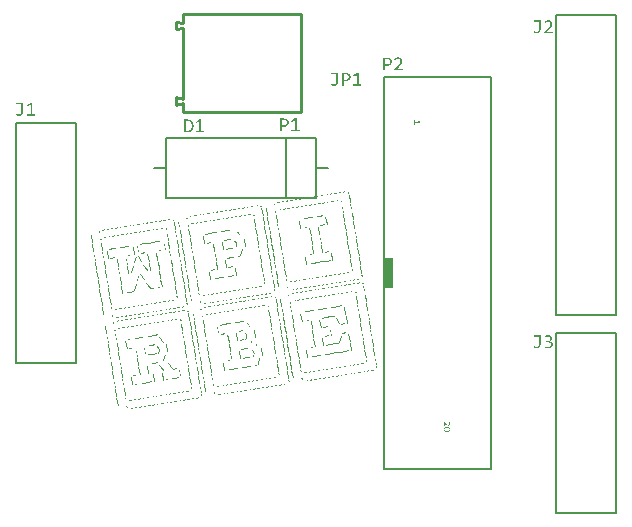
<source format=gto>
G04 Layer_Color=65535*
%FSLAX25Y25*%
%MOIN*%
G70*
G01*
G75*
%ADD24C,0.00500*%
%ADD25C,0.00787*%
%ADD26C,0.01000*%
%ADD27R,0.03090X0.10000*%
G36*
X250357Y385866D02*
X250065Y385821D01*
X249647Y388474D01*
X249938Y388520D01*
X250357Y385866D01*
D02*
G37*
G36*
X193511Y386102D02*
X193220Y386056D01*
X192801Y388710D01*
X193092Y388756D01*
X193511Y386102D01*
D02*
G37*
G36*
X167959Y386163D02*
X167994Y386162D01*
X168029Y386156D01*
X168032Y386156D01*
X168038Y386154D01*
X168049Y386149D01*
X168059Y386145D01*
X168089Y386131D01*
X168120Y386114D01*
X168122Y386114D01*
X168126Y386109D01*
X168144Y386096D01*
X168166Y386071D01*
X168187Y386040D01*
X168187Y386037D01*
X168191Y386032D01*
X168196Y386023D01*
X168204Y386012D01*
X168215Y385983D01*
X168224Y385947D01*
X168224Y385944D01*
X168225Y385938D01*
X168226Y385929D01*
X168225Y385916D01*
X168225Y385882D01*
X168218Y385843D01*
X168219Y385840D01*
X168216Y385837D01*
X168210Y385814D01*
X168196Y385787D01*
X168176Y385756D01*
X168171Y385749D01*
X168158Y385734D01*
X168133Y385712D01*
X168102Y385691D01*
X168099Y385691D01*
X168094Y385687D01*
X168085Y385683D01*
X168073Y385678D01*
X168044Y385664D01*
X168006Y385654D01*
X168002Y385654D01*
X167996Y385653D01*
X167987Y385652D01*
X167975Y385653D01*
X167940Y385653D01*
X167905Y385660D01*
X167902Y385660D01*
X167899Y385662D01*
X167879Y385669D01*
X167849Y385683D01*
X167818Y385700D01*
X167818Y385702D01*
X167811Y385705D01*
X167797Y385718D01*
X167774Y385742D01*
X167754Y385770D01*
X167754Y385773D01*
X167750Y385779D01*
X167745Y385787D01*
X167740Y385799D01*
X167729Y385831D01*
X167720Y385867D01*
X167720Y385870D01*
X167719Y385876D01*
X167717Y385886D01*
X167718Y385898D01*
X167719Y385932D01*
X167723Y385967D01*
X167722Y385970D01*
X167725Y385977D01*
X167729Y385987D01*
X167731Y385997D01*
X167745Y386027D01*
X167762Y386057D01*
X167764Y386061D01*
X167767Y386064D01*
X167783Y386079D01*
X167804Y386101D01*
X167832Y386124D01*
X167835Y386125D01*
X167841Y386129D01*
X167849Y386133D01*
X167860Y386141D01*
X167890Y386152D01*
X167926Y386161D01*
X167929Y386161D01*
X167935Y386162D01*
X167947Y386164D01*
X167959Y386163D01*
D02*
G37*
G36*
X210610Y385736D02*
X209151Y385506D01*
X209112Y385754D01*
X210571Y385985D01*
X210610Y385736D01*
D02*
G37*
G36*
X190594Y385642D02*
X190303Y385596D01*
X189883Y388249D01*
X190175Y388295D01*
X190594Y385642D01*
D02*
G37*
G36*
X253274Y386327D02*
X252983Y386281D01*
X252564Y388934D01*
X252855Y388981D01*
X253274Y386327D01*
D02*
G37*
G36*
X169786Y386545D02*
X168979Y386417D01*
X168935Y386699D01*
X169741Y386827D01*
X169786Y386545D01*
D02*
G37*
G36*
X171244Y386775D02*
X170438Y386648D01*
X170393Y386930D01*
X171200Y387057D01*
X171244Y386775D01*
D02*
G37*
G36*
X213397Y386434D02*
X213087Y386385D01*
X211850Y388353D01*
X212157Y388401D01*
X213397Y386434D01*
D02*
G37*
G36*
X194969Y386333D02*
X194678Y386287D01*
X194259Y388940D01*
X194550Y388986D01*
X194969Y386333D01*
D02*
G37*
G36*
X233838Y386337D02*
X233547Y386291D01*
X233128Y388945D01*
X233419Y388990D01*
X233838Y386337D01*
D02*
G37*
G36*
X228003Y385416D02*
X227712Y385370D01*
X227293Y388023D01*
X227584Y388069D01*
X228003Y385416D01*
D02*
G37*
G36*
X240146Y384254D02*
X239855Y384208D01*
X239436Y386862D01*
X239727Y386908D01*
X240146Y384254D01*
D02*
G37*
G36*
X220710Y384264D02*
X220419Y384218D01*
X220000Y386872D01*
X220291Y386918D01*
X220710Y384264D01*
D02*
G37*
G36*
X239270Y384116D02*
X237811Y383886D01*
X237772Y384134D01*
X239231Y384365D01*
X239270Y384116D01*
D02*
G37*
G36*
X214876Y383343D02*
X214585Y383297D01*
X214166Y385950D01*
X214457Y385997D01*
X214876Y383343D01*
D02*
G37*
G36*
X198359Y383802D02*
X198068Y383756D01*
X197649Y386409D01*
X197940Y386455D01*
X198359Y383802D01*
D02*
G37*
G36*
X202735Y384492D02*
X202444Y384447D01*
X202025Y387100D01*
X202316Y387146D01*
X202735Y384492D01*
D02*
G37*
G36*
X245105Y385037D02*
X243646Y384807D01*
X243607Y385055D01*
X245065Y385286D01*
X245105Y385037D01*
D02*
G37*
G36*
X225086Y384955D02*
X224795Y384909D01*
X224376Y387563D01*
X224667Y387609D01*
X225086Y384955D01*
D02*
G37*
G36*
X223628Y384725D02*
X223336Y384679D01*
X222918Y387332D01*
X223209Y387378D01*
X223628Y384725D01*
D02*
G37*
G36*
X204776Y384815D02*
X203317Y384584D01*
X203278Y384833D01*
X204736Y385063D01*
X204776Y384815D01*
D02*
G37*
G36*
X165325Y384718D02*
X165034Y384672D01*
X164615Y387326D01*
X164906Y387372D01*
X165325Y384718D01*
D02*
G37*
G36*
X197887Y386793D02*
X197596Y386747D01*
X197177Y389401D01*
X197468Y389447D01*
X197887Y386793D01*
D02*
G37*
G36*
X245507Y388179D02*
X245215Y388134D01*
X244796Y390787D01*
X245088Y390833D01*
X245507Y388179D01*
D02*
G37*
G36*
X181455Y388387D02*
X180648Y388260D01*
X180603Y388542D01*
X181410Y388669D01*
X181455Y388387D01*
D02*
G37*
G36*
X167466Y388639D02*
X167500Y388638D01*
X167535Y388631D01*
X167538Y388632D01*
X167545Y388630D01*
X167555Y388625D01*
X167565Y388620D01*
X167595Y388606D01*
X167626Y388589D01*
X167629Y388590D01*
X167633Y388584D01*
X167651Y388572D01*
X167673Y388547D01*
X167693Y388516D01*
X167694Y388513D01*
X167698Y388508D01*
X167702Y388499D01*
X167710Y388488D01*
X167721Y388458D01*
X167730Y388422D01*
X167730Y388420D01*
X167731Y388413D01*
X167733Y388404D01*
X167732Y388392D01*
X167731Y388357D01*
X167725Y388319D01*
X167725Y388316D01*
X167723Y388313D01*
X167717Y388290D01*
X167702Y388263D01*
X167683Y388232D01*
X167677Y388225D01*
X167664Y388210D01*
X167640Y388188D01*
X167609Y388167D01*
X167606Y388167D01*
X167600Y388163D01*
X167592Y388158D01*
X167580Y388153D01*
X167551Y388139D01*
X167512Y388130D01*
X167509Y388130D01*
X167503Y388129D01*
X167494Y388127D01*
X167481Y388128D01*
X167447Y388129D01*
X167412Y388136D01*
X167409Y388136D01*
X167405Y388138D01*
X167385Y388144D01*
X167355Y388158D01*
X167325Y388175D01*
X167324Y388178D01*
X167318Y388180D01*
X167303Y388193D01*
X167281Y388218D01*
X167261Y388246D01*
X167260Y388249D01*
X167256Y388254D01*
X167252Y388263D01*
X167247Y388275D01*
X167235Y388307D01*
X167227Y388343D01*
X167226Y388346D01*
X167225Y388352D01*
X167224Y388361D01*
X167225Y388374D01*
X167226Y388408D01*
X167229Y388443D01*
X167229Y388446D01*
X167231Y388453D01*
X167236Y388463D01*
X167237Y388472D01*
X167251Y388502D01*
X167268Y388533D01*
X167271Y388537D01*
X167273Y388540D01*
X167290Y388555D01*
X167311Y388577D01*
X167338Y388600D01*
X167341Y388600D01*
X167347Y388604D01*
X167356Y388609D01*
X167367Y388617D01*
X167396Y388628D01*
X167432Y388636D01*
X167435Y388637D01*
X167441Y388638D01*
X167453Y388640D01*
X167466Y388639D01*
D02*
G37*
G36*
X243041Y388048D02*
X242732Y387999D01*
X241495Y389967D01*
X241801Y390016D01*
X243041Y388048D01*
D02*
G37*
G36*
X179996Y388157D02*
X179189Y388030D01*
X179145Y388312D01*
X179951Y388439D01*
X179996Y388157D01*
D02*
G37*
G36*
X227531Y388408D02*
X227240Y388362D01*
X226821Y391015D01*
X227112Y391061D01*
X227531Y388408D01*
D02*
G37*
G36*
X249882Y388870D02*
X249591Y388824D01*
X249172Y391478D01*
X249463Y391524D01*
X249882Y388870D01*
D02*
G37*
G36*
X169292Y389020D02*
X168486Y388893D01*
X168441Y389175D01*
X169248Y389302D01*
X169292Y389020D01*
D02*
G37*
G36*
X230448Y388868D02*
X230157Y388822D01*
X229738Y391476D01*
X230029Y391522D01*
X230448Y388868D01*
D02*
G37*
G36*
X182913Y388617D02*
X182106Y388490D01*
X182062Y388772D01*
X182869Y388899D01*
X182913Y388617D01*
D02*
G37*
G36*
X184372Y388848D02*
X183565Y388720D01*
X183521Y389002D01*
X184327Y389130D01*
X184372Y388848D01*
D02*
G37*
G36*
X224614Y387947D02*
X224323Y387901D01*
X223904Y390554D01*
X224195Y390600D01*
X224614Y387947D01*
D02*
G37*
G36*
X174162Y387236D02*
X173355Y387108D01*
X173310Y387390D01*
X174117Y387518D01*
X174162Y387236D01*
D02*
G37*
G36*
X220238Y387256D02*
X219947Y387210D01*
X219528Y389863D01*
X219819Y389910D01*
X220238Y387256D01*
D02*
G37*
G36*
X238796Y387120D02*
X237337Y386890D01*
X237298Y387138D01*
X238756Y387369D01*
X238796Y387120D01*
D02*
G37*
G36*
X236755Y386798D02*
X236464Y386752D01*
X236045Y389405D01*
X236336Y389451D01*
X236755Y386798D01*
D02*
G37*
G36*
X172703Y387005D02*
X171896Y386878D01*
X171852Y387160D01*
X172658Y387287D01*
X172703Y387005D01*
D02*
G37*
G36*
X175620Y387466D02*
X174813Y387339D01*
X174769Y387621D01*
X175576Y387748D01*
X175620Y387466D01*
D02*
G37*
G36*
X178537Y387927D02*
X177731Y387799D01*
X177686Y388081D01*
X178493Y388209D01*
X178537Y387927D01*
D02*
G37*
G36*
X244630Y388041D02*
X243172Y387811D01*
X243132Y388059D01*
X244591Y388290D01*
X244630Y388041D01*
D02*
G37*
G36*
X223155Y387717D02*
X222864Y387671D01*
X222445Y390324D01*
X222736Y390370D01*
X223155Y387717D01*
D02*
G37*
G36*
X177079Y387696D02*
X176272Y387569D01*
X176227Y387851D01*
X177034Y387978D01*
X177079Y387696D01*
D02*
G37*
G36*
X211596Y388958D02*
X210138Y388728D01*
X208679Y388497D01*
X207220Y388267D01*
X205762Y388037D01*
X204303Y387807D01*
X202845Y387576D01*
X202805Y387825D01*
X204264Y388055D01*
X205722Y388285D01*
X207181Y388516D01*
X208640Y388746D01*
X210098Y388976D01*
X211557Y389207D01*
X211596Y388958D01*
D02*
G37*
G36*
X251303Y379871D02*
X251012Y379825D01*
X250593Y382478D01*
X250884Y382524D01*
X251303Y379871D01*
D02*
G37*
G36*
X233908Y380203D02*
X232450Y379973D01*
X232410Y380221D01*
X233869Y380452D01*
X233908Y380203D01*
D02*
G37*
G36*
X174145Y379978D02*
X172686Y379748D01*
X172647Y379997D01*
X174106Y380227D01*
X174145Y379978D01*
D02*
G37*
G36*
X172104Y379656D02*
X171813Y379610D01*
X171394Y382263D01*
X171685Y382309D01*
X172104Y379656D01*
D02*
G37*
G36*
X191538Y379658D02*
X191247Y379612D01*
X190828Y382266D01*
X191119Y382312D01*
X191538Y379658D01*
D02*
G37*
G36*
X194456Y380119D02*
X194164Y380073D01*
X193746Y382726D01*
X194037Y382772D01*
X194456Y380119D01*
D02*
G37*
G36*
X181438Y381130D02*
X179979Y380900D01*
X178521Y380669D01*
X178481Y380918D01*
X179940Y381148D01*
X181399Y381379D01*
X181438Y381130D01*
D02*
G37*
G36*
X237702Y380802D02*
X237410Y380756D01*
X236992Y383409D01*
X237283Y383455D01*
X237702Y380802D01*
D02*
G37*
G36*
X195914Y380349D02*
X195623Y380303D01*
X195204Y382957D01*
X195495Y383002D01*
X195914Y380349D01*
D02*
G37*
G36*
X254221Y380331D02*
X253929Y380285D01*
X253510Y382939D01*
X253802Y382985D01*
X254221Y380331D01*
D02*
G37*
G36*
X234785Y380341D02*
X234493Y380295D01*
X234074Y382949D01*
X234366Y382995D01*
X234785Y380341D01*
D02*
G37*
G36*
X213015Y379971D02*
X211557Y379740D01*
X210098Y379510D01*
X210059Y379759D01*
X211517Y379989D01*
X212976Y380219D01*
X213015Y379971D01*
D02*
G37*
G36*
X224574Y378729D02*
X224283Y378683D01*
X223864Y381337D01*
X224155Y381383D01*
X224574Y378729D01*
D02*
G37*
G36*
X166270Y378735D02*
X165979Y378689D01*
X165560Y381342D01*
X165851Y381388D01*
X166270Y378735D01*
D02*
G37*
G36*
X221657Y378269D02*
X221366Y378223D01*
X220947Y380876D01*
X221238Y380922D01*
X221657Y378269D01*
D02*
G37*
G36*
X199306Y377806D02*
X199015Y377760D01*
X198596Y380413D01*
X198887Y380459D01*
X199306Y377806D01*
D02*
G37*
G36*
X182007Y380674D02*
X182021Y380667D01*
X182038Y380654D01*
X182062Y380639D01*
X182094Y380619D01*
X182129Y380594D01*
X182167Y380566D01*
X182210Y380532D01*
X182253Y380498D01*
X182299Y380459D01*
X182393Y380374D01*
X182486Y380280D01*
X182528Y380231D01*
X182567Y380178D01*
X182571Y380175D01*
X182576Y380164D01*
X182587Y380150D01*
X182600Y380127D01*
X182617Y380102D01*
X182634Y380070D01*
X182655Y380033D01*
X182677Y379993D01*
X182700Y379947D01*
X182723Y379901D01*
X182744Y379848D01*
X182765Y379793D01*
X182802Y379674D01*
X182815Y379611D01*
X182829Y379545D01*
X182829Y379542D01*
X182830Y379536D01*
X182832Y379527D01*
X182834Y379511D01*
X182837Y379493D01*
X182837Y379472D01*
X182842Y379423D01*
X182845Y379364D01*
X182845Y379302D01*
X182844Y379233D01*
X182839Y379164D01*
X182840Y379161D01*
X182838Y379155D01*
X182836Y379145D01*
X182835Y379133D01*
X182831Y379098D01*
X182823Y379053D01*
X182812Y379001D01*
X182800Y378941D01*
X182782Y378878D01*
X182761Y378816D01*
X182761Y378813D01*
X182758Y378810D01*
X182754Y378800D01*
X182750Y378786D01*
X182736Y378756D01*
X182721Y378713D01*
X182698Y378663D01*
X182672Y378609D01*
X182640Y378555D01*
X182606Y378497D01*
X182601Y378489D01*
X182589Y378469D01*
X182571Y378441D01*
X182543Y378403D01*
X182513Y378357D01*
X182477Y378308D01*
X182436Y378255D01*
X182391Y378202D01*
X182181Y378355D01*
X182183Y378358D01*
X182191Y378366D01*
X182201Y378383D01*
X182217Y378401D01*
X182235Y378425D01*
X182255Y378453D01*
X182278Y378488D01*
X182300Y378523D01*
X182325Y378564D01*
X182352Y378606D01*
X182403Y378701D01*
X182449Y378798D01*
X182486Y378903D01*
X182488Y378907D01*
X182490Y378916D01*
X182494Y378932D01*
X182500Y378952D01*
X182505Y378978D01*
X182509Y379010D01*
X182517Y379042D01*
X182523Y379080D01*
X182528Y379124D01*
X182534Y379169D01*
X182537Y379266D01*
X182537Y379368D01*
X182526Y379475D01*
X182526Y379478D01*
X182524Y379487D01*
X182521Y379506D01*
X182515Y379526D01*
X182511Y379551D01*
X182503Y379580D01*
X182494Y379616D01*
X182482Y379655D01*
X182470Y379693D01*
X182454Y379737D01*
X182414Y379827D01*
X182368Y379923D01*
X182309Y380019D01*
X182309Y380022D01*
X182302Y380030D01*
X182293Y380045D01*
X182278Y380061D01*
X182262Y380083D01*
X182240Y380108D01*
X182216Y380138D01*
X182190Y380168D01*
X182123Y380238D01*
X182043Y380313D01*
X181953Y380386D01*
X181849Y380459D01*
X182004Y380677D01*
X182007Y380674D01*
D02*
G37*
G36*
X185704Y378737D02*
X185413Y378691D01*
X184994Y381344D01*
X185285Y381390D01*
X185704Y378737D01*
D02*
G37*
G36*
X169187Y379195D02*
X168896Y379149D01*
X168477Y381803D01*
X168768Y381849D01*
X169187Y379195D01*
D02*
G37*
G36*
X228950Y379420D02*
X228659Y379374D01*
X228240Y382028D01*
X228531Y382073D01*
X228950Y379420D01*
D02*
G37*
G36*
X246928Y379180D02*
X246636Y379134D01*
X246217Y381787D01*
X246509Y381833D01*
X246928Y379180D01*
D02*
G37*
G36*
X206599Y378957D02*
X206308Y378911D01*
X205889Y381565D01*
X206180Y381611D01*
X206599Y378957D01*
D02*
G37*
G36*
X226033Y378959D02*
X225742Y378913D01*
X225323Y381567D01*
X225614Y381613D01*
X226033Y378959D01*
D02*
G37*
G36*
X198831Y380810D02*
X198540Y380764D01*
X198121Y383417D01*
X198412Y383463D01*
X198831Y380810D01*
D02*
G37*
G36*
X191066Y382650D02*
X190775Y382604D01*
X190356Y385257D01*
X190647Y385303D01*
X191066Y382650D01*
D02*
G37*
G36*
X182424Y384352D02*
X180966Y384122D01*
X179507Y383891D01*
X178048Y383661D01*
X176590Y383431D01*
X175131Y383200D01*
X173673Y382970D01*
X172214Y382740D01*
X172175Y382988D01*
X173633Y383219D01*
X175092Y383449D01*
X176550Y383679D01*
X178009Y383910D01*
X179468Y384140D01*
X180926Y384370D01*
X182385Y384601D01*
X182424Y384352D01*
D02*
G37*
G36*
X211082Y382744D02*
X209624Y382514D01*
X209584Y382762D01*
X211043Y382993D01*
X211082Y382744D01*
D02*
G37*
G36*
X228478Y382412D02*
X228186Y382366D01*
X227768Y385019D01*
X228059Y385065D01*
X228478Y382412D01*
D02*
G37*
G36*
X209042Y382422D02*
X208750Y382376D01*
X208331Y385029D01*
X208623Y385075D01*
X209042Y382422D01*
D02*
G37*
G36*
X211179Y385280D02*
X211193Y385273D01*
X211210Y385260D01*
X211234Y385245D01*
X211266Y385225D01*
X211301Y385200D01*
X211339Y385172D01*
X211382Y385138D01*
X211425Y385104D01*
X211471Y385065D01*
X211565Y384980D01*
X211658Y384886D01*
X211700Y384837D01*
X211739Y384784D01*
X211743Y384782D01*
X211748Y384770D01*
X211759Y384756D01*
X211772Y384733D01*
X211789Y384708D01*
X211806Y384677D01*
X211827Y384640D01*
X211849Y384599D01*
X211872Y384553D01*
X211895Y384507D01*
X211916Y384455D01*
X211937Y384399D01*
X211974Y384280D01*
X211987Y384217D01*
X212001Y384151D01*
X212001Y384148D01*
X212002Y384142D01*
X212004Y384133D01*
X212006Y384118D01*
X212009Y384099D01*
X212009Y384078D01*
X212014Y384029D01*
X212017Y383970D01*
X212017Y383908D01*
X212016Y383839D01*
X212011Y383770D01*
X212012Y383767D01*
X212010Y383761D01*
X212008Y383751D01*
X212007Y383739D01*
X212003Y383704D01*
X211995Y383659D01*
X211984Y383608D01*
X211972Y383547D01*
X211954Y383485D01*
X211933Y383422D01*
X211933Y383419D01*
X211930Y383416D01*
X211926Y383406D01*
X211922Y383393D01*
X211908Y383362D01*
X211893Y383320D01*
X211870Y383269D01*
X211844Y383216D01*
X211812Y383161D01*
X211778Y383103D01*
X211773Y383096D01*
X211760Y383075D01*
X211743Y383047D01*
X211715Y383009D01*
X211685Y382963D01*
X211649Y382914D01*
X211608Y382861D01*
X211563Y382808D01*
X211353Y382961D01*
X211355Y382964D01*
X211363Y382972D01*
X211373Y382989D01*
X211389Y383007D01*
X211407Y383032D01*
X211427Y383060D01*
X211450Y383094D01*
X211472Y383129D01*
X211497Y383170D01*
X211525Y383212D01*
X211575Y383307D01*
X211621Y383404D01*
X211658Y383509D01*
X211660Y383513D01*
X211662Y383523D01*
X211666Y383539D01*
X211672Y383558D01*
X211677Y383584D01*
X211681Y383616D01*
X211689Y383648D01*
X211695Y383686D01*
X211701Y383731D01*
X211706Y383775D01*
X211709Y383872D01*
X211709Y383974D01*
X211698Y384081D01*
X211698Y384084D01*
X211696Y384093D01*
X211693Y384112D01*
X211687Y384133D01*
X211683Y384157D01*
X211675Y384187D01*
X211666Y384223D01*
X211654Y384261D01*
X211642Y384299D01*
X211626Y384344D01*
X211586Y384434D01*
X211540Y384529D01*
X211481Y384625D01*
X211481Y384628D01*
X211474Y384636D01*
X211465Y384651D01*
X211450Y384667D01*
X211434Y384689D01*
X211412Y384714D01*
X211388Y384744D01*
X211362Y384774D01*
X211295Y384844D01*
X211214Y384919D01*
X211125Y384992D01*
X211020Y385065D01*
X211176Y385283D01*
X211179Y385280D01*
D02*
G37*
G36*
X253746Y383335D02*
X253455Y383289D01*
X253036Y385943D01*
X253327Y385989D01*
X253746Y383335D01*
D02*
G37*
G36*
X195442Y383341D02*
X195151Y383295D01*
X194732Y385948D01*
X195023Y385994D01*
X195442Y383341D01*
D02*
G37*
G36*
X234312Y383333D02*
X234021Y383287D01*
X233602Y385941D01*
X233893Y385986D01*
X234312Y383333D01*
D02*
G37*
G36*
X250829Y382875D02*
X250538Y382829D01*
X250119Y385482D01*
X250410Y385528D01*
X250829Y382875D01*
D02*
G37*
G36*
X193983Y383111D02*
X193692Y383065D01*
X193273Y385718D01*
X193564Y385764D01*
X193983Y383111D01*
D02*
G37*
G36*
X168715Y382187D02*
X168423Y382141D01*
X168005Y384795D01*
X168296Y384841D01*
X168715Y382187D01*
D02*
G37*
G36*
X224102Y381721D02*
X223811Y381675D01*
X223392Y384328D01*
X223683Y384374D01*
X224102Y381721D01*
D02*
G37*
G36*
X165797Y381727D02*
X165506Y381681D01*
X165087Y384334D01*
X165378Y384380D01*
X165797Y381727D01*
D02*
G37*
G36*
X221185Y381260D02*
X220894Y381214D01*
X220475Y383868D01*
X220766Y383914D01*
X221185Y381260D01*
D02*
G37*
G36*
X215068Y381323D02*
X215102Y381323D01*
X215137Y381316D01*
X215140Y381316D01*
X215147Y381314D01*
X215157Y381309D01*
X215167Y381305D01*
X215197Y381291D01*
X215228Y381274D01*
X215231Y381274D01*
X215234Y381269D01*
X215252Y381256D01*
X215275Y381232D01*
X215295Y381201D01*
X215296Y381198D01*
X215300Y381192D01*
X215304Y381184D01*
X215312Y381172D01*
X215323Y381143D01*
X215332Y381107D01*
X215332Y381104D01*
X215333Y381098D01*
X215335Y381089D01*
X215333Y381076D01*
X215333Y381042D01*
X215326Y381004D01*
X215327Y381001D01*
X215324Y380997D01*
X215318Y380974D01*
X215304Y380947D01*
X215284Y380916D01*
X215279Y380909D01*
X215266Y380895D01*
X215241Y380872D01*
X215210Y380852D01*
X215207Y380851D01*
X215202Y380847D01*
X215193Y380843D01*
X215181Y380838D01*
X215153Y380824D01*
X215114Y380815D01*
X215110Y380814D01*
X215105Y380813D01*
X215095Y380812D01*
X215083Y380813D01*
X215049Y380814D01*
X215013Y380820D01*
X215010Y380820D01*
X215007Y380823D01*
X214987Y380829D01*
X214957Y380843D01*
X214926Y380860D01*
X214926Y380863D01*
X214919Y380865D01*
X214905Y380878D01*
X214882Y380902D01*
X214862Y380930D01*
X214862Y380933D01*
X214858Y380939D01*
X214853Y380948D01*
X214848Y380959D01*
X214837Y380992D01*
X214828Y381028D01*
X214828Y381031D01*
X214827Y381037D01*
X214825Y381046D01*
X214826Y381058D01*
X214827Y381093D01*
X214831Y381127D01*
X214831Y381131D01*
X214833Y381137D01*
X214837Y381147D01*
X214839Y381157D01*
X214853Y381187D01*
X214870Y381218D01*
X214872Y381221D01*
X214875Y381224D01*
X214891Y381240D01*
X214913Y381261D01*
X214940Y381284D01*
X214943Y381285D01*
X214949Y381289D01*
X214957Y381293D01*
X214968Y381301D01*
X214998Y381312D01*
X215034Y381321D01*
X215037Y381322D01*
X215043Y381323D01*
X215055Y381324D01*
X215068Y381323D01*
D02*
G37*
G36*
X242660Y381585D02*
X241201Y381354D01*
X239742Y381124D01*
X238284Y380894D01*
X238245Y381142D01*
X239703Y381373D01*
X241162Y381603D01*
X242620Y381833D01*
X242660Y381585D01*
D02*
G37*
G36*
X184224Y381828D02*
X183915Y381779D01*
X182678Y383747D01*
X182984Y383795D01*
X184224Y381828D01*
D02*
G37*
G36*
X206124Y381961D02*
X205833Y381915D01*
X205414Y384569D01*
X205705Y384615D01*
X206124Y381961D01*
D02*
G37*
G36*
X246453Y382184D02*
X246162Y382138D01*
X245743Y384791D01*
X246034Y384837D01*
X246453Y382184D01*
D02*
G37*
G36*
X225560Y381951D02*
X225269Y381905D01*
X224850Y384559D01*
X225142Y384605D01*
X225560Y381951D01*
D02*
G37*
G36*
X213609Y381823D02*
X213339Y381781D01*
X213194Y382420D01*
X213549Y382476D01*
X213609Y381823D01*
D02*
G37*
G36*
X243020Y381900D02*
X242714Y381851D01*
X243284Y384105D01*
X243591Y384153D01*
X243020Y381900D01*
D02*
G37*
G36*
X185830Y389078D02*
X185024Y388951D01*
X184979Y389233D01*
X185786Y389360D01*
X185830Y389078D01*
D02*
G37*
G36*
X166952Y393270D02*
X166682Y393227D01*
X166538Y393867D01*
X166893Y393923D01*
X166952Y393270D01*
D02*
G37*
G36*
X171696Y393382D02*
X170889Y393255D01*
X170845Y393537D01*
X171651Y393664D01*
X171696Y393382D01*
D02*
G37*
G36*
X212085Y393224D02*
X211279Y393096D01*
X211234Y393378D01*
X212041Y393506D01*
X212085Y393224D01*
D02*
G37*
G36*
X170238Y393152D02*
X169431Y393024D01*
X169386Y393306D01*
X170193Y393434D01*
X170238Y393152D01*
D02*
G37*
G36*
X188137Y393210D02*
X187330Y393082D01*
X187286Y393365D01*
X188092Y393492D01*
X188137Y393210D01*
D02*
G37*
G36*
X189595Y393440D02*
X188789Y393313D01*
X188744Y393595D01*
X189551Y393722D01*
X189595Y393440D01*
D02*
G37*
G36*
X191054Y393670D02*
X190247Y393543D01*
X190203Y393825D01*
X191009Y393952D01*
X191054Y393670D01*
D02*
G37*
G36*
X215002Y393684D02*
X214196Y393557D01*
X214151Y393839D01*
X214958Y393966D01*
X215002Y393684D01*
D02*
G37*
G36*
X198464Y393626D02*
X197658Y393499D01*
X197613Y393781D01*
X198420Y393909D01*
X198464Y393626D01*
D02*
G37*
G36*
X213544Y393454D02*
X212737Y393326D01*
X212692Y393608D01*
X213499Y393736D01*
X213544Y393454D01*
D02*
G37*
G36*
X173155Y393612D02*
X172348Y393485D01*
X172303Y393767D01*
X173110Y393894D01*
X173155Y393612D01*
D02*
G37*
G36*
X210627Y392993D02*
X209820Y392866D01*
X209775Y393148D01*
X210582Y393275D01*
X210627Y392993D01*
D02*
G37*
G36*
X191171Y392475D02*
X190365Y392348D01*
X190320Y392630D01*
X191127Y392757D01*
X191171Y392475D01*
D02*
G37*
G36*
X183761Y392519D02*
X182954Y392391D01*
X182910Y392673D01*
X183716Y392801D01*
X183761Y392519D01*
D02*
G37*
G36*
X252327Y392323D02*
X252036Y392277D01*
X251617Y394930D01*
X251908Y394976D01*
X252327Y392323D01*
D02*
G37*
G36*
X182302Y392289D02*
X181496Y392161D01*
X181451Y392443D01*
X182258Y392571D01*
X182302Y392289D01*
D02*
G37*
G36*
X206251Y392302D02*
X205444Y392175D01*
X205399Y392457D01*
X206206Y392584D01*
X206251Y392302D01*
D02*
G37*
G36*
X207709Y392533D02*
X206903Y392405D01*
X206858Y392687D01*
X207665Y392815D01*
X207709Y392533D01*
D02*
G37*
G36*
X168779Y392921D02*
X167972Y392794D01*
X167928Y393076D01*
X168734Y393203D01*
X168779Y392921D01*
D02*
G37*
G36*
X186678Y392980D02*
X185872Y392852D01*
X185827Y393134D01*
X186634Y393262D01*
X186678Y392980D01*
D02*
G37*
G36*
X196638Y393245D02*
X196672Y393244D01*
X196707Y393237D01*
X196711Y393238D01*
X196717Y393236D01*
X196727Y393231D01*
X196737Y393226D01*
X196767Y393213D01*
X196798Y393196D01*
X196801Y393196D01*
X196805Y393190D01*
X196823Y393178D01*
X196845Y393153D01*
X196865Y393122D01*
X196866Y393119D01*
X196870Y393114D01*
X196874Y393105D01*
X196882Y393094D01*
X196893Y393064D01*
X196902Y393029D01*
X196903Y393026D01*
X196904Y393020D01*
X196905Y393010D01*
X196904Y392998D01*
X196903Y392964D01*
X196897Y392925D01*
X196897Y392922D01*
X196895Y392919D01*
X196889Y392896D01*
X196874Y392869D01*
X196854Y392838D01*
X196849Y392831D01*
X196836Y392816D01*
X196812Y392794D01*
X196781Y392773D01*
X196778Y392773D01*
X196772Y392769D01*
X196764Y392764D01*
X196752Y392759D01*
X196723Y392745D01*
X196684Y392736D01*
X196681Y392736D01*
X196675Y392735D01*
X196666Y392733D01*
X196653Y392735D01*
X196619Y392735D01*
X196584Y392742D01*
X196581Y392742D01*
X196577Y392744D01*
X196557Y392750D01*
X196527Y392764D01*
X196497Y392781D01*
X196496Y392784D01*
X196490Y392786D01*
X196475Y392800D01*
X196453Y392824D01*
X196433Y392852D01*
X196432Y392855D01*
X196428Y392861D01*
X196424Y392869D01*
X196419Y392881D01*
X196407Y392913D01*
X196399Y392949D01*
X196398Y392952D01*
X196397Y392958D01*
X196396Y392967D01*
X196397Y392980D01*
X196398Y393014D01*
X196402Y393049D01*
X196401Y393052D01*
X196403Y393059D01*
X196408Y393069D01*
X196409Y393078D01*
X196423Y393108D01*
X196440Y393139D01*
X196443Y393143D01*
X196445Y393146D01*
X196462Y393161D01*
X196483Y393183D01*
X196510Y393206D01*
X196513Y393207D01*
X196519Y393211D01*
X196528Y393215D01*
X196539Y393223D01*
X196568Y393234D01*
X196604Y393243D01*
X196607Y393243D01*
X196613Y393244D01*
X196625Y393246D01*
X196638Y393245D01*
D02*
G37*
G36*
X185220Y392749D02*
X184413Y392622D01*
X184368Y392904D01*
X185175Y393031D01*
X185220Y392749D01*
D02*
G37*
G36*
X209168Y392763D02*
X208361Y392636D01*
X208317Y392918D01*
X209123Y393045D01*
X209168Y392763D01*
D02*
G37*
G36*
X222210Y393700D02*
X221919Y393654D01*
X221500Y396308D01*
X221791Y396354D01*
X222210Y393700D01*
D02*
G37*
G36*
X180448Y394764D02*
X179641Y394636D01*
X179596Y394918D01*
X180403Y395046D01*
X180448Y394764D01*
D02*
G37*
G36*
X205757Y394778D02*
X204951Y394651D01*
X204906Y394933D01*
X205713Y395060D01*
X205757Y394778D01*
D02*
G37*
G36*
X166763Y394547D02*
X166472Y394501D01*
X166053Y397155D01*
X166344Y397201D01*
X166763Y394547D01*
D02*
G37*
G36*
X204299Y394548D02*
X203492Y394420D01*
X203448Y394702D01*
X204254Y394830D01*
X204299Y394548D01*
D02*
G37*
G36*
X192145Y394480D02*
X191875Y394437D01*
X191730Y395076D01*
X192085Y395132D01*
X192145Y394480D01*
D02*
G37*
G36*
X198347Y394822D02*
X197540Y394695D01*
X197496Y394977D01*
X198302Y395104D01*
X198347Y394822D01*
D02*
G37*
G36*
X207216Y395008D02*
X206409Y394881D01*
X206365Y395163D01*
X207171Y395290D01*
X207216Y395008D01*
D02*
G37*
G36*
X199806Y395052D02*
X198999Y394925D01*
X198954Y395207D01*
X199761Y395334D01*
X199806Y395052D01*
D02*
G37*
G36*
X181906Y394994D02*
X181100Y394867D01*
X181055Y395149D01*
X181862Y395276D01*
X181906Y394994D01*
D02*
G37*
G36*
X248938Y394854D02*
X248646Y394808D01*
X248228Y397461D01*
X248519Y397507D01*
X248938Y394854D01*
D02*
G37*
G36*
X226303Y395375D02*
X226338Y395374D01*
X226373Y395368D01*
X226376Y395368D01*
X226382Y395366D01*
X226393Y395361D01*
X226403Y395357D01*
X226433Y395343D01*
X226464Y395326D01*
X226466Y395326D01*
X226470Y395321D01*
X226488Y395308D01*
X226511Y395284D01*
X226531Y395253D01*
X226531Y395250D01*
X226535Y395244D01*
X226540Y395235D01*
X226548Y395224D01*
X226559Y395195D01*
X226568Y395159D01*
X226568Y395156D01*
X226569Y395150D01*
X226570Y395141D01*
X226569Y395128D01*
X226569Y395094D01*
X226562Y395056D01*
X226563Y395053D01*
X226560Y395049D01*
X226554Y395026D01*
X226540Y394999D01*
X226520Y394968D01*
X226515Y394961D01*
X226502Y394947D01*
X226477Y394924D01*
X226446Y394904D01*
X226443Y394903D01*
X226438Y394899D01*
X226429Y394895D01*
X226417Y394890D01*
X226389Y394876D01*
X226349Y394867D01*
X226346Y394866D01*
X226340Y394865D01*
X226331Y394864D01*
X226319Y394865D01*
X226284Y394866D01*
X226249Y394873D01*
X226246Y394872D01*
X226243Y394875D01*
X226223Y394881D01*
X226193Y394895D01*
X226162Y394912D01*
X226162Y394915D01*
X226155Y394917D01*
X226141Y394930D01*
X226118Y394954D01*
X226098Y394982D01*
X226098Y394985D01*
X226094Y394991D01*
X226089Y395000D01*
X226084Y395011D01*
X226073Y395044D01*
X226064Y395080D01*
X226064Y395083D01*
X226063Y395089D01*
X226061Y395098D01*
X226062Y395110D01*
X226063Y395145D01*
X226067Y395180D01*
X226066Y395182D01*
X226069Y395189D01*
X226073Y395199D01*
X226075Y395209D01*
X226089Y395239D01*
X226106Y395269D01*
X226108Y395273D01*
X226111Y395276D01*
X226127Y395291D01*
X226148Y395314D01*
X226176Y395337D01*
X226179Y395337D01*
X226185Y395341D01*
X226193Y395345D01*
X226204Y395354D01*
X226234Y395364D01*
X226270Y395373D01*
X226273Y395374D01*
X226279Y395374D01*
X226291Y395376D01*
X226303Y395375D01*
D02*
G37*
G36*
X178989Y394533D02*
X178182Y394406D01*
X178138Y394688D01*
X178945Y394815D01*
X178989Y394533D01*
D02*
G37*
G36*
X216461Y393915D02*
X215654Y393787D01*
X215610Y394069D01*
X216416Y394197D01*
X216461Y393915D01*
D02*
G37*
G36*
X223669Y393931D02*
X223378Y393885D01*
X222959Y396538D01*
X223250Y396584D01*
X223669Y393931D01*
D02*
G37*
G36*
X199923Y393857D02*
X199116Y393729D01*
X199072Y394011D01*
X199878Y394139D01*
X199923Y393857D01*
D02*
G37*
G36*
X219010Y394224D02*
X219045Y394223D01*
X219080Y394216D01*
X219083Y394217D01*
X219090Y394215D01*
X219100Y394210D01*
X219110Y394205D01*
X219140Y394191D01*
X219170Y394175D01*
X219174Y394175D01*
X219178Y394169D01*
X219195Y394157D01*
X219217Y394132D01*
X219238Y394101D01*
X219238Y394098D01*
X219242Y394093D01*
X219247Y394084D01*
X219255Y394073D01*
X219266Y394043D01*
X219274Y394007D01*
X219275Y394005D01*
X219276Y393998D01*
X219277Y393989D01*
X219276Y393977D01*
X219275Y393942D01*
X219269Y393904D01*
X219270Y393901D01*
X219267Y393898D01*
X219261Y393875D01*
X219247Y393848D01*
X219227Y393817D01*
X219222Y393810D01*
X219209Y393795D01*
X219184Y393773D01*
X219153Y393752D01*
X219150Y393752D01*
X219145Y393748D01*
X219136Y393743D01*
X219124Y393738D01*
X219095Y393724D01*
X219057Y393715D01*
X219054Y393715D01*
X219047Y393714D01*
X219038Y393712D01*
X219026Y393713D01*
X218991Y393714D01*
X218956Y393721D01*
X218953Y393721D01*
X218950Y393723D01*
X218930Y393729D01*
X218900Y393743D01*
X218869Y393760D01*
X218869Y393763D01*
X218862Y393765D01*
X218848Y393778D01*
X218825Y393803D01*
X218805Y393831D01*
X218805Y393834D01*
X218801Y393840D01*
X218796Y393848D01*
X218791Y393860D01*
X218780Y393892D01*
X218771Y393928D01*
X218771Y393931D01*
X218770Y393937D01*
X218768Y393946D01*
X218769Y393959D01*
X218770Y393993D01*
X218774Y394028D01*
X218774Y394031D01*
X218776Y394038D01*
X218780Y394048D01*
X218782Y394057D01*
X218796Y394087D01*
X218813Y394118D01*
X218815Y394122D01*
X218818Y394125D01*
X218834Y394140D01*
X218855Y394162D01*
X218883Y394185D01*
X218886Y394185D01*
X218892Y394190D01*
X218900Y394194D01*
X218911Y394202D01*
X218941Y394213D01*
X218976Y394222D01*
X218980Y394222D01*
X218986Y394223D01*
X218998Y394225D01*
X219010Y394224D01*
D02*
G37*
G36*
X174613Y393843D02*
X173807Y393715D01*
X173762Y393997D01*
X174569Y394125D01*
X174613Y393843D01*
D02*
G37*
G36*
X176072Y394073D02*
X175265Y393946D01*
X175221Y394228D01*
X176027Y394355D01*
X176072Y394073D01*
D02*
G37*
G36*
X177531Y394303D02*
X176724Y394176D01*
X176679Y394458D01*
X177486Y394585D01*
X177531Y394303D01*
D02*
G37*
G36*
X202840Y394317D02*
X202033Y394190D01*
X201989Y394472D01*
X202796Y394599D01*
X202840Y394317D01*
D02*
G37*
G36*
X163846Y394087D02*
X163555Y394041D01*
X163136Y396694D01*
X163427Y396740D01*
X163846Y394087D01*
D02*
G37*
G36*
X201381Y394087D02*
X200575Y393960D01*
X200530Y394242D01*
X201337Y394369D01*
X201381Y394087D01*
D02*
G37*
G36*
X217919Y394145D02*
X217113Y394017D01*
X217068Y394299D01*
X217875Y394427D01*
X217919Y394145D01*
D02*
G37*
G36*
X197131Y390769D02*
X197166Y390768D01*
X197201Y390762D01*
X197204Y390762D01*
X197211Y390760D01*
X197221Y390755D01*
X197231Y390751D01*
X197261Y390737D01*
X197292Y390720D01*
X197294Y390720D01*
X197299Y390715D01*
X197316Y390702D01*
X197338Y390678D01*
X197359Y390647D01*
X197359Y390644D01*
X197363Y390638D01*
X197368Y390629D01*
X197376Y390618D01*
X197387Y390589D01*
X197396Y390553D01*
X197396Y390550D01*
X197397Y390544D01*
X197398Y390535D01*
X197397Y390522D01*
X197397Y390488D01*
X197390Y390450D01*
X197391Y390446D01*
X197388Y390443D01*
X197382Y390420D01*
X197368Y390393D01*
X197348Y390362D01*
X197343Y390355D01*
X197330Y390340D01*
X197305Y390318D01*
X197274Y390298D01*
X197271Y390297D01*
X197266Y390293D01*
X197257Y390289D01*
X197245Y390284D01*
X197216Y390270D01*
X197178Y390261D01*
X197175Y390260D01*
X197168Y390259D01*
X197159Y390258D01*
X197147Y390259D01*
X197112Y390260D01*
X197077Y390266D01*
X197074Y390266D01*
X197071Y390269D01*
X197051Y390275D01*
X197021Y390289D01*
X196990Y390306D01*
X196990Y390309D01*
X196983Y390311D01*
X196969Y390324D01*
X196946Y390348D01*
X196926Y390376D01*
X196926Y390379D01*
X196922Y390385D01*
X196917Y390393D01*
X196912Y390405D01*
X196901Y390438D01*
X196892Y390474D01*
X196892Y390476D01*
X196891Y390483D01*
X196889Y390492D01*
X196890Y390504D01*
X196891Y390539D01*
X196895Y390573D01*
X196895Y390576D01*
X196897Y390583D01*
X196901Y390593D01*
X196903Y390603D01*
X196917Y390633D01*
X196934Y390663D01*
X196936Y390667D01*
X196939Y390670D01*
X196955Y390685D01*
X196976Y390707D01*
X197004Y390730D01*
X197007Y390731D01*
X197012Y390735D01*
X197021Y390739D01*
X197032Y390747D01*
X197062Y390758D01*
X197098Y390767D01*
X197101Y390768D01*
X197107Y390768D01*
X197119Y390770D01*
X197131Y390769D01*
D02*
G37*
G36*
X178044Y390402D02*
X177237Y390275D01*
X177193Y390557D01*
X177999Y390684D01*
X178044Y390402D01*
D02*
G37*
G36*
X219766Y390248D02*
X219475Y390202D01*
X219056Y392855D01*
X219347Y392901D01*
X219766Y390248D01*
D02*
G37*
G36*
X176585Y390172D02*
X175779Y390044D01*
X175734Y390326D01*
X176541Y390454D01*
X176585Y390172D01*
D02*
G37*
G36*
X169175Y390216D02*
X168368Y390089D01*
X168324Y390370D01*
X169130Y390498D01*
X169175Y390216D01*
D02*
G37*
G36*
X170634Y390446D02*
X169827Y390319D01*
X169782Y390601D01*
X170589Y390728D01*
X170634Y390446D01*
D02*
G37*
G36*
X222683Y390708D02*
X222392Y390663D01*
X221973Y393316D01*
X222264Y393362D01*
X222683Y390708D01*
D02*
G37*
G36*
X180961Y390863D02*
X180154Y390735D01*
X180110Y391018D01*
X180917Y391145D01*
X180961Y390863D01*
D02*
G37*
G36*
X172092Y390676D02*
X171285Y390549D01*
X171241Y390831D01*
X172048Y390958D01*
X172092Y390676D01*
D02*
G37*
G36*
X179502Y390633D02*
X178696Y390505D01*
X178651Y390787D01*
X179458Y390915D01*
X179502Y390633D01*
D02*
G37*
G36*
X167348Y390565D02*
X167078Y390522D01*
X166934Y391161D01*
X167289Y391217D01*
X167348Y390565D01*
D02*
G37*
G36*
X241241Y390572D02*
X239782Y390342D01*
X238323Y390112D01*
X236865Y389881D01*
X236825Y390130D01*
X238284Y390360D01*
X239743Y390591D01*
X241201Y390821D01*
X241241Y390572D01*
D02*
G37*
G36*
X170751Y389251D02*
X169944Y389123D01*
X169900Y389405D01*
X170706Y389533D01*
X170751Y389251D01*
D02*
G37*
G36*
X187289Y389308D02*
X186482Y389181D01*
X186438Y389463D01*
X187244Y389590D01*
X187289Y389308D01*
D02*
G37*
G36*
X189838Y389618D02*
X189873Y389617D01*
X189908Y389610D01*
X189911Y389611D01*
X189918Y389608D01*
X189928Y389604D01*
X189938Y389599D01*
X189968Y389585D01*
X189998Y389568D01*
X190001Y389569D01*
X190006Y389563D01*
X190023Y389550D01*
X190045Y389526D01*
X190066Y389495D01*
X190067Y389492D01*
X190070Y389487D01*
X190075Y389478D01*
X190083Y389467D01*
X190094Y389437D01*
X190103Y389401D01*
X190103Y389398D01*
X190104Y389392D01*
X190105Y389383D01*
X190104Y389371D01*
X190103Y389336D01*
X190097Y389298D01*
X190098Y389295D01*
X190095Y389292D01*
X190089Y389269D01*
X190075Y389242D01*
X190055Y389211D01*
X190050Y389204D01*
X190037Y389189D01*
X190012Y389166D01*
X189981Y389146D01*
X189978Y389146D01*
X189973Y389142D01*
X189964Y389137D01*
X189952Y389132D01*
X189924Y389118D01*
X189884Y389109D01*
X189882Y389109D01*
X189875Y389108D01*
X189866Y389106D01*
X189854Y389107D01*
X189819Y389108D01*
X189784Y389115D01*
X189781Y389114D01*
X189778Y389117D01*
X189758Y389123D01*
X189728Y389137D01*
X189697Y389154D01*
X189697Y389157D01*
X189690Y389159D01*
X189676Y389172D01*
X189653Y389197D01*
X189633Y389225D01*
X189633Y389228D01*
X189629Y389233D01*
X189624Y389242D01*
X189619Y389254D01*
X189608Y389286D01*
X189599Y389322D01*
X189599Y389325D01*
X189598Y389331D01*
X189596Y389340D01*
X189597Y389353D01*
X189598Y389387D01*
X189602Y389422D01*
X189602Y389425D01*
X189604Y389431D01*
X189608Y389441D01*
X189610Y389451D01*
X189624Y389481D01*
X189641Y389512D01*
X189643Y389515D01*
X189646Y389519D01*
X189662Y389534D01*
X189683Y389556D01*
X189711Y389579D01*
X189714Y389579D01*
X189719Y389583D01*
X189728Y389588D01*
X189739Y389596D01*
X189769Y389607D01*
X189804Y389616D01*
X189808Y389616D01*
X189814Y389617D01*
X189826Y389619D01*
X189838Y389618D01*
D02*
G37*
G36*
X232489Y389191D02*
X231030Y388960D01*
X230991Y389209D01*
X232450Y389439D01*
X232489Y389191D01*
D02*
G37*
G36*
X193038Y389094D02*
X192747Y389048D01*
X192328Y391702D01*
X192619Y391748D01*
X193038Y389094D01*
D02*
G37*
G36*
X194497Y389324D02*
X194206Y389279D01*
X193787Y391932D01*
X194078Y391978D01*
X194497Y389324D01*
D02*
G37*
G36*
X173668Y389711D02*
X172861Y389584D01*
X172817Y389866D01*
X173624Y389993D01*
X173668Y389711D01*
D02*
G37*
G36*
X175127Y389942D02*
X174320Y389814D01*
X174276Y390096D01*
X175082Y390224D01*
X175127Y389942D01*
D02*
G37*
G36*
X188748Y389539D02*
X187941Y389411D01*
X187896Y389693D01*
X188703Y389821D01*
X188748Y389539D01*
D02*
G37*
G36*
X252800Y389331D02*
X252508Y389285D01*
X252090Y391938D01*
X252381Y391984D01*
X252800Y389331D01*
D02*
G37*
G36*
X172209Y389481D02*
X171403Y389354D01*
X171358Y389636D01*
X172165Y389763D01*
X172209Y389481D01*
D02*
G37*
G36*
X173551Y390907D02*
X172744Y390779D01*
X172700Y391061D01*
X173506Y391189D01*
X173551Y390907D01*
D02*
G37*
G36*
X203333Y391842D02*
X202527Y391714D01*
X202482Y391996D01*
X203289Y392124D01*
X203333Y391842D01*
D02*
G37*
G36*
X249410Y391862D02*
X249119Y391816D01*
X248700Y394470D01*
X248991Y394516D01*
X249410Y391862D01*
D02*
G37*
G36*
X179385Y391828D02*
X178578Y391701D01*
X178534Y391983D01*
X179341Y392110D01*
X179385Y391828D01*
D02*
G37*
G36*
X201875Y391611D02*
X201068Y391484D01*
X201024Y391766D01*
X201830Y391893D01*
X201875Y391611D01*
D02*
G37*
G36*
X186795Y391784D02*
X185989Y391657D01*
X185944Y391939D01*
X186751Y392066D01*
X186795Y391784D01*
D02*
G37*
G36*
X188254Y392014D02*
X187447Y391887D01*
X187403Y392169D01*
X188209Y392296D01*
X188254Y392014D01*
D02*
G37*
G36*
X192262Y392554D02*
X192296Y392553D01*
X192332Y392546D01*
X192335Y392547D01*
X192341Y392545D01*
X192351Y392540D01*
X192361Y392535D01*
X192392Y392522D01*
X192422Y392505D01*
X192425Y392505D01*
X192429Y392499D01*
X192447Y392487D01*
X192469Y392462D01*
X192490Y392431D01*
X192490Y392428D01*
X192494Y392423D01*
X192499Y392414D01*
X192507Y392403D01*
X192517Y392374D01*
X192526Y392338D01*
X192527Y392335D01*
X192528Y392329D01*
X192529Y392319D01*
X192528Y392307D01*
X192527Y392273D01*
X192521Y392234D01*
X192521Y392231D01*
X192519Y392228D01*
X192513Y392205D01*
X192499Y392178D01*
X192479Y392147D01*
X192474Y392140D01*
X192460Y392125D01*
X192436Y392103D01*
X192405Y392082D01*
X192402Y392082D01*
X192396Y392078D01*
X192388Y392073D01*
X192376Y392068D01*
X192347Y392055D01*
X192308Y392045D01*
X192305Y392045D01*
X192299Y392044D01*
X192290Y392042D01*
X192277Y392043D01*
X192243Y392044D01*
X192208Y392051D01*
X192205Y392051D01*
X192201Y392053D01*
X192182Y392059D01*
X192151Y392073D01*
X192121Y392090D01*
X192120Y392093D01*
X192114Y392095D01*
X192099Y392109D01*
X192077Y392133D01*
X192057Y392161D01*
X192056Y392164D01*
X192052Y392170D01*
X192048Y392178D01*
X192043Y392190D01*
X192032Y392222D01*
X192023Y392258D01*
X192022Y392261D01*
X192021Y392267D01*
X192020Y392276D01*
X192021Y392289D01*
X192022Y392323D01*
X192026Y392358D01*
X192025Y392361D01*
X192027Y392368D01*
X192032Y392378D01*
X192034Y392387D01*
X192048Y392418D01*
X192064Y392448D01*
X192067Y392452D01*
X192069Y392455D01*
X192086Y392470D01*
X192107Y392492D01*
X192135Y392515D01*
X192138Y392516D01*
X192143Y392520D01*
X192152Y392524D01*
X192163Y392532D01*
X192192Y392543D01*
X192228Y392552D01*
X192231Y392552D01*
X192237Y392553D01*
X192250Y392555D01*
X192262Y392554D01*
D02*
G37*
G36*
X189713Y392245D02*
X188906Y392117D01*
X188862Y392399D01*
X189668Y392527D01*
X189713Y392245D01*
D02*
G37*
G36*
X243685Y394025D02*
X242227Y393794D01*
X240768Y393564D01*
X239310Y393334D01*
X237851Y393104D01*
X236392Y392873D01*
X234934Y392643D01*
X233475Y392413D01*
X232017Y392182D01*
X230558Y391952D01*
X230519Y392201D01*
X231977Y392431D01*
X233436Y392661D01*
X234894Y392892D01*
X236353Y393122D01*
X237812Y393352D01*
X239270Y393583D01*
X240729Y393813D01*
X242188Y394043D01*
X243646Y394273D01*
X243685Y394025D01*
D02*
G37*
G36*
X180844Y392058D02*
X180037Y391931D01*
X179993Y392213D01*
X180799Y392340D01*
X180844Y392058D01*
D02*
G37*
G36*
X204792Y392072D02*
X203986Y391945D01*
X203941Y392227D01*
X204748Y392354D01*
X204792Y392072D01*
D02*
G37*
G36*
X177927Y391598D02*
X177120Y391470D01*
X177075Y391752D01*
X177882Y391880D01*
X177927Y391598D01*
D02*
G37*
G36*
X198958Y391151D02*
X198151Y391023D01*
X198107Y391305D01*
X198913Y391433D01*
X198958Y391151D01*
D02*
G37*
G36*
X164318Y391095D02*
X164027Y391049D01*
X163608Y393702D01*
X163899Y393748D01*
X164318Y391095D01*
D02*
G37*
G36*
X175009Y391137D02*
X174203Y391010D01*
X174158Y391292D01*
X174965Y391419D01*
X175009Y391137D01*
D02*
G37*
G36*
X224141Y390939D02*
X223850Y390893D01*
X223431Y393546D01*
X223722Y393592D01*
X224141Y390939D01*
D02*
G37*
G36*
X182420Y391093D02*
X181613Y390966D01*
X181569Y391248D01*
X182375Y391375D01*
X182420Y391093D01*
D02*
G37*
G36*
X245034Y391171D02*
X244743Y391125D01*
X244324Y393779D01*
X244615Y393825D01*
X245034Y391171D01*
D02*
G37*
G36*
X227059Y391399D02*
X226767Y391354D01*
X226348Y394007D01*
X226640Y394053D01*
X227059Y391399D01*
D02*
G37*
G36*
X185337Y391554D02*
X184530Y391426D01*
X184486Y391708D01*
X185292Y391836D01*
X185337Y391554D01*
D02*
G37*
G36*
X200416Y391381D02*
X199610Y391254D01*
X199565Y391536D01*
X200372Y391663D01*
X200416Y391381D01*
D02*
G37*
G36*
X183878Y391323D02*
X183072Y391196D01*
X183027Y391478D01*
X183834Y391605D01*
X183878Y391323D01*
D02*
G37*
G36*
X176468Y391367D02*
X175661Y391240D01*
X175617Y391522D01*
X176423Y391649D01*
X176468Y391367D01*
D02*
G37*
G36*
X181910Y378138D02*
X180452Y377908D01*
X178993Y377677D01*
X178954Y377926D01*
X180412Y378156D01*
X181871Y378387D01*
X181910Y378138D01*
D02*
G37*
G36*
X210430Y365638D02*
X209623Y365511D01*
X209579Y365793D01*
X210385Y365920D01*
X210430Y365638D01*
D02*
G37*
G36*
X211888Y365869D02*
X211082Y365741D01*
X211037Y366023D01*
X211844Y366151D01*
X211888Y365869D01*
D02*
G37*
G36*
X192530Y365580D02*
X191724Y365453D01*
X191679Y365735D01*
X192486Y365862D01*
X192530Y365580D01*
D02*
G37*
G36*
X208971Y365408D02*
X208165Y365281D01*
X208120Y365563D01*
X208927Y365690D01*
X208971Y365408D01*
D02*
G37*
G36*
X198280Y365366D02*
X197989Y365320D01*
X197570Y367973D01*
X197861Y368019D01*
X198280Y365366D01*
D02*
G37*
G36*
X213347Y366099D02*
X212540Y365971D01*
X212496Y366253D01*
X213302Y366381D01*
X213347Y366099D01*
D02*
G37*
G36*
X217723Y366790D02*
X216916Y366662D01*
X216872Y366944D01*
X217678Y367072D01*
X217723Y366790D01*
D02*
G37*
G36*
X168163Y366743D02*
X167872Y366697D01*
X167453Y369351D01*
X167744Y369397D01*
X168163Y366743D01*
D02*
G37*
G36*
X216264Y366560D02*
X215458Y366432D01*
X215413Y366714D01*
X216220Y366842D01*
X216264Y366560D01*
D02*
G37*
G36*
X214806Y366329D02*
X213999Y366202D01*
X213954Y366484D01*
X214761Y366611D01*
X214806Y366329D01*
D02*
G37*
G36*
X193621Y366389D02*
X193351Y366347D01*
X193207Y366986D01*
X193561Y367042D01*
X193621Y366389D01*
D02*
G37*
G36*
X191072Y365350D02*
X190265Y365222D01*
X190221Y365504D01*
X191027Y365632D01*
X191072Y365350D01*
D02*
G37*
G36*
X186696Y364659D02*
X185889Y364531D01*
X185845Y364813D01*
X186652Y364941D01*
X186696Y364659D01*
D02*
G37*
G36*
X204595Y364717D02*
X203789Y364590D01*
X203744Y364872D01*
X204551Y364999D01*
X204595Y364717D01*
D02*
G37*
G36*
X203137Y364487D02*
X202330Y364359D01*
X202286Y364641D01*
X203092Y364769D01*
X203137Y364487D01*
D02*
G37*
G36*
X171553Y364212D02*
X171262Y364166D01*
X170843Y366820D01*
X171134Y366866D01*
X171553Y364212D01*
D02*
G37*
G36*
X185237Y364428D02*
X184431Y364301D01*
X184386Y364583D01*
X185193Y364711D01*
X185237Y364428D01*
D02*
G37*
G36*
X188155Y364889D02*
X187348Y364762D01*
X187303Y365044D01*
X188110Y365171D01*
X188155Y364889D01*
D02*
G37*
G36*
X207512Y365178D02*
X206706Y365050D01*
X206661Y365332D01*
X207468Y365460D01*
X207512Y365178D01*
D02*
G37*
G36*
X196821Y365136D02*
X196530Y365090D01*
X196111Y367743D01*
X196402Y367789D01*
X196821Y365136D01*
D02*
G37*
G36*
X189613Y365120D02*
X188807Y364992D01*
X188762Y365274D01*
X189569Y365402D01*
X189613Y365120D01*
D02*
G37*
G36*
X201310Y364836D02*
X201040Y364793D01*
X200896Y365432D01*
X201251Y365488D01*
X201310Y364836D01*
D02*
G37*
G36*
X206054Y364947D02*
X205247Y364820D01*
X205203Y365102D01*
X206009Y365229D01*
X206054Y364947D01*
D02*
G37*
G36*
X219181Y367020D02*
X218375Y366893D01*
X218330Y367175D01*
X219137Y367302D01*
X219181Y367020D01*
D02*
G37*
G36*
X210034Y368344D02*
X209227Y368216D01*
X209183Y368498D01*
X209989Y368626D01*
X210034Y368344D01*
D02*
G37*
G36*
X197808Y368358D02*
X197516Y368312D01*
X197098Y370965D01*
X197389Y371011D01*
X197808Y368358D01*
D02*
G37*
G36*
X196349Y368127D02*
X196058Y368081D01*
X195639Y370735D01*
X195930Y370781D01*
X196349Y368127D01*
D02*
G37*
G36*
X225016Y367941D02*
X224209Y367814D01*
X224165Y368096D01*
X224971Y368223D01*
X225016Y367941D01*
D02*
G37*
G36*
X208575Y368113D02*
X207768Y367986D01*
X207724Y368268D01*
X208530Y368395D01*
X208575Y368113D01*
D02*
G37*
G36*
X211492Y368574D02*
X210686Y368447D01*
X210641Y368729D01*
X211448Y368856D01*
X211492Y368574D01*
D02*
G37*
G36*
X200725Y368818D02*
X200434Y368772D01*
X200015Y371426D01*
X200306Y371472D01*
X200725Y368818D01*
D02*
G37*
G36*
X214409Y369035D02*
X213603Y368907D01*
X213558Y369189D01*
X214365Y369317D01*
X214409Y369035D01*
D02*
G37*
G36*
X181291Y368816D02*
X180999Y368770D01*
X180580Y371424D01*
X180872Y371469D01*
X181291Y368816D01*
D02*
G37*
G36*
X212951Y368804D02*
X212144Y368677D01*
X212100Y368959D01*
X212906Y369086D01*
X212951Y368804D01*
D02*
G37*
G36*
X226106Y368751D02*
X225836Y368708D01*
X225692Y369347D01*
X226047Y369403D01*
X226106Y368751D01*
D02*
G37*
G36*
X180414Y368678D02*
X178956Y368447D01*
X177497Y368217D01*
X176038Y367987D01*
X174580Y367757D01*
X174540Y368005D01*
X175999Y368235D01*
X177458Y368466D01*
X178916Y368696D01*
X180375Y368926D01*
X180414Y368678D01*
D02*
G37*
G36*
X204199Y367423D02*
X203393Y367295D01*
X203348Y367577D01*
X204155Y367705D01*
X204199Y367423D01*
D02*
G37*
G36*
X222098Y367481D02*
X221292Y367353D01*
X221247Y367635D01*
X222054Y367763D01*
X222098Y367481D01*
D02*
G37*
G36*
X171080Y367204D02*
X170789Y367158D01*
X170370Y369811D01*
X170661Y369857D01*
X171080Y367204D01*
D02*
G37*
G36*
X202741Y367192D02*
X201934Y367065D01*
X201889Y367347D01*
X202696Y367474D01*
X202741Y367192D01*
D02*
G37*
G36*
X220640Y367250D02*
X219833Y367123D01*
X219789Y367405D01*
X220595Y367532D01*
X220640Y367250D01*
D02*
G37*
G36*
X200914Y367541D02*
X200644Y367498D01*
X200500Y368138D01*
X200854Y368194D01*
X200914Y367541D01*
D02*
G37*
G36*
X193432Y367667D02*
X193141Y367621D01*
X192722Y370274D01*
X193013Y370320D01*
X193432Y367667D01*
D02*
G37*
G36*
X207116Y367883D02*
X206310Y367756D01*
X206265Y368038D01*
X207072Y368165D01*
X207116Y367883D01*
D02*
G37*
G36*
X173998Y367665D02*
X173706Y367619D01*
X173287Y370272D01*
X173579Y370318D01*
X173998Y367665D01*
D02*
G37*
G36*
X205658Y367653D02*
X204851Y367525D01*
X204807Y367808D01*
X205613Y367935D01*
X205658Y367653D01*
D02*
G37*
G36*
X223557Y367711D02*
X222750Y367584D01*
X222706Y367866D01*
X223513Y367993D01*
X223557Y367711D01*
D02*
G37*
G36*
X309781Y486306D02*
Y486290D01*
Y486260D01*
X309773Y486206D01*
Y486137D01*
X309758Y486060D01*
X309743Y485968D01*
X309727Y485876D01*
X309697Y485783D01*
Y485776D01*
X309681Y485745D01*
X309658Y485699D01*
X309635Y485637D01*
X309597Y485568D01*
X309551Y485499D01*
X309505Y485422D01*
X309443Y485353D01*
X309435Y485346D01*
X309412Y485323D01*
X309382Y485292D01*
X309328Y485246D01*
X309274Y485200D01*
X309197Y485154D01*
X309120Y485108D01*
X309028Y485061D01*
X309021Y485054D01*
X308982Y485046D01*
X308928Y485031D01*
X308859Y485008D01*
X308767Y484985D01*
X308667Y484969D01*
X308552Y484962D01*
X308429Y484954D01*
X308352D01*
X308268Y484962D01*
X308168Y484977D01*
X308145D01*
X308122Y484985D01*
X308091D01*
X308007Y485000D01*
X307915Y485015D01*
X307907D01*
X307892Y485023D01*
X307869Y485031D01*
X307838Y485038D01*
X307769Y485061D01*
X307684Y485092D01*
X307677D01*
X307669Y485100D01*
X307623Y485123D01*
X307561Y485154D01*
X307500Y485192D01*
Y485776D01*
X307508Y485768D01*
X307538Y485753D01*
X307577Y485722D01*
X307631Y485691D01*
X307700Y485653D01*
X307769Y485614D01*
X307853Y485576D01*
X307945Y485538D01*
X307961D01*
X307992Y485522D01*
X308038Y485515D01*
X308099Y485499D01*
X308176Y485484D01*
X308260Y485476D01*
X308437Y485461D01*
X308498D01*
X308560Y485476D01*
X308644Y485492D01*
X308729Y485515D01*
X308821Y485553D01*
X308913Y485607D01*
X308990Y485676D01*
X308998Y485683D01*
X309021Y485714D01*
X309051Y485768D01*
X309090Y485837D01*
X309128Y485922D01*
X309159Y486029D01*
X309182Y486160D01*
X309190Y486306D01*
Y488779D01*
X307554D01*
Y489285D01*
X309781D01*
Y486306D01*
D02*
G37*
G36*
X140407Y458030D02*
X141367D01*
Y457500D01*
X138671D01*
Y458030D01*
X139777D01*
Y461163D01*
X138740Y460603D01*
X138533Y461087D01*
X139900Y461808D01*
X140407D01*
Y458030D01*
D02*
G37*
G36*
X312492Y489339D02*
X312561D01*
X312638Y489324D01*
X312730Y489309D01*
X312815Y489285D01*
X312907Y489255D01*
X312914D01*
X312945Y489239D01*
X312991Y489216D01*
X313045Y489193D01*
X313114Y489155D01*
X313176Y489116D01*
X313314Y489009D01*
X313321Y489001D01*
X313345Y488978D01*
X313375Y488947D01*
X313414Y488901D01*
X313452Y488840D01*
X313498Y488779D01*
X313537Y488702D01*
X313575Y488617D01*
X313583Y488610D01*
X313590Y488579D01*
X313606Y488533D01*
X313629Y488464D01*
X313644Y488387D01*
X313659Y488302D01*
X313667Y488203D01*
X313675Y488095D01*
Y488087D01*
Y488057D01*
Y488003D01*
X313667Y487949D01*
X313659Y487872D01*
X313644Y487795D01*
X313606Y487634D01*
Y487627D01*
X313590Y487596D01*
X313575Y487557D01*
X313552Y487504D01*
X313529Y487442D01*
X313490Y487373D01*
X313406Y487219D01*
X313398Y487212D01*
X313383Y487181D01*
X313352Y487143D01*
X313314Y487089D01*
X313268Y487020D01*
X313206Y486951D01*
X313145Y486874D01*
X313068Y486789D01*
X313060Y486782D01*
X313030Y486751D01*
X312991Y486705D01*
X312937Y486644D01*
X312868Y486574D01*
X312784Y486490D01*
X312699Y486398D01*
X312599Y486298D01*
X311824Y485545D01*
X313905D01*
Y485000D01*
X311079D01*
Y485507D01*
X312185Y486613D01*
X312200Y486628D01*
X312231Y486659D01*
X312285Y486705D01*
X312346Y486774D01*
X312415Y486843D01*
X312492Y486920D01*
X312561Y486997D01*
X312630Y487074D01*
X312638Y487081D01*
X312661Y487104D01*
X312692Y487143D01*
X312730Y487196D01*
X312815Y487312D01*
X312891Y487435D01*
X312899Y487442D01*
X312907Y487465D01*
X312922Y487496D01*
X312945Y487534D01*
X312991Y487634D01*
X313022Y487742D01*
Y487749D01*
X313030Y487765D01*
X313037Y487795D01*
X313045Y487834D01*
Y487880D01*
X313053Y487934D01*
X313060Y488057D01*
Y488064D01*
Y488080D01*
Y488110D01*
X313053Y488149D01*
X313045Y488249D01*
X313014Y488348D01*
Y488356D01*
X313007Y488372D01*
X312999Y488402D01*
X312983Y488433D01*
X312937Y488517D01*
X312876Y488602D01*
Y488610D01*
X312861Y488617D01*
X312815Y488663D01*
X312745Y488717D01*
X312646Y488771D01*
X312638D01*
X312623Y488779D01*
X312592Y488794D01*
X312553Y488809D01*
X312507Y488817D01*
X312446Y488832D01*
X312315Y488840D01*
X312269D01*
X312215Y488832D01*
X312146Y488825D01*
X312070Y488809D01*
X311985Y488786D01*
X311901Y488756D01*
X311816Y488717D01*
X311808Y488709D01*
X311778Y488694D01*
X311739Y488671D01*
X311686Y488633D01*
X311616Y488587D01*
X311547Y488533D01*
X311478Y488471D01*
X311409Y488402D01*
X311094Y488779D01*
X311102Y488786D01*
X311140Y488825D01*
X311186Y488871D01*
X311256Y488925D01*
X311332Y488986D01*
X311424Y489055D01*
X311532Y489124D01*
X311647Y489186D01*
X311663Y489193D01*
X311701Y489209D01*
X311770Y489239D01*
X311862Y489270D01*
X311970Y489293D01*
X312093Y489324D01*
X312231Y489339D01*
X312385Y489347D01*
X312431D01*
X312492Y489339D01*
D02*
G37*
G36*
X312431Y384339D02*
X312523Y384331D01*
X312623Y384316D01*
X312722Y384293D01*
X312822Y384270D01*
X312838D01*
X312868Y384255D01*
X312914Y384239D01*
X312976Y384216D01*
X313045Y384186D01*
X313114Y384147D01*
X313183Y384101D01*
X313252Y384055D01*
X313260Y384047D01*
X313283Y384032D01*
X313314Y384001D01*
X313352Y383963D01*
X313398Y383909D01*
X313444Y383855D01*
X313483Y383786D01*
X313521Y383717D01*
X313529Y383709D01*
X313537Y383686D01*
X313552Y383640D01*
X313567Y383594D01*
X313583Y383525D01*
X313598Y383448D01*
X313613Y383371D01*
Y383279D01*
Y383272D01*
Y383264D01*
Y383218D01*
X313606Y383149D01*
X313590Y383064D01*
X313567Y382964D01*
X313529Y382865D01*
X313483Y382757D01*
X313421Y382657D01*
X313414Y382650D01*
X313383Y382619D01*
X313345Y382573D01*
X313283Y382519D01*
X313214Y382458D01*
X313122Y382388D01*
X313022Y382327D01*
X312907Y382266D01*
X312914D01*
X312937Y382258D01*
X312968Y382250D01*
X313007Y382243D01*
X313114Y382204D01*
X313229Y382158D01*
X313237D01*
X313260Y382143D01*
X313291Y382127D01*
X313329Y382104D01*
X313429Y382043D01*
X313529Y381958D01*
X313537Y381951D01*
X313552Y381935D01*
X313575Y381912D01*
X313606Y381874D01*
X313636Y381836D01*
X313675Y381782D01*
X313736Y381667D01*
X313744Y381659D01*
X313752Y381636D01*
X313767Y381605D01*
X313782Y381559D01*
X313798Y381505D01*
X313805Y381444D01*
X313821Y381375D01*
Y381298D01*
Y381283D01*
Y381252D01*
X313813Y381198D01*
X313805Y381129D01*
X313790Y381045D01*
X313775Y380952D01*
X313744Y380860D01*
X313705Y380768D01*
X313698Y380760D01*
X313682Y380730D01*
X313659Y380683D01*
X313621Y380622D01*
X313567Y380553D01*
X313513Y380476D01*
X313444Y380407D01*
X313360Y380330D01*
X313352Y380323D01*
X313321Y380299D01*
X313268Y380269D01*
X313199Y380223D01*
X313114Y380177D01*
X313014Y380131D01*
X312907Y380084D01*
X312776Y380038D01*
X312761Y380031D01*
X312715Y380023D01*
X312646Y380008D01*
X312546Y379992D01*
X312431Y379969D01*
X312292Y379954D01*
X312139Y379946D01*
X311970Y379939D01*
X311816D01*
X311747Y379946D01*
X311670D01*
X311509Y379962D01*
X311478D01*
X311440Y379969D01*
X311386D01*
X311332Y379977D01*
X311263Y379985D01*
X311133Y380000D01*
Y380515D01*
X311140D01*
X311171Y380507D01*
X311209Y380499D01*
X311263Y380491D01*
X311325Y380484D01*
X311394Y380476D01*
X311555Y380453D01*
X311593D01*
X311639Y380445D01*
X311770D01*
X311847Y380438D01*
X312139D01*
X312208Y380445D01*
X312292Y380453D01*
X312385Y380461D01*
X312477Y380476D01*
X312569Y380491D01*
X312577D01*
X312607Y380499D01*
X312646Y380515D01*
X312699Y380530D01*
X312822Y380584D01*
X312884Y380614D01*
X312937Y380653D01*
X312945Y380661D01*
X312961Y380676D01*
X312991Y380699D01*
X313022Y380730D01*
X313091Y380814D01*
X313153Y380922D01*
Y380929D01*
X313160Y380952D01*
X313176Y380983D01*
X313191Y381021D01*
X313199Y381075D01*
X313214Y381129D01*
X313222Y381267D01*
Y381275D01*
Y381298D01*
X313214Y381329D01*
Y381375D01*
X313183Y381475D01*
X313168Y381521D01*
X313137Y381574D01*
Y381582D01*
X313122Y381597D01*
X313106Y381621D01*
X313083Y381651D01*
X313014Y381720D01*
X312914Y381789D01*
X312907Y381797D01*
X312891Y381805D01*
X312861Y381820D01*
X312822Y381843D01*
X312769Y381866D01*
X312715Y381889D01*
X312577Y381928D01*
X312569D01*
X312538Y381935D01*
X312500Y381943D01*
X312446Y381951D01*
X312385Y381958D01*
X312308Y381966D01*
X312139Y381974D01*
X311655D01*
Y382442D01*
X312215D01*
X312269Y382450D01*
X312377Y382465D01*
X312500Y382488D01*
X312507D01*
X312530Y382496D01*
X312553Y382511D01*
X312592Y382527D01*
X312684Y382573D01*
X312776Y382634D01*
X312784Y382642D01*
X312799Y382650D01*
X312845Y382696D01*
X312899Y382772D01*
X312953Y382865D01*
Y382872D01*
X312961Y382888D01*
X312976Y382918D01*
X312983Y382957D01*
X312999Y383011D01*
X313007Y383064D01*
X313014Y383187D01*
Y383195D01*
Y383203D01*
Y383241D01*
X313007Y383302D01*
X312991Y383379D01*
X312961Y383464D01*
X312922Y383541D01*
X312868Y383617D01*
X312799Y383686D01*
X312791Y383694D01*
X312761Y383709D01*
X312715Y383740D01*
X312646Y383771D01*
X312561Y383794D01*
X312454Y383825D01*
X312331Y383840D01*
X312185Y383848D01*
X312108D01*
X312047Y383840D01*
X311985D01*
X311908Y383832D01*
X311739Y383802D01*
X311732D01*
X311701Y383794D01*
X311655Y383786D01*
X311593Y383771D01*
X311517Y383755D01*
X311432Y383733D01*
X311248Y383679D01*
Y384178D01*
X311256D01*
X311263Y384186D01*
X311286Y384193D01*
X311317Y384201D01*
X311394Y384224D01*
X311478Y384247D01*
X311486D01*
X311501Y384255D01*
X311524D01*
X311563Y384262D01*
X311639Y384278D01*
X311732Y384293D01*
X311739D01*
X311755Y384301D01*
X311778D01*
X311816Y384309D01*
X311893Y384316D01*
X311985Y384331D01*
X312008D01*
X312031Y384339D01*
X312062D01*
X312139Y384347D01*
X312346D01*
X312431Y384339D01*
D02*
G37*
G36*
X309781Y381306D02*
Y381290D01*
Y381259D01*
X309773Y381206D01*
Y381137D01*
X309758Y381060D01*
X309743Y380968D01*
X309727Y380875D01*
X309697Y380783D01*
Y380776D01*
X309681Y380745D01*
X309658Y380699D01*
X309635Y380637D01*
X309597Y380568D01*
X309551Y380499D01*
X309505Y380422D01*
X309443Y380353D01*
X309435Y380346D01*
X309412Y380323D01*
X309382Y380292D01*
X309328Y380246D01*
X309274Y380200D01*
X309197Y380154D01*
X309120Y380107D01*
X309028Y380061D01*
X309021Y380054D01*
X308982Y380046D01*
X308928Y380031D01*
X308859Y380008D01*
X308767Y379985D01*
X308667Y379969D01*
X308552Y379962D01*
X308429Y379954D01*
X308352D01*
X308268Y379962D01*
X308168Y379977D01*
X308145D01*
X308122Y379985D01*
X308091D01*
X308007Y380000D01*
X307915Y380015D01*
X307907D01*
X307892Y380023D01*
X307869Y380031D01*
X307838Y380038D01*
X307769Y380061D01*
X307684Y380092D01*
X307677D01*
X307669Y380100D01*
X307623Y380123D01*
X307561Y380154D01*
X307500Y380192D01*
Y380776D01*
X307508Y380768D01*
X307538Y380753D01*
X307577Y380722D01*
X307631Y380691D01*
X307700Y380653D01*
X307769Y380614D01*
X307853Y380576D01*
X307945Y380538D01*
X307961D01*
X307992Y380522D01*
X308038Y380515D01*
X308099Y380499D01*
X308176Y380484D01*
X308260Y380476D01*
X308437Y380461D01*
X308498D01*
X308560Y380476D01*
X308644Y380491D01*
X308729Y380515D01*
X308821Y380553D01*
X308913Y380607D01*
X308990Y380676D01*
X308998Y380683D01*
X309021Y380714D01*
X309051Y380768D01*
X309090Y380837D01*
X309128Y380922D01*
X309159Y381029D01*
X309182Y381160D01*
X309190Y381306D01*
Y383779D01*
X307554D01*
Y384285D01*
X309781D01*
Y381306D01*
D02*
G37*
G36*
X137281Y458806D02*
Y458790D01*
Y458759D01*
X137273Y458706D01*
Y458637D01*
X137258Y458560D01*
X137243Y458468D01*
X137227Y458376D01*
X137197Y458283D01*
Y458276D01*
X137181Y458245D01*
X137158Y458199D01*
X137135Y458137D01*
X137097Y458068D01*
X137051Y457999D01*
X137004Y457922D01*
X136943Y457853D01*
X136935Y457846D01*
X136912Y457823D01*
X136882Y457792D01*
X136828Y457746D01*
X136774Y457700D01*
X136697Y457654D01*
X136620Y457608D01*
X136528Y457561D01*
X136521Y457554D01*
X136482Y457546D01*
X136428Y457531D01*
X136359Y457508D01*
X136267Y457485D01*
X136167Y457469D01*
X136052Y457462D01*
X135929Y457454D01*
X135853D01*
X135768Y457462D01*
X135668Y457477D01*
X135645D01*
X135622Y457485D01*
X135591D01*
X135507Y457500D01*
X135415Y457515D01*
X135407D01*
X135392Y457523D01*
X135369Y457531D01*
X135338Y457538D01*
X135269Y457561D01*
X135184Y457592D01*
X135177D01*
X135169Y457600D01*
X135123Y457623D01*
X135061Y457654D01*
X135000Y457692D01*
Y458276D01*
X135008Y458268D01*
X135038Y458253D01*
X135077Y458222D01*
X135131Y458191D01*
X135200Y458153D01*
X135269Y458114D01*
X135353Y458076D01*
X135445Y458038D01*
X135461D01*
X135492Y458022D01*
X135538Y458015D01*
X135599Y457999D01*
X135676Y457984D01*
X135760Y457976D01*
X135937Y457961D01*
X135998D01*
X136060Y457976D01*
X136144Y457992D01*
X136229Y458015D01*
X136321Y458053D01*
X136413Y458107D01*
X136490Y458176D01*
X136498Y458183D01*
X136521Y458214D01*
X136551Y458268D01*
X136590Y458337D01*
X136628Y458422D01*
X136659Y458529D01*
X136682Y458660D01*
X136690Y458806D01*
Y461279D01*
X135054D01*
Y461785D01*
X137281D01*
Y458806D01*
D02*
G37*
G36*
X176882Y360341D02*
X176075Y360214D01*
X176031Y360496D01*
X176837Y360623D01*
X176882Y360341D01*
D02*
G37*
G36*
X178340Y360572D02*
X177534Y360444D01*
X177489Y360726D01*
X178296Y360854D01*
X178340Y360572D01*
D02*
G37*
G36*
X172138Y360229D02*
X171868Y360187D01*
X171724Y360826D01*
X172079Y360882D01*
X172138Y360229D01*
D02*
G37*
G36*
X173965Y359881D02*
X173158Y359753D01*
X173114Y360035D01*
X173920Y360163D01*
X173965Y359881D01*
D02*
G37*
G36*
X175423Y360111D02*
X174617Y359984D01*
X174572Y360266D01*
X175379Y360393D01*
X175423Y360111D01*
D02*
G37*
G36*
X228484Y452845D02*
X229444D01*
Y452315D01*
X226748D01*
Y452845D01*
X227854D01*
Y455978D01*
X226817Y455418D01*
X226610Y455902D01*
X227977Y456624D01*
X228484D01*
Y452845D01*
D02*
G37*
G36*
X245015Y471778D02*
X245107Y471770D01*
X245215Y471755D01*
X245430Y471709D01*
X245445D01*
X245483Y471693D01*
X245537Y471678D01*
X245606Y471655D01*
X245691Y471624D01*
X245775Y471586D01*
X245860Y471532D01*
X245944Y471478D01*
X245952Y471471D01*
X245983Y471448D01*
X246021Y471417D01*
X246075Y471371D01*
X246129Y471309D01*
X246190Y471240D01*
X246244Y471163D01*
X246298Y471071D01*
X246305Y471064D01*
X246321Y471025D01*
X246344Y470971D01*
X246367Y470902D01*
X246390Y470818D01*
X246413Y470718D01*
X246428Y470603D01*
X246436Y470472D01*
Y470457D01*
Y470426D01*
X246428Y470372D01*
X246421Y470303D01*
X246413Y470226D01*
X246397Y470134D01*
X246367Y470042D01*
X246336Y469942D01*
X246328Y469935D01*
X246321Y469896D01*
X246290Y469850D01*
X246259Y469789D01*
X246221Y469720D01*
X246167Y469643D01*
X246106Y469558D01*
X246029Y469481D01*
X246021Y469474D01*
X245990Y469451D01*
X245944Y469412D01*
X245883Y469366D01*
X245806Y469312D01*
X245722Y469259D01*
X245614Y469205D01*
X245499Y469159D01*
X245483Y469151D01*
X245445Y469143D01*
X245376Y469121D01*
X245284Y469097D01*
X245169Y469074D01*
X245038Y469059D01*
X244892Y469044D01*
X244731Y469036D01*
X244201D01*
Y467500D01*
X243617D01*
Y471785D01*
X244938D01*
X245015Y471778D01*
D02*
G37*
G36*
X249101Y468030D02*
X250061D01*
Y467500D01*
X247365D01*
Y468030D01*
X248471D01*
Y471163D01*
X247434Y470603D01*
X247227Y471087D01*
X248594Y471808D01*
X249101D01*
Y468030D01*
D02*
G37*
G36*
X278306Y354947D02*
X278314Y354939D01*
X278329Y354924D01*
X278352Y354897D01*
X278387Y354866D01*
X278422Y354832D01*
X278460Y354793D01*
X278498Y354759D01*
X278537Y354724D01*
X278541Y354720D01*
X278552Y354709D01*
X278571Y354694D01*
X278598Y354674D01*
X278656Y354632D01*
X278717Y354594D01*
X278721Y354590D01*
X278733Y354586D01*
X278748Y354578D01*
X278767Y354567D01*
X278817Y354544D01*
X278871Y354528D01*
X278875D01*
X278882Y354525D01*
X278898Y354521D01*
X278917Y354517D01*
X278940D01*
X278967Y354513D01*
X279028Y354509D01*
X279055D01*
X279074Y354513D01*
X279124Y354517D01*
X279174Y354532D01*
X279178D01*
X279186Y354536D01*
X279201Y354540D01*
X279217Y354548D01*
X279259Y354571D01*
X279301Y354601D01*
X279305D01*
X279309Y354609D01*
X279332Y354632D01*
X279359Y354667D01*
X279385Y354717D01*
Y354720D01*
X279389Y354728D01*
X279397Y354744D01*
X279405Y354763D01*
X279409Y354786D01*
X279416Y354817D01*
X279420Y354882D01*
Y354889D01*
Y354905D01*
X279416Y354932D01*
X279412Y354966D01*
X279405Y355005D01*
X279393Y355047D01*
X279378Y355089D01*
X279359Y355131D01*
X279355Y355135D01*
X279347Y355151D01*
X279335Y355170D01*
X279316Y355197D01*
X279293Y355231D01*
X279266Y355266D01*
X279236Y355300D01*
X279201Y355335D01*
X279389Y355492D01*
X279393Y355488D01*
X279412Y355469D01*
X279435Y355446D01*
X279462Y355412D01*
X279493Y355373D01*
X279527Y355327D01*
X279562Y355273D01*
X279593Y355216D01*
X279597Y355208D01*
X279604Y355189D01*
X279620Y355154D01*
X279635Y355108D01*
X279647Y355055D01*
X279662Y354993D01*
X279670Y354924D01*
X279673Y354847D01*
Y354839D01*
Y354824D01*
X279670Y354793D01*
Y354759D01*
X279662Y354720D01*
X279654Y354674D01*
X279643Y354632D01*
X279627Y354586D01*
Y354582D01*
X279620Y354567D01*
X279608Y354544D01*
X279597Y354517D01*
X279577Y354482D01*
X279558Y354452D01*
X279504Y354383D01*
X279501Y354379D01*
X279489Y354367D01*
X279474Y354352D01*
X279451Y354333D01*
X279420Y354313D01*
X279389Y354290D01*
X279351Y354271D01*
X279309Y354252D01*
X279305Y354248D01*
X279289Y354244D01*
X279266Y354237D01*
X279232Y354225D01*
X279193Y354217D01*
X279151Y354210D01*
X279101Y354206D01*
X279047Y354202D01*
X279001D01*
X278975Y354206D01*
X278936Y354210D01*
X278898Y354217D01*
X278817Y354237D01*
X278813D01*
X278798Y354244D01*
X278779Y354252D01*
X278752Y354263D01*
X278721Y354275D01*
X278687Y354294D01*
X278610Y354337D01*
X278606Y354340D01*
X278591Y354348D01*
X278571Y354363D01*
X278544Y354383D01*
X278510Y354406D01*
X278475Y354436D01*
X278437Y354467D01*
X278395Y354505D01*
X278391Y354509D01*
X278376Y354525D01*
X278352Y354544D01*
X278322Y354571D01*
X278287Y354605D01*
X278245Y354647D01*
X278199Y354690D01*
X278149Y354740D01*
X277773Y355128D01*
Y354087D01*
X277500D01*
Y355500D01*
X277753D01*
X278306Y354947D01*
D02*
G37*
G36*
X269654Y455316D02*
Y455063D01*
X267765D01*
Y454583D01*
X267500D01*
Y455931D01*
X267765D01*
Y455378D01*
X269332D01*
X269051Y455896D01*
X269293Y456000D01*
X269654Y455316D01*
D02*
G37*
G36*
X278656Y353745D02*
X278717Y353741D01*
X278786Y353737D01*
X278859Y353726D01*
X278940Y353714D01*
X279017Y353699D01*
X279021D01*
X279025Y353695D01*
X279036D01*
X279051Y353691D01*
X279090Y353680D01*
X279136Y353661D01*
X279193Y353641D01*
X279251Y353615D01*
X279309Y353588D01*
X279366Y353553D01*
X279374Y353549D01*
X279389Y353534D01*
X279416Y353515D01*
X279451Y353484D01*
X279485Y353449D01*
X279524Y353407D01*
X279558Y353357D01*
X279593Y353304D01*
X279597Y353296D01*
X279604Y353277D01*
X279620Y353246D01*
X279635Y353204D01*
X279647Y353154D01*
X279662Y353092D01*
X279670Y353027D01*
X279673Y352954D01*
Y352950D01*
Y352946D01*
Y352923D01*
X279670Y352893D01*
X279666Y352850D01*
X279658Y352800D01*
X279647Y352751D01*
X279631Y352697D01*
X279608Y352643D01*
X279604Y352635D01*
X279597Y352620D01*
X279581Y352593D01*
X279558Y352559D01*
X279531Y352520D01*
X279497Y352482D01*
X279455Y352439D01*
X279405Y352401D01*
X279397Y352397D01*
X279382Y352386D01*
X279351Y352367D01*
X279312Y352344D01*
X279263Y352321D01*
X279205Y352294D01*
X279136Y352271D01*
X279063Y352248D01*
X279059D01*
X279055Y352244D01*
X279044D01*
X279025Y352240D01*
X279005Y352232D01*
X278982Y352228D01*
X278925Y352217D01*
X278852Y352209D01*
X278767Y352198D01*
X278671Y352194D01*
X278568Y352190D01*
X278506D01*
X278479Y352194D01*
X278418Y352198D01*
X278349Y352201D01*
X278276Y352209D01*
X278195Y352224D01*
X278118Y352240D01*
X278114D01*
X278111Y352244D01*
X278099D01*
X278084Y352248D01*
X278049Y352259D01*
X277999Y352278D01*
X277945Y352297D01*
X277888Y352324D01*
X277830Y352355D01*
X277773Y352390D01*
X277765Y352393D01*
X277750Y352409D01*
X277723Y352428D01*
X277688Y352459D01*
X277654Y352493D01*
X277615Y352536D01*
X277581Y352585D01*
X277546Y352639D01*
X277542Y352647D01*
X277535Y352666D01*
X277523Y352697D01*
X277508Y352739D01*
X277492Y352789D01*
X277481Y352850D01*
X277473Y352916D01*
X277469Y352989D01*
Y352996D01*
Y353019D01*
X277473Y353050D01*
X277477Y353092D01*
X277485Y353142D01*
X277496Y353196D01*
X277512Y353250D01*
X277531Y353304D01*
X277535Y353311D01*
X277542Y353327D01*
X277558Y353353D01*
X277581Y353384D01*
X277607Y353423D01*
X277642Y353461D01*
X277684Y353503D01*
X277730Y353542D01*
X277738Y353545D01*
X277753Y353557D01*
X277784Y353576D01*
X277823Y353599D01*
X277872Y353622D01*
X277930Y353649D01*
X277999Y353672D01*
X278072Y353695D01*
X278076D01*
X278084Y353699D01*
X278095D01*
X278111Y353703D01*
X278130Y353707D01*
X278153Y353711D01*
X278214Y353722D01*
X278287Y353734D01*
X278372Y353741D01*
X278464Y353745D01*
X278568Y353749D01*
X278629D01*
X278656Y353745D01*
D02*
G37*
G36*
X242281Y468806D02*
Y468790D01*
Y468759D01*
X242273Y468706D01*
Y468637D01*
X242258Y468560D01*
X242243Y468468D01*
X242227Y468375D01*
X242196Y468283D01*
Y468276D01*
X242181Y468245D01*
X242158Y468199D01*
X242135Y468137D01*
X242097Y468068D01*
X242051Y467999D01*
X242004Y467922D01*
X241943Y467853D01*
X241935Y467846D01*
X241912Y467823D01*
X241882Y467792D01*
X241828Y467746D01*
X241774Y467700D01*
X241697Y467654D01*
X241620Y467607D01*
X241528Y467561D01*
X241521Y467554D01*
X241482Y467546D01*
X241428Y467531D01*
X241359Y467508D01*
X241267Y467485D01*
X241167Y467469D01*
X241052Y467462D01*
X240929Y467454D01*
X240852D01*
X240768Y467462D01*
X240668Y467477D01*
X240645D01*
X240622Y467485D01*
X240591D01*
X240507Y467500D01*
X240415Y467515D01*
X240407D01*
X240392Y467523D01*
X240369Y467531D01*
X240338Y467538D01*
X240269Y467561D01*
X240184Y467592D01*
X240177D01*
X240169Y467600D01*
X240123Y467623D01*
X240061Y467654D01*
X240000Y467692D01*
Y468276D01*
X240008Y468268D01*
X240038Y468253D01*
X240077Y468222D01*
X240131Y468191D01*
X240200Y468153D01*
X240269Y468114D01*
X240353Y468076D01*
X240445Y468038D01*
X240461D01*
X240492Y468022D01*
X240538Y468015D01*
X240599Y467999D01*
X240676Y467984D01*
X240760Y467976D01*
X240937Y467961D01*
X240998D01*
X241060Y467976D01*
X241144Y467991D01*
X241229Y468015D01*
X241321Y468053D01*
X241413Y468107D01*
X241490Y468176D01*
X241498Y468184D01*
X241521Y468214D01*
X241551Y468268D01*
X241590Y468337D01*
X241628Y468422D01*
X241659Y468529D01*
X241682Y468660D01*
X241690Y468806D01*
Y471279D01*
X240054D01*
Y471785D01*
X242281D01*
Y468806D01*
D02*
G37*
G36*
X196645Y452530D02*
X197605D01*
Y452000D01*
X194909D01*
Y452530D01*
X196015D01*
Y455663D01*
X194978Y455103D01*
X194771Y455587D01*
X196138Y456309D01*
X196645D01*
Y452530D01*
D02*
G37*
G36*
X224398Y456593D02*
X224490Y456585D01*
X224597Y456570D01*
X224813Y456524D01*
X224828D01*
X224866Y456508D01*
X224920Y456493D01*
X224989Y456470D01*
X225074Y456439D01*
X225158Y456401D01*
X225243Y456347D01*
X225327Y456293D01*
X225335Y456286D01*
X225365Y456262D01*
X225404Y456232D01*
X225458Y456186D01*
X225511Y456124D01*
X225573Y456055D01*
X225627Y455978D01*
X225680Y455886D01*
X225688Y455878D01*
X225703Y455840D01*
X225726Y455786D01*
X225749Y455717D01*
X225773Y455633D01*
X225796Y455533D01*
X225811Y455418D01*
X225819Y455287D01*
Y455272D01*
Y455241D01*
X225811Y455187D01*
X225803Y455118D01*
X225796Y455041D01*
X225780Y454949D01*
X225749Y454857D01*
X225719Y454757D01*
X225711Y454750D01*
X225703Y454711D01*
X225673Y454665D01*
X225642Y454604D01*
X225604Y454534D01*
X225550Y454458D01*
X225488Y454373D01*
X225412Y454296D01*
X225404Y454289D01*
X225373Y454266D01*
X225327Y454227D01*
X225266Y454181D01*
X225189Y454128D01*
X225104Y454074D01*
X224997Y454020D01*
X224882Y453974D01*
X224866Y453966D01*
X224828Y453959D01*
X224759Y453935D01*
X224667Y453912D01*
X224551Y453889D01*
X224421Y453874D01*
X224275Y453859D01*
X224114Y453851D01*
X223584D01*
Y452315D01*
X223000D01*
Y456600D01*
X224321D01*
X224398Y456593D01*
D02*
G37*
G36*
X192267Y456278D02*
X192344Y456270D01*
X192444Y456255D01*
X192551Y456239D01*
X192667Y456224D01*
X192905Y456155D01*
X193027Y456116D01*
X193158Y456063D01*
X193273Y456009D01*
X193388Y455932D01*
X193496Y455855D01*
X193596Y455763D01*
X193604Y455756D01*
X193619Y455740D01*
X193642Y455709D01*
X193673Y455663D01*
X193711Y455610D01*
X193757Y455548D01*
X193796Y455464D01*
X193849Y455372D01*
X193895Y455272D01*
X193934Y455157D01*
X193980Y455026D01*
X194018Y454880D01*
X194049Y454726D01*
X194072Y454557D01*
X194087Y454381D01*
X194095Y454189D01*
Y454173D01*
Y454135D01*
Y454074D01*
X194087Y453997D01*
X194080Y453912D01*
X194072Y453813D01*
X194041Y453597D01*
Y453582D01*
X194034Y453551D01*
X194018Y453498D01*
X194003Y453429D01*
X193988Y453344D01*
X193957Y453252D01*
X193888Y453067D01*
X193880Y453060D01*
X193872Y453029D01*
X193849Y452983D01*
X193819Y452922D01*
X193780Y452852D01*
X193734Y452783D01*
X193619Y452630D01*
X193611Y452622D01*
X193588Y452599D01*
X193550Y452561D01*
X193504Y452515D01*
X193442Y452461D01*
X193373Y452407D01*
X193296Y452346D01*
X193204Y452292D01*
X193196Y452284D01*
X193166Y452269D01*
X193112Y452246D01*
X193043Y452215D01*
X192966Y452177D01*
X192866Y452146D01*
X192759Y452107D01*
X192643Y452077D01*
X192628D01*
X192590Y452061D01*
X192521Y452054D01*
X192429Y452038D01*
X192321Y452023D01*
X192198Y452015D01*
X192060Y452000D01*
X191000D01*
Y456285D01*
X192198D01*
X192267Y456278D01*
D02*
G37*
G36*
X258798Y476878D02*
X258890Y476870D01*
X258997Y476855D01*
X259212Y476809D01*
X259228D01*
X259266Y476793D01*
X259320Y476778D01*
X259389Y476755D01*
X259474Y476724D01*
X259558Y476686D01*
X259643Y476632D01*
X259727Y476578D01*
X259735Y476571D01*
X259765Y476547D01*
X259804Y476517D01*
X259858Y476471D01*
X259911Y476409D01*
X259973Y476340D01*
X260027Y476263D01*
X260080Y476171D01*
X260088Y476163D01*
X260103Y476125D01*
X260126Y476071D01*
X260149Y476002D01*
X260173Y475918D01*
X260195Y475818D01*
X260211Y475703D01*
X260219Y475572D01*
Y475557D01*
Y475526D01*
X260211Y475472D01*
X260203Y475403D01*
X260195Y475326D01*
X260180Y475234D01*
X260149Y475142D01*
X260119Y475042D01*
X260111Y475035D01*
X260103Y474996D01*
X260073Y474950D01*
X260042Y474889D01*
X260003Y474820D01*
X259950Y474743D01*
X259888Y474658D01*
X259811Y474581D01*
X259804Y474574D01*
X259773Y474551D01*
X259727Y474512D01*
X259666Y474466D01*
X259589Y474412D01*
X259504Y474359D01*
X259397Y474305D01*
X259282Y474259D01*
X259266Y474251D01*
X259228Y474243D01*
X259159Y474221D01*
X259067Y474197D01*
X258951Y474174D01*
X258821Y474159D01*
X258675Y474144D01*
X258514Y474136D01*
X257984D01*
Y472600D01*
X257400D01*
Y476885D01*
X258721D01*
X258798Y476878D01*
D02*
G37*
G36*
X262469Y476939D02*
X262538D01*
X262615Y476924D01*
X262707Y476908D01*
X262791Y476885D01*
X262883Y476855D01*
X262891D01*
X262922Y476839D01*
X262968Y476816D01*
X263022Y476793D01*
X263091Y476755D01*
X263152Y476717D01*
X263291Y476609D01*
X263298Y476601D01*
X263321Y476578D01*
X263352Y476547D01*
X263390Y476501D01*
X263429Y476440D01*
X263475Y476379D01*
X263513Y476302D01*
X263552Y476217D01*
X263559Y476210D01*
X263567Y476179D01*
X263582Y476133D01*
X263605Y476064D01*
X263621Y475987D01*
X263636Y475902D01*
X263644Y475803D01*
X263651Y475695D01*
Y475687D01*
Y475657D01*
Y475603D01*
X263644Y475549D01*
X263636Y475472D01*
X263621Y475395D01*
X263582Y475234D01*
Y475227D01*
X263567Y475196D01*
X263552Y475157D01*
X263529Y475104D01*
X263506Y475042D01*
X263467Y474973D01*
X263383Y474820D01*
X263375Y474812D01*
X263360Y474781D01*
X263329Y474743D01*
X263291Y474689D01*
X263245Y474620D01*
X263183Y474551D01*
X263122Y474474D01*
X263045Y474389D01*
X263037Y474382D01*
X263006Y474351D01*
X262968Y474305D01*
X262914Y474243D01*
X262845Y474174D01*
X262761Y474090D01*
X262676Y473998D01*
X262576Y473898D01*
X261801Y473145D01*
X263882D01*
Y472600D01*
X261056D01*
Y473107D01*
X262162Y474213D01*
X262177Y474228D01*
X262208Y474259D01*
X262261Y474305D01*
X262323Y474374D01*
X262392Y474443D01*
X262469Y474520D01*
X262538Y474597D01*
X262607Y474674D01*
X262615Y474681D01*
X262638Y474704D01*
X262668Y474743D01*
X262707Y474796D01*
X262791Y474912D01*
X262868Y475035D01*
X262876Y475042D01*
X262883Y475065D01*
X262899Y475096D01*
X262922Y475134D01*
X262968Y475234D01*
X262999Y475342D01*
Y475349D01*
X263006Y475365D01*
X263014Y475395D01*
X263022Y475434D01*
Y475480D01*
X263029Y475534D01*
X263037Y475657D01*
Y475664D01*
Y475680D01*
Y475710D01*
X263029Y475749D01*
X263022Y475849D01*
X262991Y475948D01*
Y475956D01*
X262983Y475972D01*
X262976Y476002D01*
X262960Y476033D01*
X262914Y476117D01*
X262853Y476202D01*
Y476210D01*
X262837Y476217D01*
X262791Y476263D01*
X262722Y476317D01*
X262622Y476371D01*
X262615D01*
X262599Y476379D01*
X262569Y476394D01*
X262530Y476409D01*
X262484Y476417D01*
X262423Y476432D01*
X262292Y476440D01*
X262246D01*
X262192Y476432D01*
X262123Y476425D01*
X262046Y476409D01*
X261962Y476386D01*
X261877Y476356D01*
X261793Y476317D01*
X261785Y476309D01*
X261755Y476294D01*
X261716Y476271D01*
X261662Y476233D01*
X261593Y476187D01*
X261524Y476133D01*
X261455Y476071D01*
X261386Y476002D01*
X261071Y476379D01*
X261079Y476386D01*
X261117Y476425D01*
X261163Y476471D01*
X261232Y476524D01*
X261309Y476586D01*
X261401Y476655D01*
X261509Y476724D01*
X261624Y476786D01*
X261639Y476793D01*
X261678Y476809D01*
X261747Y476839D01*
X261839Y476870D01*
X261947Y476893D01*
X262069Y476924D01*
X262208Y476939D01*
X262361Y476947D01*
X262407D01*
X262469Y476939D01*
D02*
G37*
G36*
X179799Y360802D02*
X178992Y360675D01*
X178948Y360957D01*
X179755Y361084D01*
X179799Y360802D01*
D02*
G37*
G36*
X177944Y363277D02*
X177138Y363150D01*
X177093Y363432D01*
X177900Y363559D01*
X177944Y363277D01*
D02*
G37*
G36*
X195844Y363335D02*
X195037Y363208D01*
X194993Y363490D01*
X195799Y363617D01*
X195844Y363335D01*
D02*
G37*
G36*
X194385Y363105D02*
X193579Y362978D01*
X193534Y363260D01*
X194341Y363387D01*
X194385Y363105D01*
D02*
G37*
G36*
X171742Y362935D02*
X171472Y362892D01*
X171328Y363531D01*
X171683Y363587D01*
X171742Y362935D01*
D02*
G37*
G36*
X176486Y363047D02*
X175679Y362919D01*
X175635Y363201D01*
X176441Y363329D01*
X176486Y363047D01*
D02*
G37*
G36*
X179403Y363507D02*
X178596Y363380D01*
X178552Y363662D01*
X179358Y363789D01*
X179403Y363507D01*
D02*
G37*
G36*
X183779Y364198D02*
X182972Y364071D01*
X182928Y364353D01*
X183734Y364480D01*
X183779Y364198D01*
D02*
G37*
G36*
X196934Y364144D02*
X196664Y364102D01*
X196520Y364741D01*
X196875Y364797D01*
X196934Y364144D01*
D02*
G37*
G36*
X182320Y363968D02*
X181514Y363841D01*
X181469Y364123D01*
X182276Y364250D01*
X182320Y363968D01*
D02*
G37*
G36*
X180862Y363738D02*
X180055Y363610D01*
X180010Y363892D01*
X180817Y364020D01*
X180862Y363738D01*
D02*
G37*
G36*
X168635Y363752D02*
X168344Y363706D01*
X167926Y366359D01*
X168217Y366405D01*
X168635Y363752D01*
D02*
G37*
G36*
X192927Y362875D02*
X192120Y362747D01*
X192075Y363029D01*
X192882Y363157D01*
X192927Y362875D01*
D02*
G37*
G36*
X184175Y361493D02*
X183368Y361365D01*
X183324Y361647D01*
X184130Y361775D01*
X184175Y361493D01*
D02*
G37*
G36*
X185634Y361723D02*
X184827Y361596D01*
X184782Y361878D01*
X185589Y362005D01*
X185634Y361723D01*
D02*
G37*
G36*
X182716Y361262D02*
X181910Y361135D01*
X181865Y361417D01*
X182672Y361544D01*
X182716Y361262D01*
D02*
G37*
G36*
X169108Y360760D02*
X168817Y360714D01*
X168398Y363367D01*
X168689Y363413D01*
X169108Y360760D01*
D02*
G37*
G36*
X181258Y361032D02*
X180451Y360905D01*
X180407Y361187D01*
X181213Y361314D01*
X181258Y361032D01*
D02*
G37*
G36*
X187092Y361953D02*
X186285Y361826D01*
X186241Y362108D01*
X187048Y362235D01*
X187092Y361953D01*
D02*
G37*
G36*
X191468Y362644D02*
X190661Y362517D01*
X190617Y362799D01*
X191423Y362926D01*
X191468Y362644D01*
D02*
G37*
G36*
X175027Y362816D02*
X174221Y362689D01*
X174176Y362971D01*
X174983Y363098D01*
X175027Y362816D01*
D02*
G37*
G36*
X173569Y362586D02*
X172762Y362459D01*
X172717Y362741D01*
X173524Y362868D01*
X173569Y362586D01*
D02*
G37*
G36*
X188551Y362184D02*
X187744Y362056D01*
X187700Y362338D01*
X188506Y362466D01*
X188551Y362184D01*
D02*
G37*
G36*
X190009Y362414D02*
X189203Y362287D01*
X189158Y362569D01*
X189965Y362696D01*
X190009Y362414D01*
D02*
G37*
G36*
X232309Y369093D02*
X231502Y368966D01*
X231458Y369248D01*
X232264Y369375D01*
X232309Y369093D01*
D02*
G37*
G36*
X195402Y374123D02*
X195111Y374077D01*
X194692Y376730D01*
X194983Y376777D01*
X195402Y374123D01*
D02*
G37*
G36*
X247957Y374332D02*
X247151Y374204D01*
X247106Y374486D01*
X247913Y374614D01*
X247957Y374332D01*
D02*
G37*
G36*
X175968Y374121D02*
X175677Y374075D01*
X175258Y376728D01*
X175549Y376774D01*
X175968Y374121D01*
D02*
G37*
G36*
X245040Y373871D02*
X244233Y373744D01*
X244189Y374026D01*
X244995Y374153D01*
X245040Y373871D01*
D02*
G37*
G36*
X246499Y374101D02*
X245692Y373974D01*
X245648Y374256D01*
X246454Y374383D01*
X246499Y374101D01*
D02*
G37*
G36*
X255165Y374348D02*
X254874Y374302D01*
X254455Y376955D01*
X254746Y377001D01*
X255165Y374348D01*
D02*
G37*
G36*
X250874Y374792D02*
X250068Y374665D01*
X250023Y374947D01*
X250830Y375074D01*
X250874Y374792D01*
D02*
G37*
G36*
X182385Y375134D02*
X180926Y374904D01*
X179467Y374674D01*
X179428Y374922D01*
X180887Y375152D01*
X182345Y375383D01*
X182385Y375134D01*
D02*
G37*
G36*
X215781Y374520D02*
X215475Y374472D01*
X216045Y376725D01*
X216352Y376773D01*
X215781Y374520D01*
D02*
G37*
G36*
X196861Y374353D02*
X196570Y374307D01*
X196151Y376961D01*
X196442Y377007D01*
X196861Y374353D01*
D02*
G37*
G36*
X249416Y374562D02*
X248609Y374435D01*
X248565Y374717D01*
X249371Y374844D01*
X249416Y374562D01*
D02*
G37*
G36*
X192485Y373662D02*
X192194Y373617D01*
X191775Y376270D01*
X192066Y376316D01*
X192485Y373662D01*
D02*
G37*
G36*
X226979Y372964D02*
X226688Y372918D01*
X226270Y375571D01*
X226561Y375617D01*
X226979Y372964D01*
D02*
G37*
G36*
X187102Y373071D02*
X186793Y373022D01*
X185556Y374990D01*
X185862Y375038D01*
X187102Y373071D01*
D02*
G37*
G36*
X188691Y373063D02*
X187233Y372833D01*
X187194Y373082D01*
X188652Y373312D01*
X188691Y373063D01*
D02*
G37*
G36*
X167217Y372739D02*
X166925Y372693D01*
X166506Y375346D01*
X166797Y375393D01*
X167217Y372739D01*
D02*
G37*
G36*
X239206Y372950D02*
X238399Y372822D01*
X238354Y373105D01*
X239161Y373232D01*
X239206Y372950D01*
D02*
G37*
G36*
X240664Y373180D02*
X239858Y373053D01*
X239813Y373335D01*
X240620Y373462D01*
X240664Y373180D01*
D02*
G37*
G36*
X229897Y373424D02*
X229606Y373378D01*
X229187Y376032D01*
X229478Y376078D01*
X229897Y373424D01*
D02*
G37*
G36*
X243581Y373641D02*
X242775Y373513D01*
X242730Y373795D01*
X243537Y373923D01*
X243581Y373641D01*
D02*
G37*
G36*
X255278Y373357D02*
X255008Y373314D01*
X254864Y373953D01*
X255219Y374009D01*
X255278Y373357D01*
D02*
G37*
G36*
X170134Y373200D02*
X169843Y373154D01*
X169424Y375807D01*
X169715Y375853D01*
X170134Y373200D01*
D02*
G37*
G36*
X242123Y373410D02*
X241316Y373283D01*
X241272Y373565D01*
X242078Y373692D01*
X242123Y373410D01*
D02*
G37*
G36*
X199778Y374814D02*
X199487Y374768D01*
X199068Y377421D01*
X199359Y377467D01*
X199778Y374814D01*
D02*
G37*
G36*
X246051Y379042D02*
X244593Y378811D01*
X243134Y378581D01*
X241675Y378351D01*
X240217Y378120D01*
X238758Y377890D01*
X237300Y377660D01*
X235841Y377429D01*
X234382Y377199D01*
X232924Y376969D01*
X232885Y377217D01*
X234343Y377448D01*
X235802Y377678D01*
X237260Y377908D01*
X238719Y378139D01*
X240177Y378369D01*
X241636Y378599D01*
X243095Y378830D01*
X244553Y379060D01*
X246012Y379290D01*
X246051Y379042D01*
D02*
G37*
G36*
X213585Y379515D02*
X213598Y379507D01*
X213616Y379495D01*
X213640Y379480D01*
X213671Y379460D01*
X213706Y379434D01*
X213745Y379406D01*
X213787Y379373D01*
X213830Y379339D01*
X213877Y379300D01*
X213971Y379215D01*
X214063Y379121D01*
X214105Y379071D01*
X214145Y379019D01*
X214148Y379016D01*
X214153Y379005D01*
X214165Y378991D01*
X214177Y378968D01*
X214194Y378943D01*
X214211Y378911D01*
X214233Y378874D01*
X214255Y378834D01*
X214277Y378788D01*
X214300Y378742D01*
X214321Y378689D01*
X214342Y378633D01*
X214380Y378515D01*
X214393Y378452D01*
X214406Y378386D01*
X214407Y378382D01*
X214408Y378377D01*
X214409Y378367D01*
X214411Y378352D01*
X214414Y378334D01*
X214415Y378312D01*
X214419Y378263D01*
X214422Y378205D01*
X214423Y378143D01*
X214421Y378074D01*
X214417Y378005D01*
X214417Y378002D01*
X214415Y377995D01*
X214413Y377986D01*
X214412Y377973D01*
X214408Y377938D01*
X214400Y377893D01*
X214389Y377842D01*
X214377Y377781D01*
X214359Y377719D01*
X214338Y377657D01*
X214338Y377654D01*
X214336Y377650D01*
X214331Y377640D01*
X214327Y377627D01*
X214313Y377597D01*
X214298Y377554D01*
X214275Y377504D01*
X214249Y377450D01*
X214217Y377395D01*
X214183Y377337D01*
X214178Y377330D01*
X214166Y377309D01*
X214148Y377282D01*
X214120Y377243D01*
X214090Y377198D01*
X214054Y377149D01*
X214013Y377096D01*
X213969Y377042D01*
X213758Y377195D01*
X213761Y377199D01*
X213769Y377206D01*
X213778Y377223D01*
X213794Y377242D01*
X213812Y377266D01*
X213833Y377294D01*
X213855Y377329D01*
X213878Y377363D01*
X213902Y377405D01*
X213930Y377446D01*
X213980Y377541D01*
X214027Y377639D01*
X214063Y377744D01*
X214066Y377748D01*
X214067Y377757D01*
X214071Y377773D01*
X214077Y377793D01*
X214082Y377818D01*
X214087Y377850D01*
X214094Y377883D01*
X214100Y377921D01*
X214106Y377965D01*
X214111Y378010D01*
X214115Y378106D01*
X214114Y378209D01*
X214103Y378316D01*
X214103Y378319D01*
X214101Y378328D01*
X214099Y378346D01*
X214092Y378367D01*
X214088Y378391D01*
X214080Y378421D01*
X214072Y378457D01*
X214059Y378496D01*
X214047Y378534D01*
X214031Y378578D01*
X213992Y378668D01*
X213946Y378764D01*
X213887Y378860D01*
X213886Y378863D01*
X213879Y378871D01*
X213870Y378885D01*
X213855Y378902D01*
X213839Y378924D01*
X213817Y378948D01*
X213793Y378979D01*
X213767Y379009D01*
X213700Y379079D01*
X213620Y379153D01*
X213531Y379226D01*
X213426Y379300D01*
X213581Y379517D01*
X213585Y379515D01*
D02*
G37*
G36*
X251776Y376879D02*
X251485Y376833D01*
X251066Y379486D01*
X251357Y379532D01*
X251776Y376879D01*
D02*
G37*
G36*
X192013Y376654D02*
X191722Y376608D01*
X191303Y379262D01*
X191594Y379308D01*
X192013Y376654D01*
D02*
G37*
G36*
X232342Y376877D02*
X232050Y376831D01*
X231631Y379484D01*
X231923Y379530D01*
X232342Y376877D01*
D02*
G37*
G36*
X194930Y377115D02*
X194639Y377069D01*
X194220Y379722D01*
X194511Y379768D01*
X194930Y377115D01*
D02*
G37*
G36*
X217281Y377578D02*
X216990Y377532D01*
X216571Y380185D01*
X216862Y380231D01*
X217281Y377578D01*
D02*
G37*
G36*
X178411Y377585D02*
X178120Y377539D01*
X177701Y380193D01*
X177992Y380239D01*
X178411Y377585D01*
D02*
G37*
G36*
X196388Y377345D02*
X196097Y377299D01*
X195678Y379953D01*
X195969Y379999D01*
X196388Y377345D01*
D02*
G37*
G36*
X175494Y377125D02*
X175203Y377079D01*
X174784Y379732D01*
X175075Y379778D01*
X175494Y377125D01*
D02*
G37*
G36*
X254693Y377340D02*
X254402Y377294D01*
X253983Y379947D01*
X254274Y379993D01*
X254693Y377340D01*
D02*
G37*
G36*
X213488Y376979D02*
X212029Y376748D01*
X210571Y376518D01*
X210531Y376767D01*
X211990Y376997D01*
X213448Y377227D01*
X213488Y376979D01*
D02*
G37*
G36*
X184204Y375679D02*
X183898Y375631D01*
X184468Y377884D01*
X184774Y377933D01*
X184204Y375679D01*
D02*
G37*
G36*
X225048Y375725D02*
X224757Y375679D01*
X224339Y378333D01*
X224630Y378379D01*
X225048Y375725D01*
D02*
G37*
G36*
X206195Y375827D02*
X204736Y375597D01*
X204697Y375846D01*
X206155Y376076D01*
X206195Y375827D01*
D02*
G37*
G36*
X222131Y375265D02*
X221840Y375219D01*
X221421Y377872D01*
X221712Y377918D01*
X222131Y375265D01*
D02*
G37*
G36*
X251965Y375602D02*
X251695Y375559D01*
X251551Y376198D01*
X251905Y376254D01*
X251965Y375602D01*
D02*
G37*
G36*
X166742Y375743D02*
X166451Y375697D01*
X166032Y378350D01*
X166323Y378396D01*
X166742Y375743D01*
D02*
G37*
G36*
X229424Y376416D02*
X229133Y376370D01*
X228714Y379024D01*
X229005Y379070D01*
X229424Y376416D01*
D02*
G37*
G36*
X209988Y376426D02*
X209697Y376380D01*
X209278Y379034D01*
X209569Y379080D01*
X209988Y376426D01*
D02*
G37*
G36*
X169659Y376204D02*
X169368Y376158D01*
X168949Y378811D01*
X169240Y378857D01*
X169659Y376204D01*
D02*
G37*
G36*
X226507Y375956D02*
X226216Y375910D01*
X225797Y378563D01*
X226088Y378609D01*
X226507Y375956D01*
D02*
G37*
G36*
X207071Y375965D02*
X206780Y375920D01*
X206361Y378573D01*
X206652Y378619D01*
X207071Y375965D01*
D02*
G37*
G36*
X239602Y370244D02*
X238795Y370117D01*
X238751Y370399D01*
X239557Y370526D01*
X239602Y370244D01*
D02*
G37*
G36*
X190042Y370198D02*
X189751Y370152D01*
X189332Y372805D01*
X189623Y372851D01*
X190042Y370198D01*
D02*
G37*
G36*
X221702Y370186D02*
X220896Y370059D01*
X220851Y370341D01*
X221658Y370468D01*
X221702Y370186D01*
D02*
G37*
G36*
X238143Y370014D02*
X237336Y369887D01*
X237292Y370169D01*
X238099Y370296D01*
X238143Y370014D01*
D02*
G37*
G36*
X227452Y369972D02*
X227161Y369926D01*
X226742Y372579D01*
X227033Y372625D01*
X227452Y369972D01*
D02*
G37*
G36*
X170606Y370208D02*
X170315Y370162D01*
X169896Y372815D01*
X170187Y372861D01*
X170606Y370208D01*
D02*
G37*
G36*
X175564Y370991D02*
X174106Y370760D01*
X174066Y371009D01*
X175525Y371239D01*
X175564Y370991D01*
D02*
G37*
G36*
X243977Y370935D02*
X243171Y370808D01*
X243126Y371090D01*
X243933Y371217D01*
X243977Y370935D01*
D02*
G37*
G36*
X192959Y370659D02*
X192668Y370613D01*
X192249Y373266D01*
X192540Y373312D01*
X192959Y370659D01*
D02*
G37*
G36*
X241060Y370475D02*
X240254Y370347D01*
X240209Y370629D01*
X241016Y370757D01*
X241060Y370475D01*
D02*
G37*
G36*
X242519Y370705D02*
X241712Y370578D01*
X241668Y370860D01*
X242474Y370987D01*
X242519Y370705D01*
D02*
G37*
G36*
X220244Y369956D02*
X219437Y369829D01*
X219393Y370111D01*
X220199Y370238D01*
X220244Y369956D01*
D02*
G37*
G36*
X217327Y369495D02*
X216520Y369368D01*
X216476Y369650D01*
X217282Y369777D01*
X217327Y369495D01*
D02*
G37*
G36*
X189166Y370060D02*
X187707Y369829D01*
X186249Y369599D01*
X184790Y369369D01*
X184751Y369617D01*
X186209Y369848D01*
X187668Y370078D01*
X189127Y370308D01*
X189166Y370060D01*
D02*
G37*
G36*
X184208Y369277D02*
X183917Y369231D01*
X183498Y371884D01*
X183789Y371930D01*
X184208Y369277D01*
D02*
G37*
G36*
X215868Y369265D02*
X215061Y369138D01*
X215017Y369420D01*
X215824Y369547D01*
X215868Y369265D01*
D02*
G37*
G36*
X233767Y369323D02*
X232961Y369196D01*
X232916Y369478D01*
X233723Y369605D01*
X233767Y369323D01*
D02*
G37*
G36*
X230482Y369442D02*
X230212Y369399D01*
X230068Y370038D01*
X230423Y370094D01*
X230482Y369442D01*
D02*
G37*
G36*
X225993Y369742D02*
X225702Y369696D01*
X225283Y372349D01*
X225574Y372395D01*
X225993Y369742D01*
D02*
G37*
G36*
X167689Y369747D02*
X167398Y369701D01*
X166979Y372355D01*
X167270Y372401D01*
X167689Y369747D01*
D02*
G37*
G36*
X236684Y369784D02*
X235878Y369656D01*
X235833Y369938D01*
X236640Y370066D01*
X236684Y369784D01*
D02*
G37*
G36*
X235226Y369553D02*
X234419Y369426D01*
X234375Y369708D01*
X235181Y369835D01*
X235226Y369553D01*
D02*
G37*
G36*
X218785Y369726D02*
X217979Y369598D01*
X217934Y369880D01*
X218741Y370008D01*
X218785Y369726D01*
D02*
G37*
G36*
X222793Y370995D02*
X222523Y370953D01*
X222379Y371592D01*
X222733Y371648D01*
X222793Y370995D01*
D02*
G37*
G36*
X222604Y372273D02*
X222313Y372227D01*
X221894Y374880D01*
X222185Y374926D01*
X222604Y372273D01*
D02*
G37*
G36*
X236288Y372489D02*
X235482Y372362D01*
X235437Y372644D01*
X236244Y372771D01*
X236288Y372489D01*
D02*
G37*
G36*
X252729Y372317D02*
X251922Y372190D01*
X251878Y372472D01*
X252685Y372599D01*
X252729Y372317D01*
D02*
G37*
G36*
X230086Y372147D02*
X229816Y372104D01*
X229672Y372744D01*
X230027Y372800D01*
X230086Y372147D01*
D02*
G37*
G36*
X234830Y372259D02*
X234023Y372132D01*
X233979Y372414D01*
X234785Y372541D01*
X234830Y372259D01*
D02*
G37*
G36*
X254188Y372547D02*
X253381Y372420D01*
X253337Y372702D01*
X254143Y372829D01*
X254188Y372547D01*
D02*
G37*
G36*
X215421Y374205D02*
X213962Y373975D01*
X212503Y373745D01*
X211045Y373514D01*
X209586Y373284D01*
X208128Y373054D01*
X206669Y372823D01*
X205210Y372593D01*
X205171Y372842D01*
X206630Y373072D01*
X208088Y373302D01*
X209547Y373533D01*
X211005Y373763D01*
X212464Y373993D01*
X213923Y374223D01*
X215381Y374454D01*
X215421Y374205D01*
D02*
G37*
G36*
X225521Y372733D02*
X225230Y372688D01*
X224811Y375341D01*
X225102Y375387D01*
X225521Y372733D01*
D02*
G37*
G36*
X237747Y372720D02*
X236940Y372592D01*
X236896Y372874D01*
X237702Y373002D01*
X237747Y372720D01*
D02*
G37*
G36*
X204628Y372501D02*
X204337Y372455D01*
X203918Y375108D01*
X204209Y375154D01*
X204628Y372501D01*
D02*
G37*
G36*
X184185Y372610D02*
X183876Y372561D01*
X182639Y374529D01*
X182945Y374577D01*
X184185Y372610D01*
D02*
G37*
G36*
X251271Y372087D02*
X250464Y371959D01*
X250419Y372241D01*
X251226Y372369D01*
X251271Y372087D01*
D02*
G37*
G36*
X246895Y371396D02*
X246088Y371269D01*
X246044Y371550D01*
X246850Y371678D01*
X246895Y371396D01*
D02*
G37*
G36*
X197335Y371350D02*
X197044Y371304D01*
X196625Y373957D01*
X196916Y374003D01*
X197335Y371350D01*
D02*
G37*
G36*
X176441Y371129D02*
X176149Y371083D01*
X175730Y373737D01*
X176022Y373782D01*
X176441Y371129D01*
D02*
G37*
G36*
X245436Y371166D02*
X244630Y371038D01*
X244585Y371320D01*
X245392Y371448D01*
X245436Y371166D01*
D02*
G37*
G36*
X195877Y371119D02*
X195585Y371073D01*
X195167Y373727D01*
X195458Y373773D01*
X195877Y371119D01*
D02*
G37*
G36*
X248353Y371626D02*
X247547Y371499D01*
X247502Y371781D01*
X248309Y371908D01*
X248353Y371626D01*
D02*
G37*
G36*
X200252Y371810D02*
X199961Y371764D01*
X199542Y374417D01*
X199833Y374464D01*
X200252Y371810D01*
D02*
G37*
G36*
X233371Y372029D02*
X232565Y371901D01*
X232520Y372183D01*
X233327Y372311D01*
X233371Y372029D01*
D02*
G37*
G36*
X249812Y371856D02*
X249005Y371729D01*
X248961Y372011D01*
X249767Y372139D01*
X249812Y371856D01*
D02*
G37*
G36*
X179358Y371590D02*
X179067Y371544D01*
X178648Y374197D01*
X178939Y374243D01*
X179358Y371590D01*
D02*
G37*
G36*
X231913Y371798D02*
X231106Y371671D01*
X231062Y371953D01*
X231868Y372080D01*
X231913Y371798D01*
D02*
G37*
G36*
X193099Y417116D02*
X192808Y417070D01*
X192389Y419724D01*
X192680Y419770D01*
X193099Y417116D01*
D02*
G37*
G36*
X167915Y417328D02*
X167108Y417201D01*
X167064Y417483D01*
X167870Y417610D01*
X167915Y417328D01*
D02*
G37*
G36*
X166456Y417098D02*
X165650Y416971D01*
X165605Y417253D01*
X166412Y417380D01*
X166456Y417098D01*
D02*
G37*
G36*
X164998Y416868D02*
X164191Y416740D01*
X164147Y417023D01*
X164953Y417150D01*
X164998Y416868D01*
D02*
G37*
G36*
X210067Y416987D02*
X209758Y416938D01*
X208521Y418906D01*
X208827Y418955D01*
X210067Y416987D01*
D02*
G37*
G36*
X233426Y417351D02*
X233135Y417305D01*
X232716Y419958D01*
X233007Y420004D01*
X233426Y417351D01*
D02*
G37*
G36*
X236343Y417812D02*
X236052Y417766D01*
X235633Y420419D01*
X235924Y420465D01*
X236343Y417812D01*
D02*
G37*
G36*
X172291Y418019D02*
X171484Y417892D01*
X171440Y418174D01*
X172246Y418301D01*
X172291Y418019D01*
D02*
G37*
G36*
X170832Y417789D02*
X170026Y417662D01*
X169981Y417944D01*
X170788Y418071D01*
X170832Y417789D01*
D02*
G37*
G36*
X169374Y417559D02*
X168567Y417431D01*
X168523Y417713D01*
X169329Y417841D01*
X169374Y417559D01*
D02*
G37*
G36*
X215450Y417579D02*
X215159Y417533D01*
X214740Y420187D01*
X215031Y420233D01*
X215450Y417579D01*
D02*
G37*
G36*
X190182Y416656D02*
X189890Y416610D01*
X189471Y419263D01*
X189763Y419309D01*
X190182Y416656D01*
D02*
G37*
G36*
X220298Y415278D02*
X220007Y415232D01*
X219588Y417886D01*
X219879Y417932D01*
X220298Y415278D01*
D02*
G37*
G36*
X223216Y415739D02*
X222924Y415693D01*
X222505Y418346D01*
X222797Y418392D01*
X223216Y415739D01*
D02*
G37*
G36*
X218840Y415048D02*
X218549Y415002D01*
X218130Y417655D01*
X218421Y417701D01*
X218840Y415048D01*
D02*
G37*
G36*
X199988Y415138D02*
X198529Y414907D01*
X198490Y415156D01*
X199949Y415386D01*
X199988Y415138D01*
D02*
G37*
G36*
X160537Y415041D02*
X160246Y414995D01*
X159827Y417649D01*
X160118Y417695D01*
X160537Y415041D01*
D02*
G37*
G36*
X207281Y416289D02*
X205822Y416059D01*
X204363Y415829D01*
X204324Y416077D01*
X205783Y416308D01*
X207242Y416538D01*
X207281Y416289D01*
D02*
G37*
G36*
X188723Y416426D02*
X188432Y416379D01*
X188013Y419033D01*
X188304Y419079D01*
X188723Y416426D01*
D02*
G37*
G36*
X248486Y416650D02*
X248195Y416604D01*
X247776Y419258D01*
X248067Y419304D01*
X248486Y416650D01*
D02*
G37*
G36*
X245569Y416190D02*
X245278Y416144D01*
X244859Y418797D01*
X245150Y418843D01*
X245569Y416190D01*
D02*
G37*
G36*
X185806Y415965D02*
X185515Y415919D01*
X185096Y418572D01*
X185387Y418618D01*
X185806Y415965D01*
D02*
G37*
G36*
X163172Y416486D02*
X163206Y416485D01*
X163241Y416478D01*
X163244Y416479D01*
X163251Y416477D01*
X163261Y416472D01*
X163271Y416468D01*
X163301Y416454D01*
X163332Y416437D01*
X163335Y416437D01*
X163339Y416432D01*
X163356Y416419D01*
X163379Y416395D01*
X163399Y416364D01*
X163400Y416361D01*
X163404Y416355D01*
X163408Y416346D01*
X163416Y416335D01*
X163427Y416306D01*
X163436Y416270D01*
X163436Y416267D01*
X163437Y416261D01*
X163438Y416252D01*
X163437Y416239D01*
X163437Y416205D01*
X163430Y416166D01*
X163431Y416163D01*
X163428Y416160D01*
X163422Y416137D01*
X163408Y416110D01*
X163388Y416079D01*
X163383Y416072D01*
X163370Y416057D01*
X163345Y416035D01*
X163314Y416015D01*
X163311Y416014D01*
X163306Y416010D01*
X163297Y416006D01*
X163286Y416001D01*
X163257Y415987D01*
X163218Y415977D01*
X163215Y415977D01*
X163208Y415976D01*
X163199Y415975D01*
X163187Y415976D01*
X163153Y415977D01*
X163117Y415983D01*
X163114Y415983D01*
X163111Y415985D01*
X163091Y415992D01*
X163061Y416006D01*
X163030Y416023D01*
X163030Y416026D01*
X163023Y416028D01*
X163009Y416041D01*
X162986Y416065D01*
X162966Y416093D01*
X162966Y416096D01*
X162962Y416102D01*
X162957Y416111D01*
X162952Y416122D01*
X162941Y416155D01*
X162932Y416190D01*
X162932Y416193D01*
X162931Y416200D01*
X162929Y416209D01*
X162931Y416221D01*
X162931Y416256D01*
X162935Y416290D01*
X162935Y416293D01*
X162937Y416300D01*
X162941Y416310D01*
X162943Y416320D01*
X162957Y416350D01*
X162974Y416380D01*
X162976Y416384D01*
X162979Y416387D01*
X162995Y416402D01*
X163017Y416424D01*
X163044Y416447D01*
X163047Y416448D01*
X163053Y416452D01*
X163061Y416456D01*
X163072Y416464D01*
X163102Y416475D01*
X163138Y416484D01*
X163141Y416484D01*
X163147Y416485D01*
X163159Y416487D01*
X163172Y416486D01*
D02*
G37*
G36*
X206808Y419281D02*
X205350Y419051D01*
X203891Y418820D01*
X202432Y418590D01*
X200974Y418360D01*
X199515Y418130D01*
X198057Y417899D01*
X198018Y418148D01*
X199476Y418378D01*
X200935Y418609D01*
X202393Y418839D01*
X203852Y419069D01*
X205311Y419299D01*
X206769Y419530D01*
X206808Y419281D01*
D02*
G37*
G36*
X182501Y419631D02*
X181694Y419504D01*
X181650Y419786D01*
X182457Y419913D01*
X182501Y419631D01*
D02*
G37*
G36*
X189709Y419648D02*
X189418Y419602D01*
X188999Y422255D01*
X189290Y422301D01*
X189709Y419648D01*
D02*
G37*
G36*
X165963Y419574D02*
X165156Y419446D01*
X165112Y419728D01*
X165919Y419856D01*
X165963Y419574D01*
D02*
G37*
G36*
X188251Y419417D02*
X187959Y419371D01*
X187540Y422025D01*
X187832Y422071D01*
X188251Y419417D01*
D02*
G37*
G36*
X185050Y419941D02*
X185085Y419940D01*
X185120Y419933D01*
X185123Y419934D01*
X185130Y419932D01*
X185140Y419927D01*
X185150Y419922D01*
X185180Y419908D01*
X185211Y419892D01*
X185214Y419892D01*
X185218Y419886D01*
X185235Y419874D01*
X185258Y419849D01*
X185278Y419818D01*
X185279Y419815D01*
X185283Y419810D01*
X185287Y419801D01*
X185295Y419790D01*
X185306Y419760D01*
X185315Y419725D01*
X185315Y419722D01*
X185316Y419715D01*
X185318Y419706D01*
X185316Y419694D01*
X185316Y419659D01*
X185309Y419621D01*
X185310Y419618D01*
X185307Y419615D01*
X185301Y419592D01*
X185287Y419565D01*
X185267Y419534D01*
X185262Y419527D01*
X185249Y419512D01*
X185224Y419490D01*
X185193Y419469D01*
X185190Y419469D01*
X185185Y419465D01*
X185176Y419460D01*
X185164Y419455D01*
X185136Y419441D01*
X185097Y419432D01*
X185094Y419432D01*
X185088Y419431D01*
X185078Y419429D01*
X185066Y419430D01*
X185031Y419431D01*
X184996Y419438D01*
X184993Y419438D01*
X184990Y419440D01*
X184970Y419446D01*
X184940Y419460D01*
X184909Y419477D01*
X184909Y419480D01*
X184902Y419482D01*
X184888Y419495D01*
X184865Y419520D01*
X184845Y419548D01*
X184845Y419551D01*
X184841Y419557D01*
X184836Y419565D01*
X184831Y419577D01*
X184820Y419609D01*
X184811Y419645D01*
X184811Y419648D01*
X184810Y419654D01*
X184808Y419663D01*
X184810Y419676D01*
X184810Y419710D01*
X184814Y419745D01*
X184814Y419748D01*
X184816Y419755D01*
X184820Y419765D01*
X184822Y419774D01*
X184836Y419804D01*
X184853Y419835D01*
X184855Y419838D01*
X184858Y419842D01*
X184874Y419857D01*
X184896Y419879D01*
X184923Y419902D01*
X184926Y419903D01*
X184932Y419907D01*
X184940Y419911D01*
X184951Y419919D01*
X184981Y419930D01*
X185017Y419939D01*
X185020Y419939D01*
X185026Y419940D01*
X185038Y419942D01*
X185050Y419941D01*
D02*
G37*
G36*
X248012Y419654D02*
X247721Y419608D01*
X247302Y422261D01*
X247593Y422307D01*
X248012Y419654D01*
D02*
G37*
G36*
X168880Y420034D02*
X168074Y419907D01*
X168029Y420189D01*
X168836Y420316D01*
X168880Y420034D01*
D02*
G37*
G36*
X232077Y420204D02*
X230618Y419974D01*
X230579Y420223D01*
X232038Y420453D01*
X232077Y420204D01*
D02*
G37*
G36*
X230036Y419882D02*
X229745Y419836D01*
X229326Y422490D01*
X229617Y422536D01*
X230036Y419882D01*
D02*
G37*
G36*
X167422Y419804D02*
X166615Y419677D01*
X166570Y419959D01*
X167377Y420086D01*
X167422Y419804D01*
D02*
G37*
G36*
X183960Y419862D02*
X183153Y419734D01*
X183108Y420016D01*
X183915Y420144D01*
X183960Y419862D01*
D02*
G37*
G36*
X181042Y419401D02*
X180236Y419274D01*
X180191Y419556D01*
X180998Y419683D01*
X181042Y419401D01*
D02*
G37*
G36*
X175208Y418480D02*
X174401Y418353D01*
X174357Y418635D01*
X175163Y418762D01*
X175208Y418480D01*
D02*
G37*
G36*
X162678Y418962D02*
X162712Y418961D01*
X162748Y418954D01*
X162751Y418955D01*
X162757Y418953D01*
X162767Y418948D01*
X162777Y418943D01*
X162808Y418929D01*
X162838Y418913D01*
X162841Y418913D01*
X162845Y418907D01*
X162863Y418895D01*
X162885Y418870D01*
X162906Y418839D01*
X162906Y418836D01*
X162910Y418831D01*
X162915Y418822D01*
X162923Y418811D01*
X162933Y418782D01*
X162942Y418746D01*
X162943Y418743D01*
X162944Y418737D01*
X162945Y418727D01*
X162944Y418715D01*
X162943Y418680D01*
X162937Y418642D01*
X162937Y418639D01*
X162935Y418636D01*
X162929Y418613D01*
X162915Y418586D01*
X162895Y418555D01*
X162890Y418548D01*
X162876Y418533D01*
X162852Y418511D01*
X162821Y418490D01*
X162818Y418490D01*
X162812Y418486D01*
X162804Y418481D01*
X162792Y418476D01*
X162763Y418462D01*
X162724Y418453D01*
X162721Y418453D01*
X162715Y418452D01*
X162706Y418450D01*
X162693Y418451D01*
X162659Y418452D01*
X162624Y418459D01*
X162621Y418459D01*
X162617Y418461D01*
X162598Y418467D01*
X162567Y418481D01*
X162537Y418498D01*
X162536Y418501D01*
X162530Y418503D01*
X162515Y418517D01*
X162493Y418541D01*
X162473Y418569D01*
X162472Y418572D01*
X162468Y418577D01*
X162464Y418586D01*
X162459Y418598D01*
X162448Y418630D01*
X162439Y418666D01*
X162438Y418669D01*
X162437Y418675D01*
X162436Y418684D01*
X162437Y418697D01*
X162438Y418731D01*
X162442Y418766D01*
X162441Y418769D01*
X162443Y418776D01*
X162448Y418786D01*
X162450Y418795D01*
X162463Y418825D01*
X162480Y418856D01*
X162483Y418859D01*
X162485Y418863D01*
X162502Y418878D01*
X162523Y418900D01*
X162550Y418923D01*
X162554Y418924D01*
X162559Y418927D01*
X162568Y418932D01*
X162579Y418940D01*
X162608Y418951D01*
X162644Y418960D01*
X162647Y418960D01*
X162653Y418961D01*
X162665Y418963D01*
X162678Y418962D01*
D02*
G37*
G36*
X219826Y418270D02*
X219535Y418224D01*
X219116Y420878D01*
X219407Y420924D01*
X219826Y418270D01*
D02*
G37*
G36*
X218367Y418040D02*
X218076Y417994D01*
X217657Y420647D01*
X217948Y420693D01*
X218367Y418040D01*
D02*
G37*
G36*
X173749Y418250D02*
X172943Y418122D01*
X172898Y418404D01*
X173705Y418532D01*
X173749Y418250D01*
D02*
G37*
G36*
X176667Y418710D02*
X175860Y418583D01*
X175815Y418865D01*
X176622Y418992D01*
X176667Y418710D01*
D02*
G37*
G36*
X245094Y419194D02*
X244803Y419147D01*
X244384Y421801D01*
X244676Y421847D01*
X245094Y419194D01*
D02*
G37*
G36*
X164504Y419344D02*
X163698Y419216D01*
X163653Y419498D01*
X164460Y419626D01*
X164504Y419344D01*
D02*
G37*
G36*
X179584Y419171D02*
X178777Y419043D01*
X178733Y419325D01*
X179539Y419453D01*
X179584Y419171D01*
D02*
G37*
G36*
X222743Y418731D02*
X222452Y418685D01*
X222033Y421338D01*
X222324Y421384D01*
X222743Y418731D01*
D02*
G37*
G36*
X178125Y418941D02*
X177319Y418813D01*
X177274Y419095D01*
X178081Y419223D01*
X178125Y418941D01*
D02*
G37*
G36*
X174609Y411131D02*
X174318Y411085D01*
X173899Y413738D01*
X174190Y413784D01*
X174609Y411131D01*
D02*
G37*
G36*
X194044Y411133D02*
X193752Y411087D01*
X193333Y413740D01*
X193624Y413786D01*
X194044Y411133D01*
D02*
G37*
G36*
X233496Y411217D02*
X232037Y410987D01*
X231998Y411235D01*
X233457Y411466D01*
X233496Y411217D01*
D02*
G37*
G36*
X173733Y410992D02*
X172274Y410762D01*
X172235Y411011D01*
X173694Y411241D01*
X173733Y410992D01*
D02*
G37*
G36*
X210047Y410839D02*
X209740Y410790D01*
X210311Y413044D01*
X210617Y413092D01*
X210047Y410839D01*
D02*
G37*
G36*
X234372Y411355D02*
X234081Y411309D01*
X233662Y413963D01*
X233953Y414009D01*
X234372Y411355D01*
D02*
G37*
G36*
X237290Y411816D02*
X236999Y411770D01*
X236579Y414423D01*
X236871Y414469D01*
X237290Y411816D01*
D02*
G37*
G36*
X239330Y412138D02*
X237872Y411908D01*
X237833Y412156D01*
X239291Y412387D01*
X239330Y412138D01*
D02*
G37*
G36*
X216397Y411584D02*
X216106Y411538D01*
X215687Y414191D01*
X215978Y414237D01*
X216397Y411584D01*
D02*
G37*
G36*
X176068Y411361D02*
X175777Y411315D01*
X175358Y413968D01*
X175649Y414014D01*
X176068Y411361D01*
D02*
G37*
G36*
X178109Y411683D02*
X176650Y411453D01*
X176611Y411701D01*
X178069Y411932D01*
X178109Y411683D01*
D02*
G37*
G36*
X191126Y410672D02*
X190835Y410626D01*
X190416Y413280D01*
X190707Y413326D01*
X191126Y410672D01*
D02*
G37*
G36*
X224162Y409743D02*
X223871Y409697D01*
X223452Y412351D01*
X223743Y412397D01*
X224162Y409743D01*
D02*
G37*
G36*
X165858Y409749D02*
X165567Y409703D01*
X165148Y412356D01*
X165439Y412402D01*
X165858Y409749D01*
D02*
G37*
G36*
X164399Y409518D02*
X164108Y409473D01*
X163689Y412126D01*
X163980Y412172D01*
X164399Y409518D01*
D02*
G37*
G36*
X240679Y409285D02*
X240388Y409239D01*
X239969Y411892D01*
X240260Y411938D01*
X240679Y409285D01*
D02*
G37*
G36*
X182375Y409290D02*
X182084Y409244D01*
X181665Y411898D01*
X181956Y411944D01*
X182375Y409290D01*
D02*
G37*
G36*
X209686Y410524D02*
X208227Y410294D01*
X206769Y410063D01*
X205310Y409833D01*
X205271Y410082D01*
X206730Y410312D01*
X208188Y410542D01*
X209647Y410773D01*
X209686Y410524D01*
D02*
G37*
G36*
X189668Y410442D02*
X189377Y410396D01*
X188958Y413049D01*
X189249Y413095D01*
X189668Y410442D01*
D02*
G37*
G36*
X249431Y410667D02*
X249140Y410621D01*
X248721Y413274D01*
X249012Y413320D01*
X249431Y410667D01*
D02*
G37*
G36*
X246514Y410206D02*
X246222Y410160D01*
X245803Y412813D01*
X246095Y412859D01*
X246514Y410206D01*
D02*
G37*
G36*
X167898Y410071D02*
X166440Y409841D01*
X166401Y410089D01*
X167859Y410320D01*
X167898Y410071D01*
D02*
G37*
G36*
X186750Y409981D02*
X186459Y409935D01*
X186040Y412589D01*
X186331Y412635D01*
X186750Y409981D01*
D02*
G37*
G36*
X219314Y412044D02*
X219023Y411998D01*
X218604Y414651D01*
X218895Y414698D01*
X219314Y412044D01*
D02*
G37*
G36*
X190654Y413664D02*
X190363Y413618D01*
X189944Y416271D01*
X190235Y416317D01*
X190654Y413664D01*
D02*
G37*
G36*
X211547Y413897D02*
X211256Y413850D01*
X210837Y416504D01*
X211128Y416550D01*
X211547Y413897D01*
D02*
G37*
G36*
X248958Y413658D02*
X248667Y413612D01*
X248248Y416266D01*
X248539Y416312D01*
X248958Y413658D01*
D02*
G37*
G36*
X207850Y415833D02*
X207864Y415826D01*
X207881Y415813D01*
X207905Y415799D01*
X207936Y415779D01*
X207972Y415753D01*
X208010Y415725D01*
X208053Y415691D01*
X208095Y415658D01*
X208142Y415618D01*
X208236Y415534D01*
X208329Y415440D01*
X208371Y415390D01*
X208410Y415338D01*
X208414Y415335D01*
X208418Y415323D01*
X208430Y415310D01*
X208443Y415287D01*
X208459Y415261D01*
X208477Y415230D01*
X208498Y415193D01*
X208520Y415153D01*
X208543Y415107D01*
X208566Y415061D01*
X208586Y415008D01*
X208608Y414952D01*
X208645Y414834D01*
X208658Y414771D01*
X208672Y414704D01*
X208672Y414701D01*
X208673Y414695D01*
X208675Y414686D01*
X208677Y414671D01*
X208680Y414653D01*
X208680Y414631D01*
X208685Y414582D01*
X208688Y414524D01*
X208688Y414462D01*
X208687Y414393D01*
X208682Y414324D01*
X208682Y414321D01*
X208680Y414314D01*
X208679Y414305D01*
X208678Y414292D01*
X208674Y414257D01*
X208665Y414212D01*
X208655Y414161D01*
X208643Y414100D01*
X208625Y414038D01*
X208603Y413976D01*
X208604Y413973D01*
X208601Y413969D01*
X208597Y413959D01*
X208593Y413946D01*
X208579Y413916D01*
X208564Y413873D01*
X208540Y413823D01*
X208515Y413769D01*
X208483Y413714D01*
X208449Y413656D01*
X208444Y413649D01*
X208431Y413628D01*
X208414Y413601D01*
X208386Y413562D01*
X208356Y413517D01*
X208320Y413468D01*
X208278Y413415D01*
X208234Y413361D01*
X208024Y413514D01*
X208026Y413518D01*
X208034Y413525D01*
X208044Y413542D01*
X208060Y413560D01*
X208078Y413585D01*
X208098Y413613D01*
X208120Y413648D01*
X208143Y413682D01*
X208168Y413724D01*
X208195Y413765D01*
X208245Y413860D01*
X208292Y413958D01*
X208329Y414063D01*
X208331Y414066D01*
X208333Y414076D01*
X208336Y414092D01*
X208343Y414112D01*
X208348Y414137D01*
X208352Y414169D01*
X208360Y414201D01*
X208366Y414240D01*
X208371Y414284D01*
X208377Y414328D01*
X208380Y414425D01*
X208379Y414528D01*
X208369Y414635D01*
X208368Y414638D01*
X208367Y414647D01*
X208364Y414665D01*
X208358Y414686D01*
X208354Y414710D01*
X208346Y414740D01*
X208337Y414776D01*
X208325Y414814D01*
X208313Y414853D01*
X208296Y414897D01*
X208257Y414987D01*
X208211Y415082D01*
X208152Y415179D01*
X208152Y415182D01*
X208144Y415190D01*
X208136Y415204D01*
X208121Y415220D01*
X208105Y415243D01*
X208082Y415267D01*
X208059Y415298D01*
X208032Y415328D01*
X207965Y415398D01*
X207885Y415472D01*
X207796Y415545D01*
X207691Y415619D01*
X207846Y415836D01*
X207850Y415833D01*
D02*
G37*
G36*
X189195Y413434D02*
X188904Y413388D01*
X188485Y416041D01*
X188776Y416087D01*
X189195Y413434D01*
D02*
G37*
G36*
X193571Y414125D02*
X193280Y414079D01*
X192861Y416732D01*
X193152Y416778D01*
X193571Y414125D01*
D02*
G37*
G36*
X236817Y414808D02*
X236526Y414762D01*
X236107Y417415D01*
X236398Y417461D01*
X236817Y414808D01*
D02*
G37*
G36*
X197947Y414816D02*
X197656Y414770D01*
X197237Y417423D01*
X197528Y417469D01*
X197947Y414816D01*
D02*
G37*
G36*
X215922Y414587D02*
X215631Y414541D01*
X215212Y417195D01*
X215504Y417241D01*
X215922Y414587D01*
D02*
G37*
G36*
X233900Y414347D02*
X233609Y414301D01*
X233190Y416955D01*
X233481Y417000D01*
X233900Y414347D01*
D02*
G37*
G36*
X183471Y415596D02*
X182012Y415366D01*
X180553Y415136D01*
X179095Y414905D01*
X177636Y414675D01*
X176178Y414445D01*
X176138Y414693D01*
X177597Y414924D01*
X179056Y415154D01*
X180514Y415384D01*
X181973Y415615D01*
X183431Y415845D01*
X183471Y415596D01*
D02*
G37*
G36*
X246041Y413198D02*
X245750Y413152D01*
X245331Y415805D01*
X245622Y415851D01*
X246041Y413198D01*
D02*
G37*
G36*
X183943Y412604D02*
X182484Y412374D01*
X182445Y412623D01*
X183904Y412853D01*
X183943Y412604D01*
D02*
G37*
G36*
X163927Y412510D02*
X163636Y412464D01*
X163217Y415118D01*
X163508Y415164D01*
X163927Y412510D01*
D02*
G37*
G36*
X201337Y412284D02*
X201045Y412238D01*
X200626Y414892D01*
X200918Y414938D01*
X201337Y412284D01*
D02*
G37*
G36*
X161010Y412050D02*
X160718Y412004D01*
X160300Y414657D01*
X160591Y414703D01*
X161010Y412050D01*
D02*
G37*
G36*
X220773Y412274D02*
X220481Y412228D01*
X220062Y414882D01*
X220354Y414928D01*
X220773Y412274D01*
D02*
G37*
G36*
X223690Y412735D02*
X223399Y412689D01*
X222980Y415342D01*
X223271Y415388D01*
X223690Y412735D01*
D02*
G37*
G36*
X207753Y413298D02*
X206294Y413067D01*
X204836Y412837D01*
X204797Y413086D01*
X206255Y413316D01*
X207714Y413546D01*
X207753Y413298D01*
D02*
G37*
G36*
X186278Y412973D02*
X185987Y412927D01*
X185568Y415581D01*
X185859Y415626D01*
X186278Y412973D01*
D02*
G37*
G36*
X173260Y413984D02*
X171802Y413754D01*
X170343Y413523D01*
X168885Y413293D01*
X167426Y413063D01*
X165968Y412832D01*
X165928Y413081D01*
X167387Y413311D01*
X168845Y413542D01*
X170304Y413772D01*
X171763Y414002D01*
X173221Y414233D01*
X173260Y413984D01*
D02*
G37*
G36*
X184819Y412743D02*
X184528Y412697D01*
X184109Y415350D01*
X184401Y415396D01*
X184819Y412743D01*
D02*
G37*
G36*
X204254Y412745D02*
X203963Y412699D01*
X203544Y415352D01*
X203835Y415398D01*
X204254Y412745D01*
D02*
G37*
G36*
X170339Y420265D02*
X169532Y420137D01*
X169488Y420419D01*
X170294Y420547D01*
X170339Y420265D01*
D02*
G37*
G36*
X216646Y427483D02*
X216681Y427482D01*
X216716Y427476D01*
X216719Y427476D01*
X216725Y427474D01*
X216736Y427469D01*
X216745Y427465D01*
X216776Y427451D01*
X216806Y427434D01*
X216809Y427434D01*
X216813Y427429D01*
X216831Y427416D01*
X216853Y427391D01*
X216874Y427361D01*
X216874Y427357D01*
X216878Y427352D01*
X216883Y427343D01*
X216891Y427332D01*
X216902Y427303D01*
X216910Y427267D01*
X216911Y427264D01*
X216912Y427258D01*
X216913Y427249D01*
X216912Y427236D01*
X216911Y427202D01*
X216905Y427164D01*
X216905Y427160D01*
X216903Y427157D01*
X216897Y427134D01*
X216883Y427107D01*
X216863Y427076D01*
X216858Y427069D01*
X216845Y427054D01*
X216820Y427032D01*
X216789Y427011D01*
X216786Y427011D01*
X216780Y427007D01*
X216772Y427003D01*
X216760Y426998D01*
X216731Y426984D01*
X216692Y426974D01*
X216689Y426974D01*
X216683Y426973D01*
X216674Y426972D01*
X216662Y426973D01*
X216627Y426973D01*
X216592Y426980D01*
X216589Y426980D01*
X216585Y426982D01*
X216566Y426989D01*
X216536Y427003D01*
X216505Y427020D01*
X216505Y427023D01*
X216498Y427025D01*
X216483Y427038D01*
X216461Y427062D01*
X216441Y427090D01*
X216441Y427093D01*
X216437Y427099D01*
X216432Y427107D01*
X216427Y427119D01*
X216416Y427151D01*
X216407Y427187D01*
X216406Y427190D01*
X216406Y427197D01*
X216404Y427206D01*
X216405Y427218D01*
X216406Y427252D01*
X216410Y427287D01*
X216409Y427290D01*
X216411Y427297D01*
X216416Y427307D01*
X216418Y427317D01*
X216432Y427347D01*
X216448Y427377D01*
X216451Y427381D01*
X216454Y427384D01*
X216470Y427399D01*
X216491Y427421D01*
X216519Y427444D01*
X216522Y427445D01*
X216527Y427449D01*
X216536Y427453D01*
X216547Y427461D01*
X216577Y427472D01*
X216612Y427481D01*
X216616Y427481D01*
X216621Y427482D01*
X216634Y427484D01*
X216646Y427483D01*
D02*
G37*
G36*
X214097Y427174D02*
X213290Y427046D01*
X213246Y427328D01*
X214052Y427456D01*
X214097Y427174D01*
D02*
G37*
G36*
X229176Y427001D02*
X228370Y426874D01*
X228325Y427156D01*
X229132Y427283D01*
X229176Y427001D01*
D02*
G37*
G36*
X227718Y426771D02*
X226911Y426644D01*
X226867Y426926D01*
X227673Y427053D01*
X227718Y426771D01*
D02*
G37*
G36*
X212638Y426943D02*
X211832Y426816D01*
X211787Y427098D01*
X212594Y427225D01*
X212638Y426943D01*
D02*
G37*
G36*
X230635Y427232D02*
X229828Y427104D01*
X229784Y427386D01*
X230590Y427514D01*
X230635Y427232D01*
D02*
G37*
G36*
X221022Y428174D02*
X221056Y428173D01*
X221092Y428166D01*
X221095Y428167D01*
X221101Y428165D01*
X221111Y428160D01*
X221121Y428156D01*
X221151Y428142D01*
X221182Y428125D01*
X221185Y428125D01*
X221189Y428120D01*
X221207Y428107D01*
X221229Y428082D01*
X221250Y428052D01*
X221250Y428048D01*
X221254Y428043D01*
X221259Y428034D01*
X221267Y428023D01*
X221277Y427994D01*
X221286Y427958D01*
X221287Y427955D01*
X221288Y427949D01*
X221289Y427940D01*
X221288Y427927D01*
X221287Y427893D01*
X221281Y427854D01*
X221281Y427851D01*
X221279Y427848D01*
X221273Y427825D01*
X221259Y427798D01*
X221239Y427767D01*
X221234Y427760D01*
X221220Y427745D01*
X221196Y427723D01*
X221165Y427702D01*
X221162Y427702D01*
X221156Y427698D01*
X221148Y427694D01*
X221136Y427689D01*
X221107Y427675D01*
X221068Y427665D01*
X221065Y427665D01*
X221059Y427664D01*
X221050Y427663D01*
X221037Y427664D01*
X221003Y427665D01*
X220968Y427671D01*
X220965Y427671D01*
X220961Y427673D01*
X220942Y427680D01*
X220912Y427694D01*
X220881Y427710D01*
X220880Y427713D01*
X220874Y427715D01*
X220859Y427729D01*
X220837Y427753D01*
X220817Y427781D01*
X220816Y427784D01*
X220812Y427790D01*
X220808Y427798D01*
X220803Y427810D01*
X220792Y427842D01*
X220783Y427878D01*
X220782Y427881D01*
X220781Y427887D01*
X220780Y427896D01*
X220781Y427909D01*
X220782Y427943D01*
X220786Y427978D01*
X220785Y427981D01*
X220787Y427988D01*
X220792Y427998D01*
X220794Y428007D01*
X220807Y428038D01*
X220824Y428068D01*
X220827Y428072D01*
X220829Y428075D01*
X220846Y428090D01*
X220867Y428112D01*
X220895Y428135D01*
X220898Y428136D01*
X220903Y428140D01*
X220912Y428144D01*
X220923Y428152D01*
X220952Y428163D01*
X220988Y428172D01*
X220991Y428172D01*
X220997Y428173D01*
X221009Y428175D01*
X221022Y428174D01*
D02*
G37*
G36*
X235011Y427922D02*
X234204Y427795D01*
X234159Y428077D01*
X234966Y428204D01*
X235011Y427922D01*
D02*
G37*
G36*
X233552Y427692D02*
X232745Y427565D01*
X232701Y427847D01*
X233507Y427974D01*
X233552Y427692D01*
D02*
G37*
G36*
X215555Y427404D02*
X214749Y427277D01*
X214704Y427559D01*
X215511Y427686D01*
X215555Y427404D01*
D02*
G37*
G36*
X232093Y427462D02*
X231287Y427334D01*
X231242Y427617D01*
X232049Y427744D01*
X232093Y427462D01*
D02*
G37*
G36*
X211180Y426713D02*
X210373Y426586D01*
X210328Y426868D01*
X211135Y426995D01*
X211180Y426713D01*
D02*
G37*
G36*
X247067Y425638D02*
X246776Y425592D01*
X246357Y428245D01*
X246648Y428291D01*
X247067Y425638D01*
D02*
G37*
G36*
X205345Y425792D02*
X204539Y425665D01*
X204494Y425947D01*
X205301Y426074D01*
X205345Y425792D01*
D02*
G37*
G36*
X203887Y425562D02*
X203080Y425434D01*
X203035Y425716D01*
X203842Y425844D01*
X203887Y425562D01*
D02*
G37*
G36*
X221515Y425698D02*
X221550Y425698D01*
X221585Y425691D01*
X221588Y425691D01*
X221595Y425689D01*
X221605Y425684D01*
X221615Y425680D01*
X221645Y425666D01*
X221676Y425649D01*
X221679Y425650D01*
X221683Y425644D01*
X221700Y425631D01*
X221723Y425607D01*
X221743Y425576D01*
X221744Y425573D01*
X221748Y425567D01*
X221752Y425559D01*
X221760Y425547D01*
X221771Y425518D01*
X221780Y425482D01*
X221780Y425479D01*
X221781Y425473D01*
X221782Y425464D01*
X221781Y425451D01*
X221781Y425417D01*
X221774Y425379D01*
X221775Y425376D01*
X221772Y425372D01*
X221766Y425350D01*
X221752Y425322D01*
X221732Y425291D01*
X221727Y425284D01*
X221714Y425270D01*
X221689Y425247D01*
X221658Y425227D01*
X221655Y425226D01*
X221650Y425222D01*
X221641Y425218D01*
X221630Y425213D01*
X221601Y425199D01*
X221562Y425190D01*
X221559Y425189D01*
X221553Y425188D01*
X221543Y425187D01*
X221531Y425188D01*
X221497Y425189D01*
X221461Y425196D01*
X221458Y425195D01*
X221455Y425198D01*
X221435Y425204D01*
X221405Y425218D01*
X221374Y425235D01*
X221374Y425238D01*
X221367Y425240D01*
X221353Y425253D01*
X221330Y425278D01*
X221310Y425306D01*
X221310Y425309D01*
X221306Y425314D01*
X221301Y425323D01*
X221296Y425334D01*
X221285Y425367D01*
X221276Y425403D01*
X221276Y425406D01*
X221275Y425412D01*
X221273Y425421D01*
X221274Y425433D01*
X221275Y425468D01*
X221279Y425503D01*
X221279Y425506D01*
X221281Y425512D01*
X221285Y425522D01*
X221287Y425532D01*
X221301Y425562D01*
X221318Y425593D01*
X221320Y425596D01*
X221323Y425600D01*
X221339Y425615D01*
X221360Y425637D01*
X221388Y425660D01*
X221391Y425660D01*
X221397Y425664D01*
X221405Y425669D01*
X221416Y425677D01*
X221446Y425687D01*
X221482Y425696D01*
X221485Y425697D01*
X221491Y425698D01*
X221503Y425700D01*
X221515Y425698D01*
D02*
G37*
G36*
X202428Y425331D02*
X201621Y425204D01*
X201577Y425486D01*
X202383Y425613D01*
X202428Y425331D01*
D02*
G37*
G36*
X206804Y426022D02*
X205997Y425895D01*
X205953Y426177D01*
X206759Y426304D01*
X206804Y426022D01*
D02*
G37*
G36*
X209721Y426483D02*
X208914Y426356D01*
X208870Y426638D01*
X209677Y426765D01*
X209721Y426483D01*
D02*
G37*
G36*
X226259Y426541D02*
X225452Y426413D01*
X225408Y426695D01*
X226215Y426823D01*
X226259Y426541D01*
D02*
G37*
G36*
X224800Y426310D02*
X223994Y426183D01*
X223949Y426465D01*
X224756Y426592D01*
X224800Y426310D01*
D02*
G37*
G36*
X223342Y426080D02*
X222535Y425953D01*
X222491Y426235D01*
X223297Y426362D01*
X223342Y426080D01*
D02*
G37*
G36*
X208262Y426253D02*
X207456Y426125D01*
X207411Y426407D01*
X208218Y426535D01*
X208262Y426253D01*
D02*
G37*
G36*
X236469Y428153D02*
X235663Y428025D01*
X235618Y428307D01*
X236425Y428435D01*
X236469Y428153D01*
D02*
G37*
G36*
X235976Y430628D02*
X235169Y430501D01*
X235125Y430783D01*
X235931Y430910D01*
X235976Y430628D01*
D02*
G37*
G36*
X237434Y430859D02*
X236628Y430731D01*
X236583Y431013D01*
X237390Y431141D01*
X237434Y430859D01*
D02*
G37*
G36*
X234517Y430398D02*
X233711Y430271D01*
X233666Y430553D01*
X234473Y430680D01*
X234517Y430398D01*
D02*
G37*
G36*
X231600Y429938D02*
X230793Y429810D01*
X230749Y430092D01*
X231556Y430220D01*
X231600Y429938D01*
D02*
G37*
G36*
X233059Y430168D02*
X232252Y430040D01*
X232207Y430323D01*
X233014Y430450D01*
X233059Y430168D01*
D02*
G37*
G36*
X238893Y431089D02*
X238086Y430962D01*
X238042Y431244D01*
X238848Y431371D01*
X238893Y431089D01*
D02*
G37*
G36*
X243269Y431780D02*
X242462Y431653D01*
X242418Y431935D01*
X243224Y432062D01*
X243269Y431780D01*
D02*
G37*
G36*
X244727Y432010D02*
X243921Y431883D01*
X243876Y432165D01*
X244683Y432292D01*
X244727Y432010D01*
D02*
G37*
G36*
X245818Y432089D02*
X245853Y432089D01*
X245888Y432082D01*
X245891Y432082D01*
X245897Y432080D01*
X245907Y432075D01*
X245918Y432071D01*
X245948Y432057D01*
X245978Y432040D01*
X245981Y432040D01*
X245985Y432035D01*
X246003Y432022D01*
X246025Y431998D01*
X246046Y431967D01*
X246046Y431964D01*
X246050Y431958D01*
X246055Y431949D01*
X246063Y431938D01*
X246074Y431909D01*
X246082Y431873D01*
X246083Y431870D01*
X246084Y431864D01*
X246085Y431855D01*
X246084Y431842D01*
X246083Y431808D01*
X246077Y431770D01*
X246077Y431767D01*
X246075Y431763D01*
X246069Y431740D01*
X246055Y431713D01*
X246035Y431682D01*
X246030Y431675D01*
X246017Y431661D01*
X245992Y431638D01*
X245961Y431618D01*
X245958Y431617D01*
X245953Y431613D01*
X245944Y431609D01*
X245932Y431604D01*
X245903Y431590D01*
X245864Y431581D01*
X245861Y431580D01*
X245855Y431579D01*
X245846Y431578D01*
X245834Y431579D01*
X245799Y431580D01*
X245764Y431587D01*
X245761Y431586D01*
X245758Y431589D01*
X245738Y431595D01*
X245708Y431609D01*
X245677Y431626D01*
X245676Y431629D01*
X245670Y431631D01*
X245655Y431644D01*
X245633Y431668D01*
X245613Y431696D01*
X245613Y431699D01*
X245608Y431705D01*
X245604Y431713D01*
X245599Y431725D01*
X245588Y431758D01*
X245579Y431793D01*
X245579Y431797D01*
X245578Y431803D01*
X245576Y431812D01*
X245577Y431824D01*
X245578Y431859D01*
X245582Y431893D01*
X245581Y431896D01*
X245584Y431903D01*
X245588Y431913D01*
X245590Y431923D01*
X245604Y431953D01*
X245620Y431983D01*
X245623Y431987D01*
X245626Y431990D01*
X245642Y432006D01*
X245663Y432027D01*
X245691Y432051D01*
X245694Y432051D01*
X245699Y432055D01*
X245708Y432059D01*
X245719Y432067D01*
X245748Y432078D01*
X245784Y432087D01*
X245787Y432088D01*
X245794Y432089D01*
X245806Y432090D01*
X245818Y432089D01*
D02*
G37*
G36*
X240352Y431319D02*
X239545Y431192D01*
X239500Y431474D01*
X240307Y431601D01*
X240352Y431319D01*
D02*
G37*
G36*
X241810Y431550D02*
X241003Y431422D01*
X240959Y431704D01*
X241766Y431832D01*
X241810Y431550D01*
D02*
G37*
G36*
X230141Y429707D02*
X229335Y429580D01*
X229290Y429862D01*
X230097Y429989D01*
X230141Y429707D01*
D02*
G37*
G36*
X246595Y428629D02*
X246303Y428583D01*
X245884Y431237D01*
X246176Y431283D01*
X246595Y428629D01*
D02*
G37*
G36*
X243394Y429153D02*
X243429Y429152D01*
X243464Y429145D01*
X243467Y429146D01*
X243474Y429144D01*
X243484Y429139D01*
X243494Y429135D01*
X243524Y429121D01*
X243555Y429104D01*
X243558Y429104D01*
X243562Y429099D01*
X243579Y429086D01*
X243602Y429061D01*
X243622Y429030D01*
X243623Y429027D01*
X243627Y429022D01*
X243631Y429013D01*
X243639Y429002D01*
X243650Y428973D01*
X243659Y428937D01*
X243659Y428934D01*
X243660Y428928D01*
X243661Y428919D01*
X243660Y428906D01*
X243660Y428872D01*
X243653Y428833D01*
X243654Y428830D01*
X243651Y428827D01*
X243645Y428804D01*
X243631Y428777D01*
X243611Y428746D01*
X243606Y428739D01*
X243593Y428724D01*
X243568Y428702D01*
X243537Y428681D01*
X243534Y428681D01*
X243529Y428677D01*
X243520Y428672D01*
X243509Y428667D01*
X243480Y428654D01*
X243441Y428644D01*
X243438Y428644D01*
X243431Y428643D01*
X243422Y428642D01*
X243410Y428643D01*
X243375Y428643D01*
X243340Y428650D01*
X243337Y428650D01*
X243334Y428652D01*
X243314Y428659D01*
X243284Y428672D01*
X243253Y428689D01*
X243253Y428692D01*
X243246Y428694D01*
X243232Y428708D01*
X243209Y428732D01*
X243189Y428760D01*
X243189Y428763D01*
X243185Y428769D01*
X243180Y428777D01*
X243175Y428789D01*
X243164Y428821D01*
X243155Y428857D01*
X243155Y428860D01*
X243154Y428866D01*
X243152Y428875D01*
X243154Y428888D01*
X243154Y428922D01*
X243158Y428957D01*
X243158Y428960D01*
X243160Y428967D01*
X243164Y428977D01*
X243166Y428986D01*
X243180Y429016D01*
X243197Y429047D01*
X243199Y429051D01*
X243202Y429054D01*
X243218Y429069D01*
X243239Y429091D01*
X243267Y429114D01*
X243270Y429115D01*
X243276Y429119D01*
X243284Y429123D01*
X243295Y429131D01*
X243325Y429142D01*
X243361Y429151D01*
X243364Y429151D01*
X243370Y429152D01*
X243382Y429154D01*
X243394Y429153D01*
D02*
G37*
G36*
X239386Y428613D02*
X238580Y428486D01*
X238535Y428768D01*
X239342Y428895D01*
X239386Y428613D01*
D02*
G37*
G36*
X237928Y428383D02*
X237121Y428256D01*
X237077Y428538D01*
X237883Y428665D01*
X237928Y428383D01*
D02*
G37*
G36*
X222848Y428556D02*
X222042Y428428D01*
X221997Y428710D01*
X222804Y428838D01*
X222848Y428556D01*
D02*
G37*
G36*
X224307Y428786D02*
X223500Y428659D01*
X223456Y428941D01*
X224262Y429068D01*
X224307Y428786D01*
D02*
G37*
G36*
X227224Y429247D02*
X226417Y429119D01*
X226373Y429401D01*
X227180Y429529D01*
X227224Y429247D01*
D02*
G37*
G36*
X228683Y429477D02*
X227876Y429350D01*
X227832Y429632D01*
X228638Y429759D01*
X228683Y429477D01*
D02*
G37*
G36*
X242304Y429074D02*
X241497Y428947D01*
X241453Y429229D01*
X242259Y429356D01*
X242304Y429074D01*
D02*
G37*
G36*
X240845Y428844D02*
X240038Y428716D01*
X239994Y428998D01*
X240800Y429126D01*
X240845Y428844D01*
D02*
G37*
G36*
X225766Y429016D02*
X224959Y428889D01*
X224914Y429171D01*
X225721Y429298D01*
X225766Y429016D01*
D02*
G37*
G36*
X180549Y421877D02*
X179742Y421749D01*
X179698Y422031D01*
X180504Y422159D01*
X180549Y421877D01*
D02*
G37*
G36*
X197087Y421935D02*
X196280Y421807D01*
X196236Y422089D01*
X197043Y422217D01*
X197087Y421935D01*
D02*
G37*
G36*
X222271Y421723D02*
X221980Y421676D01*
X221561Y424330D01*
X221852Y424376D01*
X222271Y421723D01*
D02*
G37*
G36*
X179090Y421646D02*
X178284Y421519D01*
X178239Y421801D01*
X179046Y421929D01*
X179090Y421646D01*
D02*
G37*
G36*
X195628Y421704D02*
X194822Y421577D01*
X194777Y421859D01*
X195584Y421986D01*
X195628Y421704D01*
D02*
G37*
G36*
X182008Y422107D02*
X181201Y421980D01*
X181156Y422262D01*
X181963Y422389D01*
X182008Y422107D01*
D02*
G37*
G36*
X200004Y422395D02*
X199198Y422268D01*
X199153Y422550D01*
X199960Y422677D01*
X200004Y422395D01*
D02*
G37*
G36*
X187474Y422877D02*
X187509Y422876D01*
X187544Y422869D01*
X187547Y422870D01*
X187553Y422868D01*
X187564Y422863D01*
X187574Y422858D01*
X187604Y422845D01*
X187634Y422828D01*
X187637Y422828D01*
X187641Y422823D01*
X187659Y422810D01*
X187681Y422785D01*
X187702Y422754D01*
X187702Y422751D01*
X187706Y422746D01*
X187711Y422737D01*
X187719Y422726D01*
X187730Y422697D01*
X187738Y422661D01*
X187739Y422658D01*
X187740Y422652D01*
X187741Y422643D01*
X187740Y422630D01*
X187739Y422596D01*
X187733Y422557D01*
X187733Y422554D01*
X187731Y422551D01*
X187725Y422528D01*
X187711Y422501D01*
X187691Y422470D01*
X187686Y422463D01*
X187672Y422448D01*
X187648Y422426D01*
X187617Y422405D01*
X187614Y422405D01*
X187609Y422401D01*
X187600Y422397D01*
X187588Y422392D01*
X187559Y422378D01*
X187520Y422368D01*
X187517Y422368D01*
X187511Y422367D01*
X187502Y422366D01*
X187490Y422367D01*
X187455Y422367D01*
X187420Y422374D01*
X187417Y422374D01*
X187413Y422376D01*
X187394Y422383D01*
X187364Y422397D01*
X187333Y422413D01*
X187332Y422416D01*
X187326Y422418D01*
X187311Y422432D01*
X187289Y422456D01*
X187269Y422484D01*
X187268Y422487D01*
X187265Y422493D01*
X187260Y422501D01*
X187255Y422513D01*
X187244Y422545D01*
X187235Y422581D01*
X187234Y422584D01*
X187234Y422590D01*
X187232Y422600D01*
X187233Y422612D01*
X187234Y422646D01*
X187238Y422681D01*
X187237Y422684D01*
X187240Y422691D01*
X187244Y422701D01*
X187246Y422710D01*
X187260Y422741D01*
X187276Y422771D01*
X187279Y422775D01*
X187282Y422778D01*
X187298Y422793D01*
X187319Y422815D01*
X187347Y422838D01*
X187350Y422839D01*
X187355Y422843D01*
X187364Y422847D01*
X187375Y422855D01*
X187405Y422866D01*
X187440Y422875D01*
X187443Y422875D01*
X187450Y422876D01*
X187462Y422878D01*
X187474Y422877D01*
D02*
G37*
G36*
X183466Y422337D02*
X182659Y422210D01*
X182615Y422492D01*
X183422Y422619D01*
X183466Y422337D01*
D02*
G37*
G36*
X198546Y422165D02*
X197739Y422038D01*
X197695Y422320D01*
X198501Y422447D01*
X198546Y422165D01*
D02*
G37*
G36*
X244622Y422185D02*
X244331Y422139D01*
X243912Y424793D01*
X244203Y424839D01*
X244622Y422185D01*
D02*
G37*
G36*
X194170Y421474D02*
X193363Y421347D01*
X193319Y421629D01*
X194125Y421756D01*
X194170Y421474D01*
D02*
G37*
G36*
X173256Y420725D02*
X172449Y420598D01*
X172405Y420880D01*
X173211Y421007D01*
X173256Y420725D01*
D02*
G37*
G36*
X174715Y420956D02*
X173908Y420828D01*
X173863Y421110D01*
X174670Y421238D01*
X174715Y420956D01*
D02*
G37*
G36*
X192343Y421092D02*
X192378Y421092D01*
X192413Y421085D01*
X192416Y421085D01*
X192423Y421083D01*
X192433Y421078D01*
X192443Y421074D01*
X192473Y421060D01*
X192504Y421043D01*
X192507Y421043D01*
X192511Y421038D01*
X192528Y421025D01*
X192551Y421001D01*
X192571Y420970D01*
X192572Y420967D01*
X192576Y420961D01*
X192580Y420953D01*
X192588Y420941D01*
X192599Y420912D01*
X192608Y420876D01*
X192608Y420873D01*
X192609Y420867D01*
X192611Y420858D01*
X192609Y420845D01*
X192609Y420811D01*
X192602Y420773D01*
X192603Y420770D01*
X192600Y420766D01*
X192594Y420743D01*
X192580Y420716D01*
X192560Y420685D01*
X192555Y420678D01*
X192542Y420664D01*
X192517Y420641D01*
X192486Y420621D01*
X192483Y420620D01*
X192478Y420616D01*
X192469Y420612D01*
X192457Y420607D01*
X192429Y420593D01*
X192390Y420584D01*
X192387Y420583D01*
X192380Y420582D01*
X192371Y420581D01*
X192359Y420582D01*
X192324Y420583D01*
X192289Y420590D01*
X192286Y420589D01*
X192283Y420592D01*
X192263Y420598D01*
X192233Y420612D01*
X192202Y420629D01*
X192202Y420632D01*
X192195Y420634D01*
X192181Y420647D01*
X192158Y420671D01*
X192138Y420699D01*
X192138Y420702D01*
X192134Y420708D01*
X192129Y420717D01*
X192124Y420728D01*
X192113Y420761D01*
X192104Y420797D01*
X192104Y420800D01*
X192103Y420806D01*
X192101Y420815D01*
X192103Y420827D01*
X192103Y420862D01*
X192107Y420896D01*
X192107Y420899D01*
X192109Y420906D01*
X192113Y420916D01*
X192115Y420926D01*
X192129Y420956D01*
X192146Y420987D01*
X192148Y420990D01*
X192151Y420994D01*
X192167Y421008D01*
X192189Y421031D01*
X192216Y421054D01*
X192219Y421054D01*
X192225Y421058D01*
X192233Y421063D01*
X192244Y421070D01*
X192274Y421081D01*
X192310Y421090D01*
X192313Y421091D01*
X192319Y421092D01*
X192331Y421093D01*
X192343Y421092D01*
D02*
G37*
G36*
X171797Y420495D02*
X170991Y420368D01*
X170946Y420650D01*
X171753Y420777D01*
X171797Y420495D01*
D02*
G37*
G36*
X214978Y420571D02*
X214687Y420525D01*
X214268Y423178D01*
X214559Y423224D01*
X214978Y420571D01*
D02*
G37*
G36*
X237911Y421126D02*
X236453Y420895D01*
X236414Y421144D01*
X237872Y421374D01*
X237911Y421126D01*
D02*
G37*
G36*
X238788Y421264D02*
X238497Y421218D01*
X238078Y423872D01*
X238369Y423917D01*
X238788Y421264D01*
D02*
G37*
G36*
X177632Y421416D02*
X176825Y421289D01*
X176781Y421571D01*
X177587Y421698D01*
X177632Y421416D01*
D02*
G37*
G36*
X219354Y421262D02*
X219062Y421216D01*
X218643Y423869D01*
X218935Y423915D01*
X219354Y421262D01*
D02*
G37*
G36*
X217895Y421032D02*
X217604Y420986D01*
X217185Y423639D01*
X217476Y423685D01*
X217895Y421032D01*
D02*
G37*
G36*
X176173Y421186D02*
X175367Y421059D01*
X175322Y421341D01*
X176129Y421468D01*
X176173Y421186D01*
D02*
G37*
G36*
X184925Y422568D02*
X184118Y422440D01*
X184074Y422722D01*
X184880Y422850D01*
X184925Y422568D01*
D02*
G37*
G36*
X211673Y424238D02*
X210866Y424110D01*
X210822Y424392D01*
X211629Y424520D01*
X211673Y424238D01*
D02*
G37*
G36*
X218881Y424254D02*
X218590Y424208D01*
X218171Y426861D01*
X218462Y426907D01*
X218881Y424254D01*
D02*
G37*
G36*
X195135Y424180D02*
X194328Y424052D01*
X194284Y424334D01*
X195090Y424462D01*
X195135Y424180D01*
D02*
G37*
G36*
X217423Y424023D02*
X217131Y423977D01*
X216712Y426631D01*
X217004Y426677D01*
X217423Y424023D01*
D02*
G37*
G36*
X214223Y424547D02*
X214257Y424546D01*
X214292Y424539D01*
X214295Y424540D01*
X214302Y424538D01*
X214312Y424533D01*
X214322Y424528D01*
X214352Y424514D01*
X214383Y424498D01*
X214386Y424498D01*
X214390Y424493D01*
X214407Y424480D01*
X214430Y424455D01*
X214450Y424424D01*
X214451Y424421D01*
X214455Y424416D01*
X214459Y424407D01*
X214467Y424396D01*
X214478Y424367D01*
X214487Y424331D01*
X214487Y424328D01*
X214488Y424322D01*
X214490Y424312D01*
X214488Y424300D01*
X214488Y424265D01*
X214481Y424227D01*
X214482Y424224D01*
X214479Y424221D01*
X214473Y424198D01*
X214459Y424171D01*
X214439Y424140D01*
X214434Y424133D01*
X214421Y424118D01*
X214396Y424096D01*
X214365Y424075D01*
X214362Y424075D01*
X214357Y424071D01*
X214348Y424066D01*
X214336Y424061D01*
X214308Y424048D01*
X214269Y424038D01*
X214266Y424038D01*
X214260Y424037D01*
X214250Y424035D01*
X214238Y424037D01*
X214204Y424037D01*
X214168Y424044D01*
X214165Y424044D01*
X214162Y424046D01*
X214142Y424052D01*
X214112Y424066D01*
X214081Y424083D01*
X214081Y424086D01*
X214074Y424088D01*
X214060Y424102D01*
X214037Y424126D01*
X214017Y424154D01*
X214017Y424157D01*
X214013Y424163D01*
X214008Y424171D01*
X214003Y424183D01*
X213992Y424215D01*
X213983Y424251D01*
X213983Y424254D01*
X213982Y424260D01*
X213980Y424269D01*
X213982Y424282D01*
X213982Y424316D01*
X213986Y424351D01*
X213986Y424354D01*
X213988Y424361D01*
X213992Y424371D01*
X213994Y424380D01*
X214008Y424410D01*
X214025Y424441D01*
X214027Y424445D01*
X214030Y424448D01*
X214046Y424463D01*
X214068Y424485D01*
X214095Y424508D01*
X214098Y424509D01*
X214104Y424513D01*
X214112Y424517D01*
X214123Y424525D01*
X214153Y424536D01*
X214189Y424545D01*
X214192Y424545D01*
X214198Y424546D01*
X214210Y424548D01*
X214223Y424547D01*
D02*
G37*
G36*
X196594Y424410D02*
X195787Y424283D01*
X195742Y424565D01*
X196549Y424692D01*
X196594Y424410D01*
D02*
G37*
G36*
X200969Y425101D02*
X200163Y424974D01*
X200118Y425256D01*
X200925Y425383D01*
X200969Y425101D01*
D02*
G37*
G36*
X244150Y425177D02*
X243859Y425131D01*
X243440Y427784D01*
X243731Y427831D01*
X244150Y425177D01*
D02*
G37*
G36*
X199511Y424871D02*
X198704Y424743D01*
X198660Y425025D01*
X199466Y425153D01*
X199511Y424871D01*
D02*
G37*
G36*
X213132Y424468D02*
X212325Y424340D01*
X212281Y424622D01*
X213087Y424750D01*
X213132Y424468D01*
D02*
G37*
G36*
X198052Y424641D02*
X197246Y424513D01*
X197201Y424795D01*
X198008Y424923D01*
X198052Y424641D01*
D02*
G37*
G36*
X210214Y424007D02*
X209408Y423880D01*
X209363Y424162D01*
X210170Y424289D01*
X210214Y424007D01*
D02*
G37*
G36*
X202921Y422856D02*
X202115Y422728D01*
X202070Y423010D01*
X202877Y423138D01*
X202921Y422856D01*
D02*
G37*
G36*
X204380Y423086D02*
X203573Y422959D01*
X203529Y423241D01*
X204335Y423368D01*
X204380Y423086D01*
D02*
G37*
G36*
X186383Y422798D02*
X185577Y422671D01*
X185532Y422953D01*
X186339Y423080D01*
X186383Y422798D01*
D02*
G37*
G36*
X201463Y422625D02*
X200656Y422498D01*
X200612Y422780D01*
X201418Y422907D01*
X201463Y422625D01*
D02*
G37*
G36*
X247539Y422646D02*
X247248Y422600D01*
X246829Y425253D01*
X247120Y425299D01*
X247539Y422646D01*
D02*
G37*
G36*
X237439Y424118D02*
X235980Y423887D01*
X234522Y423657D01*
X233063Y423427D01*
X231605Y423196D01*
X230146Y422966D01*
X230107Y423215D01*
X231565Y423445D01*
X233024Y423675D01*
X234483Y423906D01*
X235941Y424136D01*
X237400Y424366D01*
X237439Y424118D01*
D02*
G37*
G36*
X208756Y423777D02*
X207949Y423650D01*
X207905Y423932D01*
X208711Y424059D01*
X208756Y423777D01*
D02*
G37*
G36*
X193676Y423950D02*
X192870Y423822D01*
X192825Y424104D01*
X193632Y424232D01*
X193676Y423950D01*
D02*
G37*
G36*
X207297Y423547D02*
X206491Y423419D01*
X206446Y423701D01*
X207253Y423829D01*
X207297Y423547D01*
D02*
G37*
G36*
X191850Y423568D02*
X191884Y423567D01*
X191920Y423560D01*
X191923Y423561D01*
X191929Y423559D01*
X191939Y423554D01*
X191949Y423549D01*
X191980Y423535D01*
X192010Y423519D01*
X192013Y423519D01*
X192017Y423514D01*
X192035Y423501D01*
X192057Y423476D01*
X192078Y423445D01*
X192078Y423442D01*
X192082Y423437D01*
X192087Y423428D01*
X192095Y423417D01*
X192105Y423388D01*
X192114Y423352D01*
X192115Y423349D01*
X192116Y423343D01*
X192117Y423334D01*
X192116Y423321D01*
X192115Y423287D01*
X192109Y423248D01*
X192109Y423245D01*
X192107Y423242D01*
X192101Y423219D01*
X192087Y423192D01*
X192067Y423161D01*
X192061Y423154D01*
X192048Y423139D01*
X192024Y423117D01*
X191993Y423096D01*
X191990Y423096D01*
X191984Y423092D01*
X191976Y423087D01*
X191964Y423082D01*
X191935Y423069D01*
X191896Y423059D01*
X191893Y423059D01*
X191887Y423058D01*
X191878Y423056D01*
X191865Y423058D01*
X191831Y423058D01*
X191796Y423065D01*
X191793Y423065D01*
X191789Y423067D01*
X191770Y423073D01*
X191739Y423087D01*
X191709Y423104D01*
X191708Y423107D01*
X191702Y423109D01*
X191687Y423123D01*
X191665Y423147D01*
X191645Y423175D01*
X191644Y423178D01*
X191640Y423184D01*
X191636Y423192D01*
X191631Y423204D01*
X191620Y423236D01*
X191611Y423272D01*
X191610Y423275D01*
X191609Y423281D01*
X191608Y423290D01*
X191609Y423303D01*
X191610Y423337D01*
X191614Y423372D01*
X191613Y423375D01*
X191615Y423382D01*
X191620Y423392D01*
X191621Y423401D01*
X191635Y423431D01*
X191652Y423462D01*
X191655Y423466D01*
X191657Y423469D01*
X191674Y423484D01*
X191695Y423506D01*
X191723Y423529D01*
X191726Y423530D01*
X191731Y423534D01*
X191740Y423538D01*
X191751Y423546D01*
X191780Y423557D01*
X191816Y423566D01*
X191819Y423566D01*
X191825Y423567D01*
X191837Y423569D01*
X191850Y423568D01*
D02*
G37*
G36*
X205839Y423316D02*
X205032Y423189D01*
X204988Y423471D01*
X205794Y423598D01*
X205839Y423316D01*
D02*
G37*
G36*
X221245Y409283D02*
X220954Y409237D01*
X220535Y411890D01*
X220826Y411936D01*
X221245Y409283D01*
D02*
G37*
G36*
X191559Y398463D02*
X191268Y398417D01*
X190849Y401070D01*
X191140Y401116D01*
X191559Y398463D01*
D02*
G37*
G36*
X205244Y398679D02*
X204437Y398552D01*
X204393Y398834D01*
X205199Y398961D01*
X205244Y398679D01*
D02*
G37*
G36*
X245633Y398521D02*
X244826Y398393D01*
X244782Y398675D01*
X245588Y398803D01*
X245633Y398521D01*
D02*
G37*
G36*
X174166Y398783D02*
X172707Y398552D01*
X171249Y398322D01*
X171209Y398571D01*
X172668Y398801D01*
X174127Y399031D01*
X174166Y398783D01*
D02*
G37*
G36*
X229095Y398463D02*
X228288Y398336D01*
X228244Y398618D01*
X229050Y398745D01*
X229095Y398463D01*
D02*
G37*
G36*
X230553Y398693D02*
X229747Y398566D01*
X229702Y398848D01*
X230509Y398975D01*
X230553Y398693D01*
D02*
G37*
G36*
X232012Y398923D02*
X231205Y398796D01*
X231161Y399078D01*
X231967Y399205D01*
X232012Y398923D01*
D02*
G37*
G36*
X208161Y399140D02*
X207354Y399012D01*
X207310Y399294D01*
X208117Y399422D01*
X208161Y399140D01*
D02*
G37*
G36*
X206702Y398909D02*
X205896Y398782D01*
X205851Y399064D01*
X206658Y399191D01*
X206702Y398909D01*
D02*
G37*
G36*
X247092Y398751D02*
X246285Y398623D01*
X246240Y398905D01*
X247047Y399033D01*
X247092Y398751D01*
D02*
G37*
G36*
X193018Y398693D02*
X192727Y398647D01*
X192308Y401300D01*
X192599Y401346D01*
X193018Y398693D01*
D02*
G37*
G36*
X203785Y398449D02*
X202979Y398321D01*
X202934Y398603D01*
X203741Y398731D01*
X203785Y398449D01*
D02*
G37*
G36*
X188642Y398002D02*
X188351Y397956D01*
X187932Y400609D01*
X188223Y400655D01*
X188642Y398002D01*
D02*
G37*
G36*
X202327Y398218D02*
X201520Y398091D01*
X201476Y398373D01*
X202282Y398500D01*
X202327Y398218D01*
D02*
G37*
G36*
X242716Y398060D02*
X241909Y397933D01*
X241864Y398215D01*
X242671Y398342D01*
X242716Y398060D01*
D02*
G37*
G36*
X200868Y397988D02*
X200061Y397861D01*
X200017Y398143D01*
X200823Y398270D01*
X200868Y397988D01*
D02*
G37*
G36*
X218767Y398046D02*
X217961Y397919D01*
X217916Y398201D01*
X218723Y398328D01*
X218767Y398046D01*
D02*
G37*
G36*
X227636Y398233D02*
X226830Y398105D01*
X226785Y398387D01*
X227592Y398515D01*
X227636Y398233D01*
D02*
G37*
G36*
X251382Y398306D02*
X251091Y398260D01*
X250672Y400914D01*
X250963Y400960D01*
X251382Y398306D01*
D02*
G37*
G36*
X248182Y398830D02*
X248217Y398829D01*
X248252Y398822D01*
X248255Y398823D01*
X248261Y398821D01*
X248272Y398816D01*
X248282Y398811D01*
X248312Y398797D01*
X248342Y398781D01*
X248345Y398781D01*
X248349Y398776D01*
X248367Y398763D01*
X248390Y398738D01*
X248410Y398707D01*
X248410Y398704D01*
X248414Y398699D01*
X248419Y398690D01*
X248427Y398679D01*
X248438Y398650D01*
X248446Y398614D01*
X248447Y398611D01*
X248448Y398604D01*
X248449Y398595D01*
X248448Y398583D01*
X248447Y398549D01*
X248441Y398510D01*
X248442Y398507D01*
X248439Y398504D01*
X248433Y398481D01*
X248419Y398454D01*
X248399Y398423D01*
X248394Y398416D01*
X248381Y398401D01*
X248356Y398379D01*
X248325Y398358D01*
X248322Y398358D01*
X248317Y398354D01*
X248308Y398349D01*
X248296Y398344D01*
X248267Y398330D01*
X248229Y398321D01*
X248225Y398321D01*
X248219Y398320D01*
X248210Y398318D01*
X248198Y398320D01*
X248163Y398320D01*
X248128Y398327D01*
X248125Y398327D01*
X248122Y398329D01*
X248102Y398336D01*
X248072Y398349D01*
X248041Y398366D01*
X248041Y398369D01*
X248034Y398371D01*
X248020Y398385D01*
X247997Y398409D01*
X247977Y398437D01*
X247977Y398440D01*
X247973Y398446D01*
X247968Y398454D01*
X247963Y398466D01*
X247952Y398498D01*
X247943Y398534D01*
X247943Y398537D01*
X247942Y398543D01*
X247940Y398552D01*
X247941Y398565D01*
X247942Y398599D01*
X247946Y398634D01*
X247945Y398637D01*
X247948Y398644D01*
X247952Y398654D01*
X247954Y398663D01*
X247968Y398693D01*
X247985Y398724D01*
X247987Y398728D01*
X247990Y398731D01*
X248006Y398746D01*
X248027Y398768D01*
X248055Y398791D01*
X248058Y398792D01*
X248063Y398796D01*
X248072Y398800D01*
X248083Y398808D01*
X248113Y398819D01*
X248148Y398828D01*
X248152Y398828D01*
X248158Y398829D01*
X248170Y398831D01*
X248182Y398830D01*
D02*
G37*
G36*
X170666Y398230D02*
X170375Y398184D01*
X169956Y400838D01*
X170247Y400883D01*
X170666Y398230D01*
D02*
G37*
G36*
X220226Y398276D02*
X219419Y398149D01*
X219375Y398431D01*
X220181Y398559D01*
X220226Y398276D01*
D02*
G37*
G36*
X244174Y398290D02*
X243368Y398163D01*
X243323Y398445D01*
X244130Y398572D01*
X244174Y398290D01*
D02*
G37*
G36*
X233471Y399154D02*
X232664Y399026D01*
X232620Y399308D01*
X233426Y399436D01*
X233471Y399154D01*
D02*
G37*
G36*
X213996Y400061D02*
X213189Y399933D01*
X213144Y400215D01*
X213951Y400343D01*
X213996Y400061D01*
D02*
G37*
G36*
X239305Y400075D02*
X238498Y399948D01*
X238454Y400230D01*
X239261Y400357D01*
X239305Y400075D01*
D02*
G37*
G36*
X179869Y399941D02*
X179560Y399892D01*
X178323Y401860D01*
X178630Y401909D01*
X179869Y399941D01*
D02*
G37*
G36*
X225692Y399777D02*
X225422Y399734D01*
X225278Y400373D01*
X225633Y400429D01*
X225692Y399777D01*
D02*
G37*
G36*
X230436Y399889D02*
X229629Y399761D01*
X229585Y400043D01*
X230392Y400171D01*
X230436Y399889D01*
D02*
G37*
G36*
X231895Y400119D02*
X231088Y399992D01*
X231044Y400274D01*
X231850Y400401D01*
X231895Y400119D01*
D02*
G37*
G36*
X240764Y400305D02*
X239957Y400178D01*
X239913Y400460D01*
X240719Y400587D01*
X240764Y400305D01*
D02*
G37*
G36*
X233353Y400349D02*
X232547Y400222D01*
X232502Y400504D01*
X233309Y400631D01*
X233353Y400349D01*
D02*
G37*
G36*
X215454Y400291D02*
X214647Y400164D01*
X214603Y400446D01*
X215409Y400573D01*
X215454Y400291D01*
D02*
G37*
G36*
X162901Y400070D02*
X162610Y400024D01*
X162191Y402678D01*
X162482Y402724D01*
X162901Y400070D01*
D02*
G37*
G36*
X221204Y400077D02*
X220912Y400031D01*
X220494Y402684D01*
X220785Y402730D01*
X221204Y400077D01*
D02*
G37*
G36*
X237846Y399845D02*
X237040Y399717D01*
X236995Y399999D01*
X237802Y400127D01*
X237846Y399845D01*
D02*
G37*
G36*
X209620Y399370D02*
X208813Y399242D01*
X208769Y399524D01*
X209575Y399652D01*
X209620Y399370D01*
D02*
G37*
G36*
X234929Y399384D02*
X234123Y399257D01*
X234078Y399539D01*
X234885Y399666D01*
X234929Y399384D01*
D02*
G37*
G36*
X195935Y399153D02*
X195644Y399108D01*
X195225Y401761D01*
X195516Y401807D01*
X195935Y399153D01*
D02*
G37*
G36*
X221317Y399086D02*
X221047Y399043D01*
X220902Y399682D01*
X221257Y399739D01*
X221317Y399086D01*
D02*
G37*
G36*
X174526Y399097D02*
X174220Y399049D01*
X174791Y401302D01*
X175097Y401351D01*
X174526Y399097D01*
D02*
G37*
G36*
X227519Y399428D02*
X226712Y399301D01*
X226668Y399583D01*
X227474Y399710D01*
X227519Y399428D01*
D02*
G37*
G36*
X212537Y399831D02*
X211730Y399703D01*
X211686Y399985D01*
X212492Y400112D01*
X212537Y399831D01*
D02*
G37*
G36*
X182917Y400165D02*
X181459Y399934D01*
X180000Y399704D01*
X179961Y399953D01*
X181420Y400183D01*
X182878Y400413D01*
X182917Y400165D01*
D02*
G37*
G36*
X228978Y399658D02*
X228171Y399531D01*
X228126Y399813D01*
X228933Y399940D01*
X228978Y399658D01*
D02*
G37*
G36*
X211078Y399600D02*
X210272Y399473D01*
X210227Y399755D01*
X211034Y399882D01*
X211078Y399600D01*
D02*
G37*
G36*
X236388Y399614D02*
X235581Y399487D01*
X235537Y399769D01*
X236343Y399896D01*
X236388Y399614D01*
D02*
G37*
G36*
X213050Y395930D02*
X212244Y395802D01*
X212199Y396084D01*
X213006Y396212D01*
X213050Y395930D01*
D02*
G37*
G36*
X205640Y395973D02*
X204833Y395846D01*
X204789Y396128D01*
X205595Y396255D01*
X205640Y395973D01*
D02*
G37*
G36*
X187741Y395915D02*
X186934Y395788D01*
X186890Y396070D01*
X187696Y396197D01*
X187741Y395915D01*
D02*
G37*
G36*
X228130Y395757D02*
X227323Y395630D01*
X227278Y395912D01*
X228085Y396039D01*
X228130Y395757D01*
D02*
G37*
G36*
X193490Y395701D02*
X193199Y395655D01*
X192780Y398308D01*
X193071Y398355D01*
X193490Y395701D01*
D02*
G37*
G36*
X229588Y395987D02*
X228782Y395860D01*
X228737Y396142D01*
X229544Y396269D01*
X229588Y395987D01*
D02*
G37*
G36*
X215967Y396390D02*
X215161Y396263D01*
X215116Y396545D01*
X215923Y396672D01*
X215967Y396390D01*
D02*
G37*
G36*
X208557Y396434D02*
X207751Y396307D01*
X207706Y396589D01*
X208513Y396716D01*
X208557Y396434D01*
D02*
G37*
G36*
X231047Y396217D02*
X230240Y396090D01*
X230196Y396372D01*
X231002Y396500D01*
X231047Y396217D01*
D02*
G37*
G36*
X214509Y396160D02*
X213702Y396033D01*
X213658Y396315D01*
X214464Y396442D01*
X214509Y396160D01*
D02*
G37*
G36*
X207099Y396204D02*
X206292Y396076D01*
X206247Y396358D01*
X207054Y396486D01*
X207099Y396204D01*
D02*
G37*
G36*
X204181Y395743D02*
X203375Y395616D01*
X203330Y395898D01*
X204137Y396025D01*
X204181Y395743D01*
D02*
G37*
G36*
X201264Y395283D02*
X200458Y395155D01*
X200413Y395437D01*
X201220Y395565D01*
X201264Y395283D01*
D02*
G37*
G36*
X251855Y395315D02*
X251564Y395269D01*
X251145Y397922D01*
X251436Y397968D01*
X251855Y395315D01*
D02*
G37*
G36*
X196520Y395171D02*
X196250Y395128D01*
X196106Y395767D01*
X196461Y395823D01*
X196520Y395171D01*
D02*
G37*
G36*
X183365Y395224D02*
X182558Y395097D01*
X182514Y395379D01*
X183320Y395506D01*
X183365Y395224D01*
D02*
G37*
G36*
X208674Y395239D02*
X207868Y395111D01*
X207823Y395393D01*
X208630Y395521D01*
X208674Y395239D01*
D02*
G37*
G36*
X184824Y395455D02*
X184017Y395327D01*
X183972Y395609D01*
X184779Y395737D01*
X184824Y395455D01*
D02*
G37*
G36*
X186282Y395685D02*
X185475Y395558D01*
X185431Y395840D01*
X186238Y395967D01*
X186282Y395685D01*
D02*
G37*
G36*
X211592Y395699D02*
X210785Y395572D01*
X210740Y395854D01*
X211547Y395981D01*
X211592Y395699D01*
D02*
G37*
G36*
X192032Y395471D02*
X191741Y395425D01*
X191322Y398078D01*
X191613Y398124D01*
X192032Y395471D01*
D02*
G37*
G36*
X210133Y395469D02*
X209326Y395342D01*
X209282Y395624D01*
X210088Y395751D01*
X210133Y395469D01*
D02*
G37*
G36*
X202723Y395513D02*
X201916Y395386D01*
X201872Y395668D01*
X202678Y395795D01*
X202723Y395513D01*
D02*
G37*
G36*
X232505Y396448D02*
X231699Y396321D01*
X231654Y396603D01*
X232461Y396730D01*
X232505Y396448D01*
D02*
G37*
G36*
X197951Y397527D02*
X197144Y397400D01*
X197100Y397682D01*
X197906Y397809D01*
X197951Y397527D01*
D02*
G37*
G36*
X215850Y397586D02*
X215043Y397458D01*
X214999Y397740D01*
X215806Y397868D01*
X215850Y397586D01*
D02*
G37*
G36*
X225810Y397851D02*
X225844Y397850D01*
X225880Y397843D01*
X225883Y397844D01*
X225889Y397842D01*
X225899Y397837D01*
X225909Y397832D01*
X225939Y397819D01*
X225970Y397802D01*
X225973Y397802D01*
X225977Y397797D01*
X225995Y397784D01*
X226017Y397759D01*
X226038Y397728D01*
X226038Y397725D01*
X226042Y397720D01*
X226046Y397711D01*
X226054Y397700D01*
X226065Y397671D01*
X226074Y397635D01*
X226075Y397632D01*
X226076Y397626D01*
X226077Y397617D01*
X226076Y397604D01*
X226075Y397570D01*
X226069Y397531D01*
X226069Y397528D01*
X226067Y397525D01*
X226061Y397502D01*
X226046Y397475D01*
X226027Y397444D01*
X226021Y397437D01*
X226008Y397422D01*
X225984Y397400D01*
X225953Y397379D01*
X225950Y397379D01*
X225944Y397375D01*
X225936Y397370D01*
X225924Y397365D01*
X225895Y397352D01*
X225856Y397342D01*
X225853Y397342D01*
X225847Y397341D01*
X225838Y397339D01*
X225825Y397341D01*
X225791Y397341D01*
X225756Y397348D01*
X225753Y397348D01*
X225749Y397350D01*
X225729Y397357D01*
X225699Y397370D01*
X225669Y397387D01*
X225668Y397390D01*
X225662Y397392D01*
X225647Y397406D01*
X225625Y397430D01*
X225605Y397458D01*
X225604Y397461D01*
X225600Y397467D01*
X225596Y397475D01*
X225591Y397487D01*
X225579Y397519D01*
X225571Y397555D01*
X225570Y397558D01*
X225569Y397564D01*
X225568Y397573D01*
X225569Y397586D01*
X225570Y397620D01*
X225573Y397655D01*
X225573Y397658D01*
X225575Y397665D01*
X225580Y397675D01*
X225581Y397684D01*
X225595Y397714D01*
X225612Y397745D01*
X225615Y397749D01*
X225617Y397752D01*
X225634Y397767D01*
X225655Y397789D01*
X225682Y397812D01*
X225685Y397813D01*
X225691Y397817D01*
X225700Y397821D01*
X225711Y397829D01*
X225740Y397840D01*
X225776Y397849D01*
X225779Y397849D01*
X225785Y397850D01*
X225797Y397852D01*
X225810Y397851D01*
D02*
G37*
G36*
X214392Y397355D02*
X213585Y397228D01*
X213540Y397510D01*
X214347Y397637D01*
X214392Y397355D01*
D02*
G37*
G36*
X238340Y397369D02*
X237533Y397242D01*
X237489Y397524D01*
X238295Y397651D01*
X238340Y397369D01*
D02*
G37*
G36*
X239798Y397599D02*
X238992Y397472D01*
X238947Y397754D01*
X239754Y397881D01*
X239798Y397599D01*
D02*
G37*
G36*
X241257Y397830D02*
X240451Y397702D01*
X240406Y397984D01*
X241213Y398112D01*
X241257Y397830D01*
D02*
G37*
G36*
X196124Y397876D02*
X195854Y397833D01*
X195710Y398473D01*
X196065Y398529D01*
X196124Y397876D01*
D02*
G37*
G36*
X217309Y397816D02*
X216502Y397689D01*
X216458Y397971D01*
X217264Y398098D01*
X217309Y397816D01*
D02*
G37*
G36*
X166291Y397539D02*
X165999Y397493D01*
X165580Y400147D01*
X165872Y400193D01*
X166291Y397539D01*
D02*
G37*
G36*
X199409Y397758D02*
X198603Y397630D01*
X198558Y397912D01*
X199365Y398040D01*
X199409Y397758D01*
D02*
G37*
G36*
X163373Y397079D02*
X163082Y397033D01*
X162663Y399686D01*
X162954Y399732D01*
X163373Y397079D01*
D02*
G37*
G36*
X221434Y397160D02*
X221468Y397159D01*
X221504Y397152D01*
X221507Y397153D01*
X221513Y397151D01*
X221523Y397146D01*
X221533Y397142D01*
X221564Y397128D01*
X221594Y397111D01*
X221597Y397111D01*
X221601Y397106D01*
X221619Y397093D01*
X221641Y397068D01*
X221662Y397038D01*
X221662Y397035D01*
X221666Y397029D01*
X221671Y397020D01*
X221679Y397009D01*
X221690Y396980D01*
X221698Y396944D01*
X221699Y396941D01*
X221700Y396935D01*
X221701Y396926D01*
X221700Y396913D01*
X221699Y396879D01*
X221693Y396840D01*
X221693Y396837D01*
X221691Y396834D01*
X221685Y396811D01*
X221671Y396784D01*
X221651Y396753D01*
X221646Y396746D01*
X221632Y396731D01*
X221608Y396709D01*
X221577Y396688D01*
X221574Y396688D01*
X221568Y396684D01*
X221560Y396679D01*
X221548Y396674D01*
X221519Y396661D01*
X221480Y396651D01*
X221477Y396651D01*
X221471Y396650D01*
X221462Y396649D01*
X221449Y396650D01*
X221415Y396650D01*
X221380Y396657D01*
X221377Y396657D01*
X221373Y396659D01*
X221354Y396666D01*
X221323Y396679D01*
X221293Y396696D01*
X221292Y396699D01*
X221286Y396702D01*
X221271Y396715D01*
X221249Y396739D01*
X221229Y396767D01*
X221228Y396770D01*
X221224Y396776D01*
X221220Y396784D01*
X221215Y396796D01*
X221204Y396828D01*
X221195Y396864D01*
X221194Y396867D01*
X221193Y396873D01*
X221192Y396883D01*
X221193Y396895D01*
X221194Y396929D01*
X221198Y396964D01*
X221197Y396967D01*
X221199Y396974D01*
X221204Y396984D01*
X221206Y396993D01*
X221219Y397024D01*
X221236Y397054D01*
X221239Y397058D01*
X221241Y397061D01*
X221258Y397076D01*
X221279Y397098D01*
X221307Y397121D01*
X221310Y397122D01*
X221315Y397126D01*
X221324Y397130D01*
X221335Y397138D01*
X221364Y397149D01*
X221400Y397158D01*
X221403Y397158D01*
X221409Y397159D01*
X221422Y397161D01*
X221434Y397160D01*
D02*
G37*
G36*
X188831Y396725D02*
X188561Y396682D01*
X188417Y397321D01*
X188772Y397377D01*
X188831Y396725D01*
D02*
G37*
G36*
X233964Y396678D02*
X233157Y396551D01*
X233113Y396833D01*
X233920Y396960D01*
X233964Y396678D01*
D02*
G37*
G36*
X217426Y396620D02*
X216619Y396493D01*
X216575Y396775D01*
X217382Y396902D01*
X217426Y396620D01*
D02*
G37*
G36*
X210016Y396664D02*
X209209Y396537D01*
X209165Y396819D01*
X209971Y396946D01*
X210016Y396664D01*
D02*
G37*
G36*
X218885Y396851D02*
X218078Y396723D01*
X218034Y397005D01*
X218840Y397133D01*
X218885Y396851D01*
D02*
G37*
G36*
X212933Y397125D02*
X212126Y396998D01*
X212082Y397280D01*
X212888Y397407D01*
X212933Y397125D01*
D02*
G37*
G36*
X236881Y397139D02*
X236075Y397011D01*
X236030Y397293D01*
X236837Y397421D01*
X236881Y397139D01*
D02*
G37*
G36*
X220343Y397081D02*
X219537Y396954D01*
X219492Y397236D01*
X220299Y397363D01*
X220343Y397081D01*
D02*
G37*
G36*
X211474Y396895D02*
X210668Y396767D01*
X210623Y397049D01*
X211430Y397177D01*
X211474Y396895D01*
D02*
G37*
G36*
X235423Y396908D02*
X234616Y396781D01*
X234572Y397063D01*
X235378Y397190D01*
X235423Y396908D01*
D02*
G37*
G36*
X183794Y400303D02*
X183503Y400257D01*
X183084Y402910D01*
X183375Y402956D01*
X183794Y400303D01*
D02*
G37*
G36*
X194990Y405137D02*
X194699Y405091D01*
X194280Y407745D01*
X194571Y407791D01*
X194990Y405137D01*
D02*
G37*
G36*
X217342Y405600D02*
X217051Y405554D01*
X216632Y408207D01*
X216923Y408253D01*
X217342Y405600D01*
D02*
G37*
G36*
X173582Y405081D02*
X173275Y405033D01*
X173846Y407286D01*
X174152Y407334D01*
X173582Y405081D01*
D02*
G37*
G36*
X244626Y404897D02*
X243819Y404770D01*
X243775Y405052D01*
X244582Y405179D01*
X244626Y404897D01*
D02*
G37*
G36*
X246085Y405127D02*
X245278Y405000D01*
X245233Y405282D01*
X246040Y405409D01*
X246085Y405127D01*
D02*
G37*
G36*
X179932Y405826D02*
X179641Y405780D01*
X179222Y408433D01*
X179513Y408479D01*
X179932Y405826D01*
D02*
G37*
G36*
X220259Y406061D02*
X219968Y406014D01*
X219549Y408668D01*
X219840Y408714D01*
X220259Y406061D01*
D02*
G37*
G36*
X161954Y406066D02*
X161663Y406020D01*
X161244Y408673D01*
X161535Y408719D01*
X161954Y406066D01*
D02*
G37*
G36*
X201407Y406150D02*
X199948Y405920D01*
X199909Y406169D01*
X201368Y406399D01*
X201407Y406150D01*
D02*
G37*
G36*
X178925Y405925D02*
X178615Y405876D01*
X177378Y407844D01*
X177685Y407892D01*
X178925Y405925D01*
D02*
G37*
G36*
X247175Y405937D02*
X246905Y405894D01*
X246761Y406533D01*
X247116Y406589D01*
X247175Y405937D01*
D02*
G37*
G36*
X250376Y404683D02*
X250084Y404637D01*
X249665Y407290D01*
X249957Y407336D01*
X250376Y404683D01*
D02*
G37*
G36*
X240250Y404206D02*
X239444Y404079D01*
X239399Y404361D01*
X240206Y404488D01*
X240250Y404206D01*
D02*
G37*
G36*
X169722Y404214D02*
X169430Y404168D01*
X169011Y406821D01*
X169303Y406867D01*
X169722Y404214D01*
D02*
G37*
G36*
X187697Y403986D02*
X187406Y403940D01*
X186987Y406593D01*
X187278Y406639D01*
X187697Y403986D01*
D02*
G37*
G36*
X225107Y403760D02*
X224816Y403714D01*
X224397Y406367D01*
X224688Y406413D01*
X225107Y403760D01*
D02*
G37*
G36*
X238792Y403976D02*
X237985Y403849D01*
X237941Y404131D01*
X238747Y404258D01*
X238792Y403976D01*
D02*
G37*
G36*
X208590Y404218D02*
X208299Y404172D01*
X207880Y406825D01*
X208171Y406871D01*
X208590Y404218D01*
D02*
G37*
G36*
X172639Y404674D02*
X172348Y404628D01*
X171929Y407282D01*
X172220Y407328D01*
X172639Y404674D01*
D02*
G37*
G36*
X192073Y404676D02*
X191782Y404631D01*
X191363Y407284D01*
X191654Y407330D01*
X192073Y404676D01*
D02*
G37*
G36*
X243167Y404667D02*
X242361Y404539D01*
X242316Y404821D01*
X243123Y404949D01*
X243167Y404667D01*
D02*
G37*
G36*
X241709Y404437D02*
X240902Y404309D01*
X240858Y404591D01*
X241664Y404719D01*
X241709Y404437D01*
D02*
G37*
G36*
X190614Y404446D02*
X190323Y404400D01*
X189904Y407054D01*
X190195Y407100D01*
X190614Y404446D01*
D02*
G37*
G36*
X182849Y406286D02*
X182558Y406241D01*
X182139Y408894D01*
X182430Y408940D01*
X182849Y406286D01*
D02*
G37*
G36*
X194518Y408129D02*
X194227Y408083D01*
X193808Y410736D01*
X194099Y410782D01*
X194518Y408129D01*
D02*
G37*
G36*
X174566Y408315D02*
X174260Y408267D01*
X174830Y410520D01*
X175136Y410569D01*
X174566Y408315D01*
D02*
G37*
G36*
X239803Y409146D02*
X238344Y408916D01*
X236886Y408686D01*
X235427Y408456D01*
X233968Y408225D01*
X232510Y407995D01*
X232471Y408244D01*
X233929Y408474D01*
X235388Y408704D01*
X236846Y408934D01*
X238305Y409165D01*
X239763Y409395D01*
X239803Y409146D01*
D02*
G37*
G36*
X172164Y407678D02*
X171873Y407632D01*
X171454Y410286D01*
X171746Y410332D01*
X172164Y407678D01*
D02*
G37*
G36*
X231928Y407903D02*
X231637Y407857D01*
X231218Y410510D01*
X231509Y410556D01*
X231928Y407903D01*
D02*
G37*
G36*
X216869Y408592D02*
X216578Y408546D01*
X216159Y411199D01*
X216450Y411245D01*
X216869Y408592D01*
D02*
G37*
G36*
X161482Y409058D02*
X161191Y409012D01*
X160772Y411665D01*
X161063Y411711D01*
X161482Y409058D01*
D02*
G37*
G36*
X201811Y409280D02*
X201520Y409235D01*
X201101Y411888D01*
X201392Y411934D01*
X201811Y409280D01*
D02*
G37*
G36*
X219786Y409052D02*
X219495Y409006D01*
X219076Y411660D01*
X219367Y411706D01*
X219786Y409052D01*
D02*
G37*
G36*
X176992Y408698D02*
X176682Y408650D01*
X175446Y410617D01*
X175752Y410666D01*
X176992Y408698D01*
D02*
G37*
G36*
X179457Y408830D02*
X179166Y408784D01*
X178747Y411437D01*
X179039Y411483D01*
X179457Y408830D01*
D02*
G37*
G36*
X249903Y407675D02*
X249612Y407629D01*
X249193Y410282D01*
X249484Y410328D01*
X249903Y407675D01*
D02*
G37*
G36*
X205200Y406749D02*
X204909Y406703D01*
X204490Y409357D01*
X204781Y409403D01*
X205200Y406749D01*
D02*
G37*
G36*
X224635Y406751D02*
X224343Y406705D01*
X223924Y409359D01*
X224216Y409405D01*
X224635Y406751D01*
D02*
G37*
G36*
X164872Y406527D02*
X164580Y406481D01*
X164161Y409134D01*
X164453Y409180D01*
X164872Y406527D01*
D02*
G37*
G36*
X202283Y406289D02*
X201992Y406243D01*
X201573Y408896D01*
X201864Y408942D01*
X202283Y406289D01*
D02*
G37*
G36*
X221717Y406291D02*
X221426Y406245D01*
X221007Y408898D01*
X221298Y408944D01*
X221717Y406291D01*
D02*
G37*
G36*
X207241Y407071D02*
X205783Y406841D01*
X205743Y407090D01*
X207202Y407320D01*
X207241Y407071D01*
D02*
G37*
G36*
X190142Y407438D02*
X189851Y407392D01*
X189432Y410045D01*
X189723Y410091D01*
X190142Y407438D01*
D02*
G37*
G36*
X191601Y407668D02*
X191309Y407622D01*
X190891Y410276D01*
X191182Y410322D01*
X191601Y407668D01*
D02*
G37*
G36*
X169247Y407218D02*
X168956Y407172D01*
X168537Y409825D01*
X168828Y409871D01*
X169247Y407218D01*
D02*
G37*
G36*
X187225Y406977D02*
X186934Y406931D01*
X186515Y409585D01*
X186806Y409631D01*
X187225Y406977D01*
D02*
G37*
G36*
X246986Y407214D02*
X246695Y407168D01*
X246276Y409822D01*
X246567Y409868D01*
X246986Y407214D01*
D02*
G37*
G36*
X248057Y401457D02*
X247250Y401330D01*
X247205Y401612D01*
X248012Y401739D01*
X248057Y401457D01*
D02*
G37*
G36*
X240646Y401501D02*
X239840Y401373D01*
X239795Y401655D01*
X240602Y401783D01*
X240646Y401501D01*
D02*
G37*
G36*
X218003Y401331D02*
X217733Y401288D01*
X217589Y401927D01*
X217944Y401983D01*
X218003Y401331D01*
D02*
G37*
G36*
X170194Y401222D02*
X169903Y401176D01*
X169484Y403829D01*
X169775Y403875D01*
X170194Y401222D01*
D02*
G37*
G36*
X250606Y401766D02*
X250640Y401765D01*
X250676Y401758D01*
X250679Y401759D01*
X250685Y401757D01*
X250695Y401752D01*
X250705Y401748D01*
X250736Y401734D01*
X250766Y401717D01*
X250769Y401717D01*
X250773Y401712D01*
X250791Y401699D01*
X250813Y401675D01*
X250834Y401644D01*
X250834Y401641D01*
X250838Y401635D01*
X250843Y401626D01*
X250851Y401615D01*
X250862Y401586D01*
X250870Y401550D01*
X250871Y401547D01*
X250872Y401541D01*
X250873Y401532D01*
X250872Y401519D01*
X250871Y401485D01*
X250865Y401446D01*
X250865Y401443D01*
X250863Y401440D01*
X250857Y401417D01*
X250843Y401390D01*
X250823Y401359D01*
X250818Y401352D01*
X250804Y401337D01*
X250780Y401315D01*
X250749Y401295D01*
X250746Y401294D01*
X250740Y401290D01*
X250732Y401286D01*
X250720Y401281D01*
X250691Y401267D01*
X250652Y401258D01*
X250649Y401257D01*
X250643Y401256D01*
X250634Y401255D01*
X250621Y401256D01*
X250587Y401257D01*
X250552Y401263D01*
X250549Y401263D01*
X250545Y401265D01*
X250526Y401272D01*
X250496Y401286D01*
X250465Y401302D01*
X250464Y401305D01*
X250458Y401308D01*
X250443Y401321D01*
X250421Y401345D01*
X250401Y401373D01*
X250400Y401376D01*
X250396Y401382D01*
X250392Y401391D01*
X250387Y401402D01*
X250376Y401435D01*
X250367Y401470D01*
X250366Y401474D01*
X250365Y401479D01*
X250364Y401489D01*
X250365Y401501D01*
X250366Y401536D01*
X250370Y401570D01*
X250369Y401573D01*
X250371Y401580D01*
X250376Y401590D01*
X250378Y401600D01*
X250391Y401630D01*
X250408Y401660D01*
X250411Y401664D01*
X250413Y401667D01*
X250430Y401682D01*
X250451Y401704D01*
X250479Y401727D01*
X250482Y401728D01*
X250487Y401732D01*
X250496Y401736D01*
X250507Y401744D01*
X250536Y401755D01*
X250572Y401764D01*
X250575Y401764D01*
X250581Y401765D01*
X250593Y401767D01*
X250606Y401766D01*
D02*
G37*
G36*
X191087Y401454D02*
X190796Y401408D01*
X190377Y404062D01*
X190668Y404108D01*
X191087Y401454D01*
D02*
G37*
G36*
X243564Y401961D02*
X242757Y401834D01*
X242712Y402116D01*
X243519Y402243D01*
X243564Y401961D01*
D02*
G37*
G36*
X227123Y402134D02*
X226316Y402006D01*
X226272Y402288D01*
X227078Y402416D01*
X227123Y402134D01*
D02*
G37*
G36*
X192545Y401685D02*
X192254Y401639D01*
X191835Y404292D01*
X192126Y404338D01*
X192545Y401685D01*
D02*
G37*
G36*
X249515Y401687D02*
X248709Y401560D01*
X248664Y401842D01*
X249471Y401969D01*
X249515Y401687D01*
D02*
G37*
G36*
X242105Y401731D02*
X241298Y401604D01*
X241254Y401886D01*
X242060Y402013D01*
X242105Y401731D01*
D02*
G37*
G36*
X239188Y401270D02*
X238381Y401143D01*
X238337Y401425D01*
X239143Y401552D01*
X239188Y401270D01*
D02*
G37*
G36*
X234812Y400580D02*
X234005Y400452D01*
X233961Y400734D01*
X234767Y400862D01*
X234812Y400580D01*
D02*
G37*
G36*
X165818Y400531D02*
X165527Y400485D01*
X165108Y403138D01*
X165399Y403184D01*
X165818Y400531D01*
D02*
G37*
G36*
X242222Y400536D02*
X241416Y400408D01*
X241371Y400690D01*
X242178Y400818D01*
X242222Y400536D01*
D02*
G37*
G36*
X222662Y400307D02*
X222371Y400261D01*
X221952Y402915D01*
X222243Y402961D01*
X222662Y400307D01*
D02*
G37*
G36*
X216913Y400521D02*
X216106Y400394D01*
X216061Y400676D01*
X216868Y400803D01*
X216913Y400521D01*
D02*
G37*
G36*
X243681Y400766D02*
X242874Y400639D01*
X242830Y400921D01*
X243636Y401048D01*
X243681Y400766D01*
D02*
G37*
G36*
X188170Y400994D02*
X187879Y400948D01*
X187460Y403601D01*
X187751Y403647D01*
X188170Y400994D01*
D02*
G37*
G36*
X246598Y401227D02*
X245791Y401099D01*
X245747Y401381D01*
X246553Y401509D01*
X246598Y401227D01*
D02*
G37*
G36*
X237729Y401040D02*
X236923Y400913D01*
X236878Y401195D01*
X237685Y401322D01*
X237729Y401040D01*
D02*
G37*
G36*
X236271Y400810D02*
X235464Y400682D01*
X235419Y400964D01*
X236226Y401092D01*
X236271Y400810D01*
D02*
G37*
G36*
X245139Y400996D02*
X244333Y400869D01*
X244288Y401151D01*
X245095Y401278D01*
X245139Y400996D01*
D02*
G37*
G36*
X245022Y402192D02*
X244215Y402064D01*
X244171Y402346D01*
X244978Y402474D01*
X245022Y402192D01*
D02*
G37*
G36*
X207714Y404080D02*
X206255Y403849D01*
X204796Y403619D01*
X203338Y403389D01*
X201879Y403158D01*
X200421Y402928D01*
X200381Y403177D01*
X201840Y403407D01*
X203299Y403637D01*
X204757Y403868D01*
X206216Y404098D01*
X207674Y404328D01*
X207714Y404080D01*
D02*
G37*
G36*
X162429Y403062D02*
X162137Y403016D01*
X161718Y405670D01*
X162010Y405716D01*
X162429Y403062D01*
D02*
G37*
G36*
X237333Y403746D02*
X236526Y403618D01*
X236482Y403900D01*
X237288Y404028D01*
X237333Y403746D01*
D02*
G37*
G36*
X199838Y402836D02*
X199547Y402790D01*
X199128Y405444D01*
X199419Y405490D01*
X199838Y402836D01*
D02*
G37*
G36*
X232957Y403055D02*
X232151Y402927D01*
X232106Y403209D01*
X232913Y403337D01*
X232957Y403055D01*
D02*
G37*
G36*
X220731Y403069D02*
X220440Y403023D01*
X220021Y405676D01*
X220312Y405722D01*
X220731Y403069D01*
D02*
G37*
G36*
X235875Y403515D02*
X235068Y403388D01*
X235023Y403670D01*
X235830Y403797D01*
X235875Y403515D01*
D02*
G37*
G36*
X165346Y403523D02*
X165055Y403477D01*
X164636Y406130D01*
X164927Y406176D01*
X165346Y403523D01*
D02*
G37*
G36*
X222190Y403299D02*
X221899Y403253D01*
X221480Y405906D01*
X221771Y405952D01*
X222190Y403299D01*
D02*
G37*
G36*
X234416Y403285D02*
X233609Y403158D01*
X233565Y403440D01*
X234371Y403567D01*
X234416Y403285D01*
D02*
G37*
G36*
X183321Y403295D02*
X183030Y403249D01*
X182611Y405902D01*
X182902Y405948D01*
X183321Y403295D01*
D02*
G37*
G36*
X250488Y403692D02*
X250219Y403649D01*
X250074Y404289D01*
X250429Y404345D01*
X250488Y403692D01*
D02*
G37*
G36*
X246481Y402422D02*
X245674Y402295D01*
X245630Y402577D01*
X246436Y402704D01*
X246481Y402422D01*
D02*
G37*
G36*
X225296Y402482D02*
X225026Y402440D01*
X224882Y403079D01*
X225237Y403135D01*
X225296Y402482D01*
D02*
G37*
G36*
X230040Y402594D02*
X229233Y402467D01*
X229189Y402749D01*
X229995Y402876D01*
X230040Y402594D01*
D02*
G37*
G36*
X195463Y402145D02*
X195171Y402099D01*
X194753Y404753D01*
X195044Y404799D01*
X195463Y402145D01*
D02*
G37*
G36*
X228582Y402364D02*
X227775Y402237D01*
X227730Y402519D01*
X228537Y402646D01*
X228582Y402364D01*
D02*
G37*
G36*
X175513Y402320D02*
X175206Y402271D01*
X175777Y404525D01*
X176083Y404573D01*
X175513Y402320D01*
D02*
G37*
G36*
X177938Y402703D02*
X177629Y402654D01*
X176392Y404622D01*
X176699Y404670D01*
X177938Y402703D01*
D02*
G37*
G36*
X231499Y402824D02*
X230692Y402697D01*
X230647Y402979D01*
X231454Y403106D01*
X231499Y402824D01*
D02*
G37*
G36*
X249398Y402883D02*
X248591Y402755D01*
X248547Y403037D01*
X249353Y403165D01*
X249398Y402883D01*
D02*
G37*
G36*
X217814Y402608D02*
X217523Y402562D01*
X217104Y405216D01*
X217395Y405262D01*
X217814Y402608D01*
D02*
G37*
G36*
X247939Y402652D02*
X247133Y402525D01*
X247088Y402807D01*
X247895Y402934D01*
X247939Y402652D01*
D02*
G37*
%LPC*%
G36*
X244792Y471302D02*
X244201D01*
Y469535D01*
X244831D01*
X244877Y469543D01*
X244923Y469551D01*
X245038Y469566D01*
X245169Y469589D01*
X245299Y469627D01*
X245430Y469681D01*
X245545Y469758D01*
X245560Y469766D01*
X245591Y469804D01*
X245637Y469858D01*
X245691Y469927D01*
X245737Y470027D01*
X245783Y470142D01*
X245814Y470280D01*
X245829Y470441D01*
Y470449D01*
Y470457D01*
Y470480D01*
X245821Y470511D01*
X245814Y470587D01*
X245798Y470680D01*
X245760Y470779D01*
X245714Y470887D01*
X245645Y470987D01*
X245553Y471079D01*
X245537Y471087D01*
X245507Y471117D01*
X245445Y471148D01*
X245361Y471194D01*
X245245Y471233D01*
X245123Y471271D01*
X244969Y471294D01*
X244792Y471302D01*
D02*
G37*
G36*
X278103Y353403D02*
X278099D01*
X278087Y353399D01*
X278072Y353392D01*
X278049Y353384D01*
X277999Y353365D01*
X277942Y353342D01*
X277938D01*
X277930Y353334D01*
X277919Y353327D01*
X277899Y353315D01*
X277861Y353288D01*
X277819Y353250D01*
X277815Y353246D01*
X277811Y353238D01*
X277803Y353231D01*
X277792Y353215D01*
X277765Y353177D01*
X277742Y353127D01*
Y353123D01*
X277738Y353115D01*
X277734Y353100D01*
X277730Y353081D01*
X277723Y353058D01*
X277719Y353031D01*
X277715Y352973D01*
Y352969D01*
Y352954D01*
X277719Y352931D01*
X277723Y352904D01*
X277727Y352873D01*
X277738Y352839D01*
X277750Y352804D01*
X277769Y352770D01*
X277773Y352766D01*
X277780Y352754D01*
X277792Y352735D01*
X277807Y352716D01*
X277830Y352689D01*
X277857Y352666D01*
X277892Y352639D01*
X277926Y352612D01*
X277930Y352608D01*
X277945Y352601D01*
X277969Y352589D01*
X277999Y352574D01*
X278038Y352559D01*
X278084Y352543D01*
X278134Y352528D01*
X278191Y352513D01*
X278199D01*
X278218Y352509D01*
X278253Y352501D01*
X278295Y352493D01*
X278349Y352489D01*
X278414Y352482D01*
X278483Y352478D01*
X278594D01*
X278629Y352482D01*
X278667Y352486D01*
X278690D01*
X278702Y352489D01*
X278740D01*
X278779Y352493D01*
X278103Y353403D01*
D02*
G37*
G36*
X278656Y353461D02*
X278414D01*
X278379Y353457D01*
X279051Y352547D01*
X279055D01*
X279067Y352551D01*
X279082Y352555D01*
X279101Y352562D01*
X279147Y352582D01*
X279201Y352608D01*
X279205D01*
X279213Y352616D01*
X279224Y352624D01*
X279243Y352635D01*
X279282Y352662D01*
X279320Y352701D01*
X279324Y352705D01*
X279328Y352708D01*
X279339Y352720D01*
X279347Y352735D01*
X279374Y352774D01*
X279397Y352823D01*
Y352827D01*
X279401Y352835D01*
X279409Y352847D01*
X279412Y352866D01*
X279424Y352912D01*
X279428Y352969D01*
Y352973D01*
Y352989D01*
X279424Y353012D01*
X279420Y353039D01*
X279412Y353069D01*
X279405Y353104D01*
X279389Y353142D01*
X279370Y353177D01*
X279366Y353181D01*
X279359Y353192D01*
X279347Y353207D01*
X279332Y353231D01*
X279309Y353254D01*
X279278Y353280D01*
X279247Y353304D01*
X279209Y353330D01*
X279205Y353334D01*
X279190Y353342D01*
X279167Y353353D01*
X279136Y353369D01*
X279097Y353384D01*
X279051Y353399D01*
X279001Y353415D01*
X278944Y353430D01*
X278936D01*
X278917Y353434D01*
X278882Y353438D01*
X278840Y353446D01*
X278786Y353449D01*
X278725Y353457D01*
X278656Y353461D01*
D02*
G37*
G36*
X224175Y456117D02*
X223584D01*
Y454350D01*
X224213D01*
X224259Y454358D01*
X224306Y454366D01*
X224421Y454381D01*
X224551Y454404D01*
X224682Y454442D01*
X224813Y454496D01*
X224928Y454573D01*
X224943Y454581D01*
X224974Y454619D01*
X225020Y454673D01*
X225074Y454742D01*
X225120Y454842D01*
X225166Y454957D01*
X225197Y455095D01*
X225212Y455256D01*
Y455264D01*
Y455272D01*
Y455295D01*
X225204Y455326D01*
X225197Y455402D01*
X225181Y455494D01*
X225143Y455594D01*
X225097Y455702D01*
X225027Y455802D01*
X224935Y455894D01*
X224920Y455902D01*
X224889Y455932D01*
X224828Y455963D01*
X224743Y456009D01*
X224628Y456047D01*
X224505Y456086D01*
X224352Y456109D01*
X224175Y456117D01*
D02*
G37*
G36*
X192213Y455794D02*
X191584D01*
Y452507D01*
X192075D01*
X192152Y452515D01*
X192244Y452530D01*
X192352Y452561D01*
X192475Y452591D01*
X192613Y452645D01*
X192751Y452714D01*
X192882Y452799D01*
X193020Y452906D01*
X193143Y453037D01*
X193250Y453198D01*
X193304Y453290D01*
X193342Y453382D01*
X193381Y453490D01*
X193419Y453605D01*
X193442Y453728D01*
X193465Y453859D01*
X193473Y453997D01*
X193481Y454143D01*
Y454150D01*
Y454166D01*
Y454189D01*
Y454219D01*
X193473Y454304D01*
Y454412D01*
X193458Y454534D01*
X193442Y454665D01*
X193419Y454796D01*
X193388Y454918D01*
Y454934D01*
X193373Y454972D01*
X193350Y455026D01*
X193327Y455103D01*
X193289Y455180D01*
X193243Y455264D01*
X193189Y455348D01*
X193127Y455425D01*
X193120Y455433D01*
X193097Y455456D01*
X193058Y455494D01*
X193012Y455533D01*
X192951Y455579D01*
X192874Y455625D01*
X192789Y455663D01*
X192697Y455702D01*
X192682Y455709D01*
X192651Y455717D01*
X192597Y455732D01*
X192521Y455748D01*
X192436Y455763D01*
X192329Y455779D01*
X192213Y455794D01*
D02*
G37*
G36*
X258575Y476402D02*
X257984D01*
Y474635D01*
X258613D01*
X258660Y474643D01*
X258706Y474651D01*
X258821Y474666D01*
X258951Y474689D01*
X259082Y474727D01*
X259212Y474781D01*
X259328Y474858D01*
X259343Y474866D01*
X259374Y474904D01*
X259420Y474958D01*
X259474Y475027D01*
X259520Y475127D01*
X259566Y475242D01*
X259596Y475380D01*
X259612Y475541D01*
Y475549D01*
Y475557D01*
Y475580D01*
X259604Y475611D01*
X259596Y475687D01*
X259581Y475779D01*
X259543Y475879D01*
X259497Y475987D01*
X259427Y476087D01*
X259335Y476179D01*
X259320Y476187D01*
X259289Y476217D01*
X259228Y476248D01*
X259143Y476294D01*
X259028Y476333D01*
X258905Y476371D01*
X258752Y476394D01*
X258575Y476402D01*
D02*
G37*
%LPD*%
D24*
X257678Y470354D02*
X293308D01*
X257678Y339645D02*
Y470354D01*
Y339645D02*
X293308D01*
Y470354D01*
X257678D02*
X293308D01*
X257678Y339645D02*
Y470354D01*
Y339645D02*
X293308D01*
Y470354D01*
D25*
X315000Y491000D02*
X335000D01*
X315000Y391000D02*
Y491000D01*
Y391000D02*
X335000D01*
Y491000D01*
X135000Y455000D02*
X155000D01*
X135000Y375000D02*
Y455000D01*
Y375000D02*
X155000D01*
Y455000D01*
X185000Y450000D02*
X235000D01*
X185000Y430000D02*
Y450000D01*
Y430000D02*
X235000D01*
Y450000D01*
X225000Y430000D02*
Y450000D01*
X181000Y440000D02*
X185000D01*
X235000D02*
X239000D01*
X315000Y385000D02*
X335000D01*
X315000Y325000D02*
Y385000D01*
Y325000D02*
X335000D01*
Y385000D01*
D26*
X190472Y491339D02*
X229842D01*
X190472Y458661D02*
X229842D01*
Y491339D01*
X188110Y486319D02*
Y488878D01*
Y486319D02*
X190472Y486811D01*
X188110Y488878D02*
X190472Y488386D01*
Y491339D01*
X188110Y461122D02*
Y463681D01*
Y461122D02*
X190472Y461614D01*
X188110Y463681D02*
X190472Y463189D01*
Y458661D02*
Y461614D01*
Y463189D02*
Y486811D01*
D27*
X259223Y405000D02*
D03*
M02*

</source>
